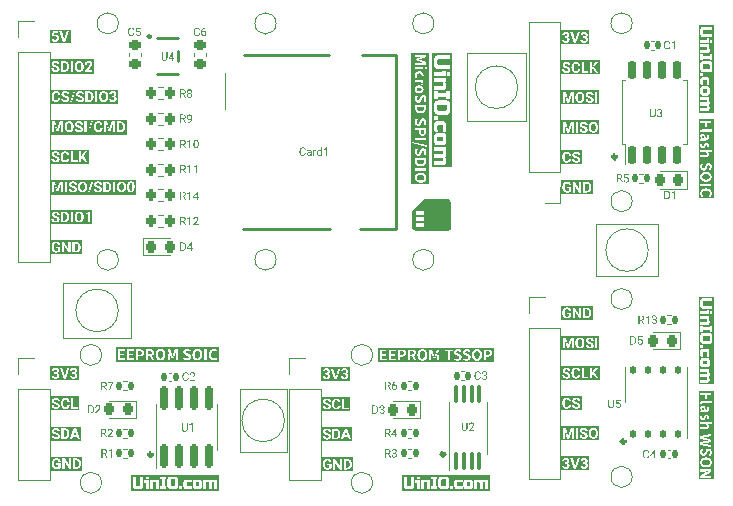
<source format=gto>
%TF.GenerationSoftware,KiCad,Pcbnew,7.0.11*%
%TF.CreationDate,2024-03-09T22:48:20+08:00*%
%TF.ProjectId,UINIO-Storage,55494e49-4f2d-4537-946f-726167652e6b,Version 1.0.0*%
%TF.SameCoordinates,PX75dd570PY4f4ebc0*%
%TF.FileFunction,Legend,Top*%
%TF.FilePolarity,Positive*%
%FSLAX46Y46*%
G04 Gerber Fmt 4.6, Leading zero omitted, Abs format (unit mm)*
G04 Created by KiCad (PCBNEW 7.0.11) date 2024-03-09 22:48:20*
%MOMM*%
%LPD*%
G01*
G04 APERTURE LIST*
G04 Aperture macros list*
%AMRoundRect*
0 Rectangle with rounded corners*
0 $1 Rounding radius*
0 $2 $3 $4 $5 $6 $7 $8 $9 X,Y pos of 4 corners*
0 Add a 4 corners polygon primitive as box body*
4,1,4,$2,$3,$4,$5,$6,$7,$8,$9,$2,$3,0*
0 Add four circle primitives for the rounded corners*
1,1,$1+$1,$2,$3*
1,1,$1+$1,$4,$5*
1,1,$1+$1,$6,$7*
1,1,$1+$1,$8,$9*
0 Add four rect primitives between the rounded corners*
20,1,$1+$1,$2,$3,$4,$5,0*
20,1,$1+$1,$4,$5,$6,$7,0*
20,1,$1+$1,$6,$7,$8,$9,0*
20,1,$1+$1,$8,$9,$2,$3,0*%
G04 Aperture macros list end*
%ADD10C,0.350000*%
%ADD11C,0.100000*%
%ADD12C,0.160000*%
%ADD13C,0.200000*%
%ADD14C,0.150000*%
%ADD15C,0.120000*%
%ADD16C,0.254000*%
%ADD17C,0.102000*%
%ADD18RoundRect,0.135000X0.135000X0.185000X-0.135000X0.185000X-0.135000X-0.185000X0.135000X-0.185000X0*%
%ADD19RoundRect,0.140000X-0.140000X-0.170000X0.140000X-0.170000X0.140000X0.170000X-0.140000X0.170000X0*%
%ADD20R,1.700000X1.700000*%
%ADD21O,1.700000X1.700000*%
%ADD22RoundRect,0.218750X0.218750X0.256250X-0.218750X0.256250X-0.218750X-0.256250X0.218750X-0.256250X0*%
%ADD23C,1.200000*%
%ADD24RoundRect,0.200000X-0.200000X-0.275000X0.200000X-0.275000X0.200000X0.275000X-0.200000X0.275000X0*%
%ADD25RoundRect,0.218750X-0.218750X-0.256250X0.218750X-0.256250X0.218750X0.256250X-0.218750X0.256250X0*%
%ADD26RoundRect,0.100000X0.100000X-0.637500X0.100000X0.637500X-0.100000X0.637500X-0.100000X-0.637500X0*%
%ADD27C,2.200000*%
%ADD28R,1.000000X0.600000*%
%ADD29RoundRect,0.150000X0.150000X-0.825000X0.150000X0.825000X-0.150000X0.825000X-0.150000X-0.825000X0*%
%ADD30C,1.000000*%
%ADD31R,1.600000X0.700000*%
%ADD32R,1.500000X1.200000*%
%ADD33R,2.200000X1.200000*%
%ADD34R,1.500000X1.600000*%
%ADD35RoundRect,0.225000X0.250000X-0.225000X0.250000X0.225000X-0.250000X0.225000X-0.250000X-0.225000X0*%
%ADD36RoundRect,0.150000X0.150000X-0.650000X0.150000X0.650000X-0.150000X0.650000X-0.150000X-0.650000X0*%
%ADD37RoundRect,0.135000X-0.135000X-0.185000X0.135000X-0.185000X0.135000X0.185000X-0.135000X0.185000X0*%
%ADD38RoundRect,0.140000X0.140000X0.170000X-0.140000X0.170000X-0.140000X-0.170000X0.140000X-0.170000X0*%
%ADD39RoundRect,0.125000X0.125000X-0.250000X0.125000X0.250000X-0.125000X0.250000X-0.125000X-0.250000X0*%
%ADD40R,4.300000X3.400000*%
%ADD41RoundRect,0.225000X-0.250000X0.225000X-0.250000X-0.225000X0.250000X-0.225000X0.250000X0.225000X0*%
G04 APERTURE END LIST*
D10*
X34240000Y-38310000D02*
G75*
G03*
X33920000Y-38310000I-160000J0D01*
G01*
X33920000Y-38310000D02*
G75*
G03*
X34240000Y-38310000I160000J0D01*
G01*
D11*
X1900000Y-23790000D02*
X7680000Y-23790000D01*
X7680000Y-28480000D01*
X1900000Y-28480000D01*
X1900000Y-23790000D01*
D10*
X48760000Y-13140000D02*
G75*
G03*
X48440000Y-13140000I-160000J0D01*
G01*
X48440000Y-13140000D02*
G75*
G03*
X48760000Y-13140000I160000J0D01*
G01*
D11*
X16865000Y-32780000D02*
X20835000Y-32780000D01*
X20835000Y-38120000D01*
X16865000Y-38120000D01*
X16865000Y-32780000D01*
X47000000Y-18810000D02*
X52320000Y-18810000D01*
X52320000Y-23250000D01*
X47000000Y-23250000D01*
X47000000Y-18810000D01*
D10*
X49500000Y-37236000D02*
G75*
G03*
X49180000Y-37236000I-160000J0D01*
G01*
X49180000Y-37236000D02*
G75*
G03*
X49500000Y-37236000I160000J0D01*
G01*
X9480000Y-38345786D02*
G75*
G03*
X9160000Y-38345786I-160000J0D01*
G01*
X9160000Y-38345786D02*
G75*
G03*
X9480000Y-38345786I160000J0D01*
G01*
D11*
X36070000Y-4350000D02*
X41140000Y-4350000D01*
X41140000Y-10130000D01*
X36070000Y-10130000D01*
X36070000Y-4350000D01*
D12*
G36*
X2431612Y-10271990D02*
G01*
X2442837Y-10272858D01*
X2453724Y-10274305D01*
X2464273Y-10276331D01*
X2474483Y-10278935D01*
X2484356Y-10282118D01*
X2493889Y-10285880D01*
X2503085Y-10290220D01*
X2511942Y-10295140D01*
X2520461Y-10300638D01*
X2528641Y-10306714D01*
X2536483Y-10313370D01*
X2543987Y-10320604D01*
X2551153Y-10328417D01*
X2557980Y-10336809D01*
X2564469Y-10345779D01*
X2567593Y-10350463D01*
X2573544Y-10360231D01*
X2579098Y-10370535D01*
X2584255Y-10381375D01*
X2589015Y-10392750D01*
X2593379Y-10404662D01*
X2597346Y-10417109D01*
X2600916Y-10430092D01*
X2604090Y-10443611D01*
X2606867Y-10457665D01*
X2609247Y-10472256D01*
X2611231Y-10487382D01*
X2612817Y-10503044D01*
X2614008Y-10519242D01*
X2614801Y-10535976D01*
X2615198Y-10553245D01*
X2615247Y-10562081D01*
X2615247Y-10606264D01*
X2614998Y-10623641D01*
X2614361Y-10640491D01*
X2613336Y-10656813D01*
X2611922Y-10672608D01*
X2610121Y-10687876D01*
X2607931Y-10702617D01*
X2605354Y-10716831D01*
X2602388Y-10730517D01*
X2599034Y-10743676D01*
X2595292Y-10756308D01*
X2591162Y-10768412D01*
X2586643Y-10779990D01*
X2581737Y-10791040D01*
X2576442Y-10801563D01*
X2570760Y-10811559D01*
X2564689Y-10821027D01*
X2558255Y-10829944D01*
X2551483Y-10838286D01*
X2544372Y-10846053D01*
X2536923Y-10853244D01*
X2529136Y-10859860D01*
X2521010Y-10865901D01*
X2512546Y-10871367D01*
X2503744Y-10876257D01*
X2494604Y-10880571D01*
X2485125Y-10884311D01*
X2475308Y-10887475D01*
X2465152Y-10890064D01*
X2454659Y-10892078D01*
X2443827Y-10893516D01*
X2432656Y-10894379D01*
X2421147Y-10894666D01*
X2409423Y-10894368D01*
X2398046Y-10893471D01*
X2387015Y-10891977D01*
X2376332Y-10889885D01*
X2365995Y-10887196D01*
X2356006Y-10883909D01*
X2346363Y-10880024D01*
X2337067Y-10875542D01*
X2328118Y-10870462D01*
X2319516Y-10864785D01*
X2311260Y-10858510D01*
X2303352Y-10851637D01*
X2295791Y-10844167D01*
X2288576Y-10836099D01*
X2281709Y-10827433D01*
X2275188Y-10818170D01*
X2269066Y-10808365D01*
X2263338Y-10798077D01*
X2258006Y-10787304D01*
X2253069Y-10776047D01*
X2248526Y-10764305D01*
X2244379Y-10752080D01*
X2240627Y-10739370D01*
X2237269Y-10726176D01*
X2234307Y-10712497D01*
X2231739Y-10698334D01*
X2229567Y-10683687D01*
X2227790Y-10668556D01*
X2226407Y-10652940D01*
X2225420Y-10636840D01*
X2224827Y-10620256D01*
X2224630Y-10603187D01*
X2224630Y-10559003D01*
X2224907Y-10541629D01*
X2225574Y-10524787D01*
X2226631Y-10508478D01*
X2228078Y-10492701D01*
X2229915Y-10477456D01*
X2232141Y-10462744D01*
X2234758Y-10448564D01*
X2237764Y-10434916D01*
X2241160Y-10421801D01*
X2244946Y-10409218D01*
X2249121Y-10397167D01*
X2253687Y-10385649D01*
X2258642Y-10374663D01*
X2263987Y-10364210D01*
X2269723Y-10354289D01*
X2275847Y-10344900D01*
X2282361Y-10336036D01*
X2289208Y-10327744D01*
X2296388Y-10320024D01*
X2303902Y-10312875D01*
X2311748Y-10306299D01*
X2319928Y-10300294D01*
X2328441Y-10294861D01*
X2337287Y-10290001D01*
X2346466Y-10285711D01*
X2355978Y-10281994D01*
X2365824Y-10278849D01*
X2376002Y-10276276D01*
X2386514Y-10274274D01*
X2397359Y-10272844D01*
X2408537Y-10271987D01*
X2420048Y-10271701D01*
X2431612Y-10271990D01*
G37*
G36*
X6763047Y-10282748D02*
G01*
X6776090Y-10283578D01*
X6788724Y-10284960D01*
X6800950Y-10286896D01*
X6812767Y-10289384D01*
X6824175Y-10292425D01*
X6835175Y-10296020D01*
X6845765Y-10300167D01*
X6855947Y-10304867D01*
X6865721Y-10310121D01*
X6875085Y-10315927D01*
X6884041Y-10322286D01*
X6892588Y-10329199D01*
X6900727Y-10336664D01*
X6908457Y-10344682D01*
X6915778Y-10353253D01*
X6922672Y-10362361D01*
X6929121Y-10371989D01*
X6935126Y-10382138D01*
X6940686Y-10392807D01*
X6945801Y-10403996D01*
X6950471Y-10415706D01*
X6954697Y-10427936D01*
X6958477Y-10440686D01*
X6961813Y-10453957D01*
X6964704Y-10467748D01*
X6967151Y-10482059D01*
X6969152Y-10496891D01*
X6970709Y-10512243D01*
X6971821Y-10528116D01*
X6972488Y-10544508D01*
X6972711Y-10561422D01*
X6972711Y-10609122D01*
X6972326Y-10625425D01*
X6971502Y-10641250D01*
X6970238Y-10656598D01*
X6968534Y-10671468D01*
X6966391Y-10685861D01*
X6963808Y-10699777D01*
X6960785Y-10713215D01*
X6957323Y-10726176D01*
X6953422Y-10738659D01*
X6949080Y-10750665D01*
X6944299Y-10762193D01*
X6939078Y-10773244D01*
X6933418Y-10783818D01*
X6927318Y-10793914D01*
X6920778Y-10803533D01*
X6913799Y-10812674D01*
X6906427Y-10821272D01*
X6898652Y-10829315D01*
X6890476Y-10836803D01*
X6881898Y-10843737D01*
X6872918Y-10850116D01*
X6863536Y-10855941D01*
X6853753Y-10861210D01*
X6843567Y-10865925D01*
X6832980Y-10870085D01*
X6821991Y-10873691D01*
X6810600Y-10876742D01*
X6798807Y-10879238D01*
X6786612Y-10881179D01*
X6774015Y-10882566D01*
X6761017Y-10883398D01*
X6747616Y-10883676D01*
X6657930Y-10883676D01*
X6657930Y-10282472D01*
X6749595Y-10282472D01*
X6763047Y-10282748D01*
G37*
G36*
X7289226Y-11245694D02*
G01*
X831882Y-11245694D01*
X831882Y-11117123D01*
X3986256Y-11117123D01*
X4119246Y-11117123D01*
X4290391Y-10608682D01*
X4517997Y-10608682D01*
X4518094Y-10621360D01*
X4518384Y-10633868D01*
X4518868Y-10646205D01*
X4519546Y-10658372D01*
X4520417Y-10670368D01*
X4521482Y-10682194D01*
X4522741Y-10693849D01*
X4524193Y-10705334D01*
X4525839Y-10716648D01*
X4527678Y-10727792D01*
X4529711Y-10738766D01*
X4531938Y-10749569D01*
X4534358Y-10760202D01*
X4536972Y-10770664D01*
X4539780Y-10780956D01*
X4542781Y-10791077D01*
X4545976Y-10801028D01*
X4549365Y-10810808D01*
X4552947Y-10820418D01*
X4556723Y-10829858D01*
X4560692Y-10839127D01*
X4564855Y-10848225D01*
X4569212Y-10857154D01*
X4573762Y-10865911D01*
X4578506Y-10874499D01*
X4583443Y-10882916D01*
X4588575Y-10891162D01*
X4593899Y-10899238D01*
X4599418Y-10907144D01*
X4605130Y-10914879D01*
X4611036Y-10922443D01*
X4617135Y-10929837D01*
X4623417Y-10937032D01*
X4629842Y-10943999D01*
X4636412Y-10950736D01*
X4643125Y-10957246D01*
X4649982Y-10963527D01*
X4656983Y-10969580D01*
X4664128Y-10975404D01*
X4671416Y-10981000D01*
X4678849Y-10986368D01*
X4686425Y-10991507D01*
X4694145Y-10996418D01*
X4702009Y-11001100D01*
X4710017Y-11005554D01*
X4718168Y-11009779D01*
X4726463Y-11013776D01*
X4734903Y-11017545D01*
X4743486Y-11021085D01*
X4752213Y-11024397D01*
X4761083Y-11027481D01*
X4770098Y-11030336D01*
X4779256Y-11032962D01*
X4788558Y-11035361D01*
X4798004Y-11037530D01*
X4807594Y-11039472D01*
X4817328Y-11041185D01*
X4827205Y-11042670D01*
X4837226Y-11043926D01*
X4847391Y-11044954D01*
X4857700Y-11045753D01*
X4868153Y-11046324D01*
X4878750Y-11046667D01*
X4889490Y-11046781D01*
X4899322Y-11046700D01*
X4909033Y-11046455D01*
X4918625Y-11046049D01*
X4928096Y-11045479D01*
X4937447Y-11044747D01*
X4946677Y-11043852D01*
X4955788Y-11042794D01*
X4964778Y-11041574D01*
X4973648Y-11040191D01*
X4982398Y-11038645D01*
X4999537Y-11035065D01*
X5016195Y-11030835D01*
X5032372Y-11025953D01*
X5048069Y-11020421D01*
X5063284Y-11014237D01*
X5078019Y-11007403D01*
X5092273Y-10999918D01*
X5106046Y-10991782D01*
X5119338Y-10982996D01*
X5132149Y-10973558D01*
X5144480Y-10963470D01*
X5150454Y-10958189D01*
X5161895Y-10947265D01*
X5172659Y-10935858D01*
X5182747Y-10923969D01*
X5192157Y-10911597D01*
X5200892Y-10898743D01*
X5208950Y-10885406D01*
X5216331Y-10871587D01*
X5223035Y-10857285D01*
X5229063Y-10842501D01*
X5234414Y-10827233D01*
X5239089Y-10811484D01*
X5243087Y-10795252D01*
X5246408Y-10778537D01*
X5249053Y-10761339D01*
X5250121Y-10752560D01*
X5251021Y-10743659D01*
X5251751Y-10734639D01*
X5066444Y-10734639D01*
X5066010Y-10739735D01*
X5064932Y-10749677D01*
X5063572Y-10759283D01*
X5061930Y-10768555D01*
X5060007Y-10777492D01*
X5057802Y-10786094D01*
X5053966Y-10798370D01*
X5049497Y-10809891D01*
X5044393Y-10820660D01*
X5038657Y-10830675D01*
X5032286Y-10839936D01*
X5025282Y-10848444D01*
X5017644Y-10856198D01*
X5012198Y-10860936D01*
X5003387Y-10867470D01*
X4993808Y-10873317D01*
X4983459Y-10878475D01*
X4972342Y-10882946D01*
X4960456Y-10886729D01*
X4947800Y-10889824D01*
X4938936Y-10891505D01*
X4929731Y-10892880D01*
X4920183Y-10893950D01*
X4910294Y-10894715D01*
X4900063Y-10895173D01*
X4889490Y-10895326D01*
X4877792Y-10895061D01*
X4866492Y-10894268D01*
X4855590Y-10892946D01*
X4845087Y-10891094D01*
X4834982Y-10888714D01*
X4825276Y-10885805D01*
X4815968Y-10882367D01*
X4807058Y-10878400D01*
X4798547Y-10873904D01*
X4790434Y-10868879D01*
X4782720Y-10863325D01*
X4775404Y-10857242D01*
X4768487Y-10850631D01*
X4761968Y-10843490D01*
X4755847Y-10835820D01*
X4750125Y-10827622D01*
X4744775Y-10818824D01*
X4739770Y-10809411D01*
X4735110Y-10799384D01*
X4730795Y-10788741D01*
X4726825Y-10777484D01*
X4723201Y-10765612D01*
X4719922Y-10753126D01*
X4716987Y-10740024D01*
X4714399Y-10726308D01*
X4712155Y-10711977D01*
X4710256Y-10697031D01*
X4708703Y-10681470D01*
X4707495Y-10665294D01*
X4706632Y-10648504D01*
X4706114Y-10631099D01*
X4705985Y-10622166D01*
X4705942Y-10613079D01*
X4705942Y-10544715D01*
X4706281Y-10527418D01*
X4706969Y-10510698D01*
X4708005Y-10494555D01*
X4709390Y-10478990D01*
X4711124Y-10464001D01*
X4713206Y-10449589D01*
X4715637Y-10435754D01*
X4718416Y-10422496D01*
X4721544Y-10409815D01*
X4725021Y-10397712D01*
X4728847Y-10386185D01*
X4733020Y-10375235D01*
X4737543Y-10364862D01*
X4742414Y-10355067D01*
X4747634Y-10345848D01*
X4753203Y-10337207D01*
X4759154Y-10329114D01*
X4765468Y-10321544D01*
X4772144Y-10314497D01*
X4779182Y-10307971D01*
X4786583Y-10301967D01*
X4794346Y-10296485D01*
X4802472Y-10291526D01*
X4810960Y-10287088D01*
X4819810Y-10283172D01*
X4829023Y-10279779D01*
X4838598Y-10276908D01*
X4848535Y-10274558D01*
X4858835Y-10272731D01*
X4869497Y-10271426D01*
X4880521Y-10270643D01*
X4891908Y-10270382D01*
X4897209Y-10270420D01*
X4907555Y-10270728D01*
X4917556Y-10271342D01*
X4927215Y-10272265D01*
X4936530Y-10273494D01*
X4945501Y-10275031D01*
X4958314Y-10277913D01*
X4970354Y-10281487D01*
X4981622Y-10285752D01*
X4992116Y-10290709D01*
X5001838Y-10296357D01*
X5010787Y-10302697D01*
X5018963Y-10309729D01*
X5026487Y-10317489D01*
X5033397Y-10326095D01*
X5039692Y-10335547D01*
X5045372Y-10345845D01*
X5050439Y-10356989D01*
X5054891Y-10368980D01*
X5057517Y-10377444D01*
X5059871Y-10386284D01*
X5061951Y-10395500D01*
X5063759Y-10405092D01*
X5065293Y-10415060D01*
X5066555Y-10425404D01*
X5067543Y-10436125D01*
X5253070Y-10436125D01*
X5252057Y-10426766D01*
X5250888Y-10417538D01*
X5249562Y-10408442D01*
X5248079Y-10399477D01*
X5246440Y-10390644D01*
X5244644Y-10381941D01*
X5240582Y-10364931D01*
X5235892Y-10348447D01*
X5230576Y-10332487D01*
X5224634Y-10317054D01*
X5218064Y-10302146D01*
X5210867Y-10287763D01*
X5203044Y-10273906D01*
X5194594Y-10260574D01*
X5185517Y-10247768D01*
X5175813Y-10235487D01*
X5165483Y-10223732D01*
X5154525Y-10212502D01*
X5142941Y-10201798D01*
X5136933Y-10196659D01*
X5124561Y-10186870D01*
X5111715Y-10177734D01*
X5098396Y-10169251D01*
X5084602Y-10161420D01*
X5070335Y-10154241D01*
X5055593Y-10147715D01*
X5040377Y-10141842D01*
X5024688Y-10136621D01*
X5009525Y-10132336D01*
X5369134Y-10132336D01*
X5369134Y-11032713D01*
X5554441Y-11032713D01*
X5554441Y-10786736D01*
X5535976Y-10362486D01*
X5778436Y-11032713D01*
X5905711Y-11032713D01*
X6148611Y-10361826D01*
X6130146Y-10786516D01*
X6130146Y-11032713D01*
X6316113Y-11032713D01*
X6316113Y-10132336D01*
X6472623Y-10132336D01*
X6472623Y-10282472D01*
X6472623Y-11032713D01*
X6751353Y-11032713D01*
X6766014Y-11032423D01*
X6780486Y-11031720D01*
X6794769Y-11030603D01*
X6808863Y-11029072D01*
X6822769Y-11027127D01*
X6836485Y-11024768D01*
X6850012Y-11021995D01*
X6863351Y-11018809D01*
X6876500Y-11015209D01*
X6889461Y-11011194D01*
X6902233Y-11006766D01*
X6914816Y-11001924D01*
X6927210Y-10996668D01*
X6939415Y-10990998D01*
X6951431Y-10984915D01*
X6963258Y-10978417D01*
X6974853Y-10971514D01*
X6986116Y-10964270D01*
X6997048Y-10956684D01*
X7007648Y-10948756D01*
X7017917Y-10940486D01*
X7027854Y-10931874D01*
X7037460Y-10922921D01*
X7046734Y-10913626D01*
X7055678Y-10903989D01*
X7064289Y-10894010D01*
X7072569Y-10883690D01*
X7080518Y-10873028D01*
X7088135Y-10862024D01*
X7095421Y-10850679D01*
X7102375Y-10838991D01*
X7108998Y-10826962D01*
X7115253Y-10814627D01*
X7121105Y-10802075D01*
X7126554Y-10789306D01*
X7131598Y-10776322D01*
X7136239Y-10763120D01*
X7140477Y-10749703D01*
X7144311Y-10736069D01*
X7147741Y-10722219D01*
X7150768Y-10708152D01*
X7153391Y-10693869D01*
X7155611Y-10679370D01*
X7157427Y-10664654D01*
X7158839Y-10649722D01*
X7159848Y-10634573D01*
X7160454Y-10619208D01*
X7160655Y-10603627D01*
X7160655Y-10562081D01*
X7160450Y-10546497D01*
X7159835Y-10531124D01*
X7158808Y-10515963D01*
X7157372Y-10501013D01*
X7155525Y-10486274D01*
X7153268Y-10471746D01*
X7150600Y-10457429D01*
X7147521Y-10443324D01*
X7144033Y-10429430D01*
X7140133Y-10415747D01*
X7135824Y-10402275D01*
X7131104Y-10389015D01*
X7125973Y-10375966D01*
X7120432Y-10363128D01*
X7114481Y-10350501D01*
X7108119Y-10338086D01*
X7101391Y-10325925D01*
X7094342Y-10314119D01*
X7086972Y-10302666D01*
X7079281Y-10291567D01*
X7071269Y-10280821D01*
X7062936Y-10270430D01*
X7054281Y-10260392D01*
X7045306Y-10250708D01*
X7036009Y-10241378D01*
X7026391Y-10232401D01*
X7016452Y-10223778D01*
X7006192Y-10215510D01*
X6995610Y-10207594D01*
X6984708Y-10200033D01*
X6973484Y-10192825D01*
X6961939Y-10185971D01*
X6950136Y-10179476D01*
X6938137Y-10173401D01*
X6925942Y-10167744D01*
X6913552Y-10162506D01*
X6900966Y-10157687D01*
X6888183Y-10153287D01*
X6875206Y-10149306D01*
X6862032Y-10145745D01*
X6848663Y-10142602D01*
X6835097Y-10139878D01*
X6821336Y-10137574D01*
X6807380Y-10135688D01*
X6793227Y-10134221D01*
X6778879Y-10133174D01*
X6764335Y-10132545D01*
X6749595Y-10132336D01*
X6472623Y-10132336D01*
X6316113Y-10132336D01*
X6072554Y-10132336D01*
X5842623Y-10785417D01*
X5611374Y-10132336D01*
X5369134Y-10132336D01*
X5009525Y-10132336D01*
X5008524Y-10132053D01*
X4991887Y-10128138D01*
X4974775Y-10124875D01*
X4966042Y-10123488D01*
X4957190Y-10122264D01*
X4948219Y-10121204D01*
X4939130Y-10120307D01*
X4929923Y-10119572D01*
X4920597Y-10119001D01*
X4911153Y-10118594D01*
X4901590Y-10118349D01*
X4891908Y-10118267D01*
X4877974Y-10118475D01*
X4864252Y-10119098D01*
X4850744Y-10120137D01*
X4837448Y-10121592D01*
X4824365Y-10123462D01*
X4811496Y-10125748D01*
X4798839Y-10128449D01*
X4786395Y-10131566D01*
X4774164Y-10135099D01*
X4762146Y-10139047D01*
X4750341Y-10143411D01*
X4738750Y-10148190D01*
X4727370Y-10153385D01*
X4716204Y-10158996D01*
X4705251Y-10165022D01*
X4694511Y-10171463D01*
X4684031Y-10178267D01*
X4673858Y-10185432D01*
X4663993Y-10192960D01*
X4654435Y-10200850D01*
X4645185Y-10209103D01*
X4636242Y-10217718D01*
X4627606Y-10226695D01*
X4619278Y-10236035D01*
X4611257Y-10245737D01*
X4603544Y-10255802D01*
X4596138Y-10266228D01*
X4589039Y-10277017D01*
X4582248Y-10288169D01*
X4575764Y-10299683D01*
X4569588Y-10311559D01*
X4563719Y-10323798D01*
X4558182Y-10336312D01*
X4553003Y-10349070D01*
X4548181Y-10362072D01*
X4543715Y-10375318D01*
X4539608Y-10388807D01*
X4535857Y-10402541D01*
X4532464Y-10416518D01*
X4529427Y-10430739D01*
X4526748Y-10445204D01*
X4524426Y-10459913D01*
X4522462Y-10474866D01*
X4520854Y-10490063D01*
X4519604Y-10505503D01*
X4518711Y-10521188D01*
X4518175Y-10537116D01*
X4517997Y-10553288D01*
X4517997Y-10608682D01*
X4290391Y-10608682D01*
X4450732Y-10132336D01*
X4317742Y-10132336D01*
X3986256Y-11117123D01*
X831882Y-11117123D01*
X831882Y-10132336D01*
X960453Y-10132336D01*
X960453Y-11032713D01*
X1145760Y-11032713D01*
X1145760Y-10786736D01*
X1127295Y-10362486D01*
X1369755Y-11032713D01*
X1497030Y-11032713D01*
X1739930Y-10361826D01*
X1721465Y-10786516D01*
X1721465Y-11032713D01*
X1907431Y-11032713D01*
X1907431Y-10608023D01*
X2036685Y-10608023D01*
X2036953Y-10624199D01*
X2037592Y-10640141D01*
X2038601Y-10655846D01*
X2039982Y-10671317D01*
X2041734Y-10686552D01*
X2043856Y-10701552D01*
X2046350Y-10716317D01*
X2049214Y-10730847D01*
X2052450Y-10745141D01*
X2056056Y-10759200D01*
X2060034Y-10773023D01*
X2064382Y-10786612D01*
X2069101Y-10799965D01*
X2074191Y-10813083D01*
X2079652Y-10825965D01*
X2085484Y-10838613D01*
X2091657Y-10850962D01*
X2098138Y-10862951D01*
X2104928Y-10874579D01*
X2112028Y-10885846D01*
X2119436Y-10896753D01*
X2127154Y-10907299D01*
X2135181Y-10917485D01*
X2143517Y-10927309D01*
X2152162Y-10936774D01*
X2161116Y-10945877D01*
X2170379Y-10954620D01*
X2179952Y-10963003D01*
X2189833Y-10971024D01*
X2200024Y-10978685D01*
X2210523Y-10985986D01*
X2221332Y-10992925D01*
X2232417Y-10999447D01*
X2243689Y-11005548D01*
X2255148Y-11011228D01*
X2266794Y-11016487D01*
X2278627Y-11021326D01*
X2290647Y-11025744D01*
X2302855Y-11029741D01*
X2315250Y-11033317D01*
X2327832Y-11036473D01*
X2340601Y-11039207D01*
X2353558Y-11041522D01*
X2366701Y-11043415D01*
X2380032Y-11044888D01*
X2393550Y-11045939D01*
X2407255Y-11046571D01*
X2421147Y-11046781D01*
X2435198Y-11046568D01*
X2449047Y-11045929D01*
X2462696Y-11044864D01*
X2476143Y-11043374D01*
X2489390Y-11041457D01*
X2502436Y-11039115D01*
X2515280Y-11036346D01*
X2527924Y-11033152D01*
X2540367Y-11029532D01*
X2552609Y-11025486D01*
X2564650Y-11021014D01*
X2576490Y-11016116D01*
X2588130Y-11010792D01*
X2599568Y-11005043D01*
X2610805Y-10998867D01*
X2621842Y-10992266D01*
X2632619Y-10985245D01*
X2643078Y-10977868D01*
X2653220Y-10970133D01*
X2663044Y-10962041D01*
X2672550Y-10953592D01*
X2681739Y-10944785D01*
X2690610Y-10935621D01*
X2699163Y-10926100D01*
X2707398Y-10916222D01*
X2715316Y-10905987D01*
X2722916Y-10895395D01*
X2730199Y-10884445D01*
X2737163Y-10873138D01*
X2743810Y-10861474D01*
X2750139Y-10849453D01*
X2756151Y-10837074D01*
X2761847Y-10824361D01*
X2767176Y-10811393D01*
X2772138Y-10798169D01*
X2776731Y-10784688D01*
X2780958Y-10770952D01*
X2784817Y-10756960D01*
X2786516Y-10750026D01*
X2895736Y-10750026D01*
X2895911Y-10760880D01*
X2896436Y-10771571D01*
X2897312Y-10782100D01*
X2898538Y-10792465D01*
X2900115Y-10802666D01*
X2902042Y-10812705D01*
X2904319Y-10822581D01*
X2906946Y-10832293D01*
X2909924Y-10841842D01*
X2913253Y-10851228D01*
X2916931Y-10860451D01*
X2920960Y-10869511D01*
X2925339Y-10878408D01*
X2930069Y-10887141D01*
X2935148Y-10895711D01*
X2940579Y-10904119D01*
X2946342Y-10912307D01*
X2952421Y-10920275D01*
X2958817Y-10928024D01*
X2965528Y-10935553D01*
X2972555Y-10942862D01*
X2979899Y-10949951D01*
X2987558Y-10956820D01*
X2995533Y-10963470D01*
X3003825Y-10969899D01*
X3012432Y-10976109D01*
X3021355Y-10982099D01*
X3030594Y-10987870D01*
X3040150Y-10993420D01*
X3050021Y-10998751D01*
X3060208Y-11003861D01*
X3070711Y-11008752D01*
X3081445Y-11013357D01*
X3092326Y-11017665D01*
X3103352Y-11021676D01*
X3114524Y-11025390D01*
X3125842Y-11028806D01*
X3137306Y-11031926D01*
X3148916Y-11034748D01*
X3160672Y-11037274D01*
X3172574Y-11039502D01*
X3184622Y-11041433D01*
X3196816Y-11043067D01*
X3209156Y-11044404D01*
X3221642Y-11045444D01*
X3234273Y-11046187D01*
X3247051Y-11046632D01*
X3259975Y-11046781D01*
X3269258Y-11046716D01*
X3278421Y-11046521D01*
X3287465Y-11046195D01*
X3296389Y-11045740D01*
X3313880Y-11044439D01*
X3330894Y-11042618D01*
X3347430Y-11040276D01*
X3363489Y-11037415D01*
X3379070Y-11034032D01*
X3394174Y-11030130D01*
X3408801Y-11025707D01*
X3422950Y-11020763D01*
X3436622Y-11015300D01*
X3449816Y-11009316D01*
X3462533Y-11002811D01*
X3474772Y-10995786D01*
X3486534Y-10988241D01*
X3497819Y-10980176D01*
X3508546Y-10971652D01*
X3518581Y-10962731D01*
X3527924Y-10953414D01*
X3536576Y-10943700D01*
X3544534Y-10933589D01*
X3551801Y-10923081D01*
X3558376Y-10912177D01*
X3564259Y-10900876D01*
X3569450Y-10889179D01*
X3573948Y-10877084D01*
X3577755Y-10864593D01*
X3580869Y-10851706D01*
X3583291Y-10838421D01*
X3585021Y-10824740D01*
X3586060Y-10810662D01*
X3586406Y-10796188D01*
X3586123Y-10783162D01*
X3585276Y-10770407D01*
X3583863Y-10757924D01*
X3581886Y-10745712D01*
X3579343Y-10733771D01*
X3576236Y-10722102D01*
X3572563Y-10710704D01*
X3568326Y-10699577D01*
X3563523Y-10688722D01*
X3558156Y-10678138D01*
X3552223Y-10667826D01*
X3545725Y-10657784D01*
X3538663Y-10648015D01*
X3531035Y-10638516D01*
X3522843Y-10629289D01*
X3514085Y-10620333D01*
X3509481Y-10615931D01*
X3499770Y-10607262D01*
X3489387Y-10598772D01*
X3478332Y-10590460D01*
X3466606Y-10582327D01*
X3454209Y-10574372D01*
X3441140Y-10566596D01*
X3427400Y-10558998D01*
X3412988Y-10551579D01*
X3397905Y-10544339D01*
X3382150Y-10537278D01*
X3374021Y-10533814D01*
X3365723Y-10530394D01*
X3357259Y-10527020D01*
X3348626Y-10523690D01*
X3339825Y-10520405D01*
X3330856Y-10517164D01*
X3321720Y-10513968D01*
X3312416Y-10510817D01*
X3302944Y-10507710D01*
X3293304Y-10504648D01*
X3283496Y-10501631D01*
X3278164Y-10500006D01*
X3267745Y-10496733D01*
X3257651Y-10493428D01*
X3247881Y-10490093D01*
X3238436Y-10486727D01*
X3229315Y-10483331D01*
X3220519Y-10479903D01*
X3212047Y-10476444D01*
X3203900Y-10472954D01*
X3192288Y-10467662D01*
X3181406Y-10462300D01*
X3171255Y-10456869D01*
X3161834Y-10451368D01*
X3153143Y-10445797D01*
X3147793Y-10441978D01*
X3140415Y-10436042D01*
X3133813Y-10429860D01*
X3126219Y-10421232D01*
X3120006Y-10412165D01*
X3115173Y-10402658D01*
X3111721Y-10392711D01*
X3109650Y-10382324D01*
X3108960Y-10371498D01*
X3109550Y-10359917D01*
X3111323Y-10348912D01*
X3114277Y-10338484D01*
X3118412Y-10328634D01*
X3123729Y-10319360D01*
X3130227Y-10310663D01*
X3137907Y-10302544D01*
X3146769Y-10295001D01*
X3151612Y-10291488D01*
X3159319Y-10286642D01*
X3167555Y-10282307D01*
X3176321Y-10278482D01*
X3185615Y-10275166D01*
X3195440Y-10272361D01*
X3205793Y-10270066D01*
X3216676Y-10268281D01*
X3228089Y-10267005D01*
X3240030Y-10266240D01*
X3252501Y-10265985D01*
X3261198Y-10266121D01*
X3273779Y-10266833D01*
X3285804Y-10268156D01*
X3297272Y-10270089D01*
X3308184Y-10272633D01*
X3318540Y-10275787D01*
X3328339Y-10279552D01*
X3337581Y-10283928D01*
X3346268Y-10288913D01*
X3354397Y-10294510D01*
X3361971Y-10300717D01*
X3366682Y-10305140D01*
X3373180Y-10312183D01*
X3378993Y-10319717D01*
X3384123Y-10327742D01*
X3388568Y-10336258D01*
X3392330Y-10345264D01*
X3395407Y-10354761D01*
X3397801Y-10364749D01*
X3399511Y-10375227D01*
X3400537Y-10386197D01*
X3400879Y-10397657D01*
X3586406Y-10397657D01*
X3586242Y-10387558D01*
X3585753Y-10377595D01*
X3584937Y-10367767D01*
X3583795Y-10358076D01*
X3582327Y-10348519D01*
X3580532Y-10339099D01*
X3578411Y-10329814D01*
X3575964Y-10320665D01*
X3573191Y-10311652D01*
X3570091Y-10302774D01*
X3566665Y-10294032D01*
X3562913Y-10285426D01*
X3558834Y-10276955D01*
X3554429Y-10268620D01*
X3549698Y-10260420D01*
X3544640Y-10252357D01*
X3539288Y-10244474D01*
X3533673Y-10236818D01*
X3527796Y-10229389D01*
X3521655Y-10222187D01*
X3515252Y-10215211D01*
X3508586Y-10208462D01*
X3501658Y-10201939D01*
X3494467Y-10195643D01*
X3487012Y-10189574D01*
X3479296Y-10183732D01*
X3471316Y-10178116D01*
X3463074Y-10172727D01*
X3454569Y-10167565D01*
X3445801Y-10162629D01*
X3436770Y-10157920D01*
X3427477Y-10153438D01*
X3417970Y-10149179D01*
X3408298Y-10145195D01*
X3398461Y-10141486D01*
X3388459Y-10138051D01*
X3378292Y-10134891D01*
X3369143Y-10132336D01*
X3719836Y-10132336D01*
X3719836Y-11032713D01*
X3905362Y-11032713D01*
X3905362Y-10132336D01*
X3719836Y-10132336D01*
X3369143Y-10132336D01*
X3367961Y-10132006D01*
X3357465Y-10129396D01*
X3346803Y-10127060D01*
X3335977Y-10124999D01*
X3324986Y-10123213D01*
X3313831Y-10121702D01*
X3302510Y-10120465D01*
X3291024Y-10119504D01*
X3279374Y-10118817D01*
X3267559Y-10118405D01*
X3255579Y-10118267D01*
X3243672Y-10118394D01*
X3231914Y-10118772D01*
X3220303Y-10119403D01*
X3208840Y-10120287D01*
X3197524Y-10121423D01*
X3186356Y-10122811D01*
X3175336Y-10124452D01*
X3164464Y-10126346D01*
X3153739Y-10128491D01*
X3143162Y-10130890D01*
X3132733Y-10133540D01*
X3122451Y-10136444D01*
X3112317Y-10139599D01*
X3102331Y-10143007D01*
X3092492Y-10146668D01*
X3082801Y-10150581D01*
X3073324Y-10154718D01*
X3064127Y-10159050D01*
X3055210Y-10163579D01*
X3046572Y-10168303D01*
X3038215Y-10173224D01*
X3030138Y-10178340D01*
X3022340Y-10183651D01*
X3014822Y-10189159D01*
X3007585Y-10194862D01*
X3000627Y-10200761D01*
X2993949Y-10206856D01*
X2987551Y-10213146D01*
X2981433Y-10219633D01*
X2975595Y-10226315D01*
X2970037Y-10233193D01*
X2964759Y-10240267D01*
X2959781Y-10247500D01*
X2952917Y-10258582D01*
X2946775Y-10269942D01*
X2941356Y-10281580D01*
X2936659Y-10293497D01*
X2932685Y-10305692D01*
X2929433Y-10318165D01*
X2926904Y-10330916D01*
X2925098Y-10343945D01*
X2924295Y-10352786D01*
X2923813Y-10361751D01*
X2923653Y-10370839D01*
X2923802Y-10379589D01*
X2924999Y-10396752D01*
X2927393Y-10413465D01*
X2930984Y-10429728D01*
X2935772Y-10445541D01*
X2941757Y-10460905D01*
X2948939Y-10475818D01*
X2957318Y-10490281D01*
X2966894Y-10504295D01*
X2977666Y-10517858D01*
X2983502Y-10524471D01*
X2989636Y-10530972D01*
X2996070Y-10537360D01*
X3002803Y-10543636D01*
X3009835Y-10549799D01*
X3017167Y-10555849D01*
X3024798Y-10561787D01*
X3032728Y-10567613D01*
X3040957Y-10573326D01*
X3049485Y-10578927D01*
X3058313Y-10584415D01*
X3067440Y-10589791D01*
X3076866Y-10595054D01*
X3087771Y-10600751D01*
X3099383Y-10606468D01*
X3107517Y-10610290D01*
X3115966Y-10614120D01*
X3124728Y-10617960D01*
X3133805Y-10621807D01*
X3143196Y-10625663D01*
X3152902Y-10629528D01*
X3162922Y-10633402D01*
X3173256Y-10637284D01*
X3183904Y-10641174D01*
X3194867Y-10645074D01*
X3206144Y-10648981D01*
X3217735Y-10652898D01*
X3229640Y-10656823D01*
X3235613Y-10658784D01*
X3247210Y-10662690D01*
X3258342Y-10666571D01*
X3269008Y-10670428D01*
X3279209Y-10674261D01*
X3288945Y-10678070D01*
X3298215Y-10681855D01*
X3307020Y-10685616D01*
X3315359Y-10689353D01*
X3326996Y-10694913D01*
X3337585Y-10700419D01*
X3347127Y-10705871D01*
X3355622Y-10711269D01*
X3363070Y-10716613D01*
X3369709Y-10722105D01*
X3377545Y-10730101D01*
X3384220Y-10738867D01*
X3389735Y-10748401D01*
X3394088Y-10758705D01*
X3397281Y-10769779D01*
X3398913Y-10778589D01*
X3399893Y-10787831D01*
X3400219Y-10797507D01*
X3400183Y-10800522D01*
X3399639Y-10809315D01*
X3397897Y-10820450D01*
X3394995Y-10830912D01*
X3390932Y-10840701D01*
X3385708Y-10849817D01*
X3379323Y-10858259D01*
X3371777Y-10866028D01*
X3363070Y-10873124D01*
X3360733Y-10874788D01*
X3350816Y-10880913D01*
X3342778Y-10884953D01*
X3334226Y-10888518D01*
X3325161Y-10891607D01*
X3315581Y-10894221D01*
X3305488Y-10896360D01*
X3294881Y-10898023D01*
X3283759Y-10899211D01*
X3272124Y-10899924D01*
X3259975Y-10900162D01*
X3249021Y-10900015D01*
X3238414Y-10899575D01*
X3228155Y-10898842D01*
X3218244Y-10897816D01*
X3208681Y-10896496D01*
X3199465Y-10894884D01*
X3190597Y-10892978D01*
X3182077Y-10890778D01*
X3166080Y-10885500D01*
X3151474Y-10879049D01*
X3138259Y-10871425D01*
X3126435Y-10862628D01*
X3116003Y-10852658D01*
X3106961Y-10841515D01*
X3099310Y-10829199D01*
X3093050Y-10815710D01*
X3088182Y-10801049D01*
X3084704Y-10785214D01*
X3082618Y-10768206D01*
X3082096Y-10759263D01*
X3081922Y-10750026D01*
X2895736Y-10750026D01*
X2786516Y-10750026D01*
X2788308Y-10742713D01*
X2791432Y-10728209D01*
X2794188Y-10713449D01*
X2796577Y-10698434D01*
X2798598Y-10683162D01*
X2800252Y-10667635D01*
X2801538Y-10651852D01*
X2802457Y-10635813D01*
X2803008Y-10619518D01*
X2803192Y-10602967D01*
X2803192Y-10562740D01*
X2803005Y-10546240D01*
X2802443Y-10529987D01*
X2801507Y-10513982D01*
X2800197Y-10498224D01*
X2798512Y-10482713D01*
X2796453Y-10467449D01*
X2794020Y-10452433D01*
X2791212Y-10437664D01*
X2788030Y-10423142D01*
X2784473Y-10408867D01*
X2780542Y-10394840D01*
X2776237Y-10381060D01*
X2771557Y-10367528D01*
X2766503Y-10354243D01*
X2761075Y-10341205D01*
X2755272Y-10328414D01*
X2749127Y-10315904D01*
X2742673Y-10303763D01*
X2735910Y-10291992D01*
X2728838Y-10280590D01*
X2721457Y-10269557D01*
X2713767Y-10258893D01*
X2705768Y-10248598D01*
X2697459Y-10238673D01*
X2688842Y-10229117D01*
X2679915Y-10219930D01*
X2670679Y-10211112D01*
X2661134Y-10202664D01*
X2651280Y-10194585D01*
X2641117Y-10186875D01*
X2630645Y-10179534D01*
X2619863Y-10172562D01*
X2608856Y-10165988D01*
X2597651Y-10159837D01*
X2586249Y-10154111D01*
X2574649Y-10148808D01*
X2562852Y-10143930D01*
X2550858Y-10139476D01*
X2538665Y-10135447D01*
X2526276Y-10131841D01*
X2513688Y-10128660D01*
X2500904Y-10125903D01*
X2487922Y-10123570D01*
X2474742Y-10121661D01*
X2461365Y-10120176D01*
X2447790Y-10119116D01*
X2434018Y-10118479D01*
X2420048Y-10118267D01*
X2406078Y-10118479D01*
X2392303Y-10119116D01*
X2378724Y-10120176D01*
X2365341Y-10121661D01*
X2352154Y-10123570D01*
X2339162Y-10125903D01*
X2326366Y-10128660D01*
X2313766Y-10131841D01*
X2301362Y-10135447D01*
X2289153Y-10139476D01*
X2277141Y-10143930D01*
X2265324Y-10148808D01*
X2253702Y-10154111D01*
X2242277Y-10159837D01*
X2231047Y-10165988D01*
X2220013Y-10172562D01*
X2209232Y-10179534D01*
X2198760Y-10186875D01*
X2188597Y-10194585D01*
X2178743Y-10202664D01*
X2169198Y-10211112D01*
X2159962Y-10219930D01*
X2151035Y-10229117D01*
X2142418Y-10238673D01*
X2134109Y-10248598D01*
X2126110Y-10258893D01*
X2118419Y-10269557D01*
X2111038Y-10280590D01*
X2103966Y-10291992D01*
X2097204Y-10303763D01*
X2090750Y-10315904D01*
X2084605Y-10328414D01*
X2078802Y-10341206D01*
X2073374Y-10354249D01*
X2068320Y-10367543D01*
X2063640Y-10381088D01*
X2059335Y-10394883D01*
X2055404Y-10408929D01*
X2051847Y-10423226D01*
X2048665Y-10437774D01*
X2045857Y-10452572D01*
X2043424Y-10467621D01*
X2041365Y-10482921D01*
X2039680Y-10498471D01*
X2038369Y-10514272D01*
X2037434Y-10530324D01*
X2036872Y-10546627D01*
X2036685Y-10563180D01*
X2036685Y-10603187D01*
X2036685Y-10608023D01*
X1907431Y-10608023D01*
X1907431Y-10132336D01*
X1663872Y-10132336D01*
X1433942Y-10785417D01*
X1202693Y-10132336D01*
X960453Y-10132336D01*
X831882Y-10132336D01*
X831882Y-9989696D01*
X7289226Y-9989696D01*
X7289226Y-11245694D01*
G37*
G36*
X46822910Y-36226277D02*
G01*
X46834135Y-36227145D01*
X46845022Y-36228592D01*
X46855571Y-36230618D01*
X46865781Y-36233222D01*
X46875654Y-36236405D01*
X46885187Y-36240167D01*
X46894383Y-36244507D01*
X46903240Y-36249427D01*
X46911759Y-36254925D01*
X46919939Y-36261001D01*
X46927781Y-36267657D01*
X46935285Y-36274891D01*
X46942451Y-36282704D01*
X46949278Y-36291096D01*
X46955767Y-36300066D01*
X46958891Y-36304750D01*
X46964842Y-36314518D01*
X46970396Y-36324822D01*
X46975553Y-36335662D01*
X46980313Y-36347037D01*
X46984677Y-36358949D01*
X46988644Y-36371396D01*
X46992214Y-36384379D01*
X46995388Y-36397898D01*
X46998165Y-36411952D01*
X47000545Y-36426543D01*
X47002529Y-36441669D01*
X47004115Y-36457331D01*
X47005306Y-36473529D01*
X47006099Y-36490263D01*
X47006496Y-36507532D01*
X47006545Y-36516368D01*
X47006545Y-36560551D01*
X47006296Y-36577928D01*
X47005659Y-36594778D01*
X47004634Y-36611100D01*
X47003220Y-36626895D01*
X47001419Y-36642163D01*
X46999229Y-36656904D01*
X46996652Y-36671118D01*
X46993686Y-36684804D01*
X46990332Y-36697963D01*
X46986590Y-36710595D01*
X46982460Y-36722699D01*
X46977941Y-36734277D01*
X46973035Y-36745327D01*
X46967740Y-36755850D01*
X46962058Y-36765846D01*
X46955987Y-36775314D01*
X46949553Y-36784231D01*
X46942781Y-36792573D01*
X46935670Y-36800340D01*
X46928221Y-36807531D01*
X46920434Y-36814147D01*
X46912308Y-36820188D01*
X46903844Y-36825654D01*
X46895042Y-36830544D01*
X46885902Y-36834858D01*
X46876423Y-36838598D01*
X46866606Y-36841762D01*
X46856450Y-36844351D01*
X46845957Y-36846365D01*
X46835125Y-36847803D01*
X46823954Y-36848666D01*
X46812445Y-36848953D01*
X46800721Y-36848655D01*
X46789344Y-36847758D01*
X46778313Y-36846264D01*
X46767630Y-36844172D01*
X46757293Y-36841483D01*
X46747304Y-36838196D01*
X46737661Y-36834311D01*
X46728365Y-36829829D01*
X46719416Y-36824749D01*
X46710814Y-36819072D01*
X46702558Y-36812797D01*
X46694650Y-36805924D01*
X46687089Y-36798454D01*
X46679874Y-36790386D01*
X46673007Y-36781720D01*
X46666486Y-36772457D01*
X46660364Y-36762652D01*
X46654636Y-36752364D01*
X46649304Y-36741591D01*
X46644367Y-36730334D01*
X46639824Y-36718592D01*
X46635677Y-36706367D01*
X46631925Y-36693657D01*
X46628567Y-36680463D01*
X46625605Y-36666784D01*
X46623037Y-36652621D01*
X46620865Y-36637974D01*
X46619088Y-36622843D01*
X46617705Y-36607227D01*
X46616718Y-36591127D01*
X46616125Y-36574543D01*
X46615928Y-36557474D01*
X46615928Y-36513290D01*
X46616205Y-36495916D01*
X46616872Y-36479074D01*
X46617929Y-36462765D01*
X46619376Y-36446988D01*
X46621213Y-36431743D01*
X46623439Y-36417031D01*
X46626056Y-36402851D01*
X46629062Y-36389203D01*
X46632458Y-36376088D01*
X46636244Y-36363505D01*
X46640419Y-36351454D01*
X46644985Y-36339936D01*
X46649940Y-36328950D01*
X46655285Y-36318497D01*
X46661020Y-36308576D01*
X46667145Y-36299187D01*
X46673659Y-36290323D01*
X46680506Y-36282031D01*
X46687686Y-36274311D01*
X46695200Y-36267162D01*
X46703046Y-36260586D01*
X46711226Y-36254581D01*
X46719739Y-36249148D01*
X46728585Y-36244288D01*
X46737764Y-36239998D01*
X46747276Y-36236281D01*
X46757122Y-36233136D01*
X46767300Y-36230563D01*
X46777812Y-36228561D01*
X46788657Y-36227131D01*
X46799835Y-36226274D01*
X46811346Y-36225988D01*
X46822910Y-36226277D01*
G37*
G36*
X47323061Y-37129639D02*
G01*
X44081882Y-37129639D01*
X44081882Y-36086623D01*
X44210453Y-36086623D01*
X44210453Y-36987000D01*
X44395760Y-36987000D01*
X44395760Y-36741023D01*
X44377295Y-36316773D01*
X44619755Y-36987000D01*
X44747030Y-36987000D01*
X44989930Y-36316113D01*
X44971465Y-36740803D01*
X44971465Y-36987000D01*
X45157431Y-36987000D01*
X45157431Y-36086623D01*
X45325593Y-36086623D01*
X45325593Y-36987000D01*
X45511120Y-36987000D01*
X45511120Y-36704313D01*
X45642791Y-36704313D01*
X45642966Y-36715167D01*
X45643492Y-36725858D01*
X45644367Y-36736387D01*
X45645594Y-36746752D01*
X45647170Y-36756953D01*
X45649097Y-36766992D01*
X45651374Y-36776868D01*
X45654002Y-36786580D01*
X45656979Y-36796129D01*
X45660308Y-36805515D01*
X45663986Y-36814738D01*
X45668015Y-36823798D01*
X45672394Y-36832695D01*
X45677124Y-36841428D01*
X45682204Y-36849998D01*
X45687634Y-36858406D01*
X45693397Y-36866594D01*
X45699477Y-36874562D01*
X45705872Y-36882311D01*
X45712583Y-36889840D01*
X45719611Y-36897149D01*
X45726954Y-36904238D01*
X45734613Y-36911107D01*
X45742588Y-36917757D01*
X45750880Y-36924186D01*
X45759487Y-36930396D01*
X45768410Y-36936386D01*
X45777650Y-36942157D01*
X45787205Y-36947707D01*
X45797076Y-36953038D01*
X45807263Y-36958148D01*
X45817766Y-36963039D01*
X45828501Y-36967644D01*
X45839381Y-36971952D01*
X45850407Y-36975963D01*
X45861579Y-36979677D01*
X45872897Y-36983093D01*
X45884361Y-36986213D01*
X45895971Y-36989035D01*
X45907727Y-36991561D01*
X45919629Y-36993789D01*
X45931677Y-36995720D01*
X45943871Y-36997354D01*
X45956211Y-36998691D01*
X45968697Y-36999731D01*
X45981329Y-37000474D01*
X45994106Y-37000919D01*
X46007030Y-37001068D01*
X46016313Y-37001003D01*
X46025476Y-37000808D01*
X46034520Y-37000482D01*
X46043445Y-37000027D01*
X46060936Y-36998726D01*
X46077949Y-36996905D01*
X46094485Y-36994563D01*
X46110544Y-36991702D01*
X46126125Y-36988319D01*
X46141229Y-36984417D01*
X46155856Y-36979994D01*
X46170005Y-36975050D01*
X46183677Y-36969587D01*
X46196871Y-36963603D01*
X46209588Y-36957098D01*
X46221827Y-36950073D01*
X46233589Y-36942528D01*
X46244874Y-36934463D01*
X46255601Y-36925939D01*
X46265636Y-36917018D01*
X46274980Y-36907701D01*
X46283631Y-36897987D01*
X46291590Y-36887876D01*
X46298857Y-36877368D01*
X46305431Y-36866464D01*
X46311314Y-36855163D01*
X46316505Y-36843466D01*
X46321003Y-36831371D01*
X46324810Y-36818880D01*
X46327924Y-36805993D01*
X46330346Y-36792708D01*
X46332077Y-36779027D01*
X46333115Y-36764949D01*
X46333461Y-36750475D01*
X46333178Y-36737449D01*
X46332331Y-36724694D01*
X46330918Y-36712211D01*
X46328941Y-36699999D01*
X46326398Y-36688058D01*
X46323291Y-36676389D01*
X46319618Y-36664991D01*
X46315381Y-36653864D01*
X46310578Y-36643009D01*
X46305211Y-36632425D01*
X46299278Y-36622113D01*
X46292781Y-36612071D01*
X46285718Y-36602302D01*
X46278091Y-36592803D01*
X46269898Y-36583576D01*
X46261140Y-36574620D01*
X46256537Y-36570218D01*
X46247678Y-36562310D01*
X46427983Y-36562310D01*
X46428251Y-36578486D01*
X46428890Y-36594428D01*
X46429899Y-36610133D01*
X46431280Y-36625604D01*
X46433032Y-36640839D01*
X46435154Y-36655839D01*
X46437648Y-36670604D01*
X46440512Y-36685134D01*
X46443748Y-36699428D01*
X46447354Y-36713487D01*
X46451332Y-36727310D01*
X46455680Y-36740899D01*
X46460399Y-36754252D01*
X46465489Y-36767370D01*
X46470950Y-36780252D01*
X46476782Y-36792900D01*
X46482955Y-36805249D01*
X46489436Y-36817238D01*
X46496226Y-36828866D01*
X46503326Y-36840133D01*
X46510734Y-36851040D01*
X46518452Y-36861586D01*
X46526479Y-36871772D01*
X46534815Y-36881596D01*
X46543460Y-36891061D01*
X46552414Y-36900164D01*
X46561677Y-36908907D01*
X46571250Y-36917290D01*
X46581131Y-36925311D01*
X46591322Y-36932972D01*
X46601821Y-36940273D01*
X46612630Y-36947212D01*
X46623715Y-36953734D01*
X46634987Y-36959835D01*
X46646445Y-36965515D01*
X46658092Y-36970774D01*
X46669925Y-36975613D01*
X46681945Y-36980031D01*
X46694153Y-36984028D01*
X46706548Y-36987604D01*
X46719130Y-36990760D01*
X46731899Y-36993494D01*
X46744856Y-36995809D01*
X46757999Y-36997702D01*
X46771330Y-36999175D01*
X46784848Y-37000226D01*
X46798553Y-37000858D01*
X46812445Y-37001068D01*
X46826496Y-37000855D01*
X46840345Y-37000216D01*
X46853994Y-36999151D01*
X46867441Y-36997661D01*
X46880688Y-36995744D01*
X46893734Y-36993402D01*
X46906578Y-36990633D01*
X46919222Y-36987439D01*
X46931665Y-36983819D01*
X46943907Y-36979773D01*
X46955948Y-36975301D01*
X46967788Y-36970403D01*
X46979428Y-36965079D01*
X46990866Y-36959330D01*
X47002103Y-36953154D01*
X47013140Y-36946553D01*
X47023917Y-36939532D01*
X47034376Y-36932155D01*
X47044518Y-36924420D01*
X47054342Y-36916328D01*
X47063848Y-36907879D01*
X47073037Y-36899072D01*
X47081908Y-36889908D01*
X47090461Y-36880387D01*
X47098696Y-36870509D01*
X47106614Y-36860274D01*
X47114214Y-36849682D01*
X47121497Y-36838732D01*
X47128461Y-36827425D01*
X47135108Y-36815761D01*
X47141437Y-36803740D01*
X47147449Y-36791361D01*
X47153145Y-36778648D01*
X47158474Y-36765680D01*
X47163436Y-36752456D01*
X47168029Y-36738975D01*
X47172256Y-36725239D01*
X47176115Y-36711247D01*
X47179606Y-36697000D01*
X47182730Y-36682496D01*
X47185486Y-36667736D01*
X47187875Y-36652721D01*
X47189896Y-36637449D01*
X47191550Y-36621922D01*
X47192836Y-36606139D01*
X47193755Y-36590100D01*
X47194306Y-36573805D01*
X47194490Y-36557254D01*
X47194490Y-36517027D01*
X47194303Y-36500527D01*
X47193741Y-36484274D01*
X47192805Y-36468269D01*
X47191495Y-36452511D01*
X47189810Y-36437000D01*
X47187751Y-36421736D01*
X47185318Y-36406720D01*
X47182510Y-36391951D01*
X47179328Y-36377429D01*
X47175771Y-36363154D01*
X47171840Y-36349127D01*
X47167535Y-36335347D01*
X47162855Y-36321815D01*
X47157801Y-36308530D01*
X47152372Y-36295492D01*
X47146570Y-36282701D01*
X47140425Y-36270191D01*
X47133971Y-36258050D01*
X47127208Y-36246279D01*
X47120136Y-36234877D01*
X47112755Y-36223844D01*
X47105065Y-36213180D01*
X47097066Y-36202885D01*
X47088757Y-36192960D01*
X47080140Y-36183404D01*
X47071213Y-36174217D01*
X47061977Y-36165399D01*
X47052432Y-36156951D01*
X47042578Y-36148872D01*
X47032415Y-36141162D01*
X47021943Y-36133821D01*
X47011161Y-36126849D01*
X47000154Y-36120275D01*
X46988949Y-36114124D01*
X46977547Y-36108398D01*
X46965947Y-36103095D01*
X46954150Y-36098217D01*
X46942156Y-36093763D01*
X46929963Y-36089734D01*
X46917574Y-36086128D01*
X46904986Y-36082947D01*
X46892202Y-36080190D01*
X46879220Y-36077857D01*
X46866040Y-36075948D01*
X46852663Y-36074463D01*
X46839088Y-36073403D01*
X46825316Y-36072766D01*
X46811346Y-36072554D01*
X46797376Y-36072766D01*
X46783601Y-36073403D01*
X46770022Y-36074463D01*
X46756639Y-36075948D01*
X46743452Y-36077857D01*
X46730460Y-36080190D01*
X46717664Y-36082947D01*
X46705064Y-36086128D01*
X46692660Y-36089734D01*
X46680451Y-36093763D01*
X46668438Y-36098217D01*
X46656622Y-36103095D01*
X46645000Y-36108398D01*
X46633575Y-36114124D01*
X46622345Y-36120275D01*
X46611311Y-36126849D01*
X46600530Y-36133821D01*
X46590058Y-36141162D01*
X46579895Y-36148872D01*
X46570040Y-36156951D01*
X46560496Y-36165399D01*
X46551260Y-36174217D01*
X46542333Y-36183404D01*
X46533715Y-36192960D01*
X46525407Y-36202885D01*
X46517408Y-36213180D01*
X46509717Y-36223844D01*
X46502336Y-36234877D01*
X46495264Y-36246279D01*
X46488502Y-36258050D01*
X46482048Y-36270191D01*
X46475903Y-36282701D01*
X46470100Y-36295493D01*
X46464672Y-36308536D01*
X46459618Y-36321830D01*
X46454938Y-36335375D01*
X46450633Y-36349170D01*
X46446702Y-36363216D01*
X46443145Y-36377513D01*
X46439963Y-36392061D01*
X46437155Y-36406859D01*
X46434722Y-36421908D01*
X46432662Y-36437208D01*
X46430978Y-36452758D01*
X46429667Y-36468559D01*
X46428732Y-36484611D01*
X46428170Y-36500914D01*
X46427983Y-36517467D01*
X46427983Y-36557474D01*
X46427983Y-36562310D01*
X46247678Y-36562310D01*
X46246825Y-36561549D01*
X46236442Y-36553059D01*
X46225388Y-36544747D01*
X46213662Y-36536614D01*
X46201264Y-36528659D01*
X46188195Y-36520883D01*
X46174455Y-36513285D01*
X46160043Y-36505866D01*
X46144960Y-36498626D01*
X46129205Y-36491565D01*
X46121076Y-36488101D01*
X46112779Y-36484681D01*
X46104314Y-36481307D01*
X46095681Y-36477977D01*
X46086880Y-36474692D01*
X46077912Y-36471451D01*
X46068775Y-36468255D01*
X46059471Y-36465104D01*
X46049999Y-36461997D01*
X46040359Y-36458935D01*
X46030551Y-36455918D01*
X46025220Y-36454293D01*
X46014800Y-36451020D01*
X46004706Y-36447715D01*
X45994936Y-36444380D01*
X45985491Y-36441014D01*
X45976370Y-36437618D01*
X45967574Y-36434190D01*
X45959102Y-36430731D01*
X45950955Y-36427241D01*
X45939343Y-36421949D01*
X45928462Y-36416587D01*
X45918310Y-36411156D01*
X45908889Y-36405655D01*
X45900198Y-36400084D01*
X45894848Y-36396265D01*
X45887470Y-36390329D01*
X45880868Y-36384147D01*
X45873274Y-36375519D01*
X45867061Y-36366452D01*
X45862228Y-36356945D01*
X45858776Y-36346998D01*
X45856705Y-36336611D01*
X45856015Y-36325785D01*
X45856606Y-36314204D01*
X45858378Y-36303199D01*
X45861332Y-36292771D01*
X45865467Y-36282921D01*
X45870784Y-36273647D01*
X45877282Y-36264950D01*
X45884962Y-36256831D01*
X45893824Y-36249288D01*
X45898667Y-36245775D01*
X45906374Y-36240929D01*
X45914610Y-36236594D01*
X45923376Y-36232769D01*
X45932671Y-36229453D01*
X45942495Y-36226648D01*
X45952848Y-36224353D01*
X45963731Y-36222568D01*
X45975144Y-36221292D01*
X45987085Y-36220527D01*
X45999556Y-36220272D01*
X46008253Y-36220408D01*
X46020834Y-36221120D01*
X46032859Y-36222443D01*
X46044327Y-36224376D01*
X46055239Y-36226920D01*
X46065595Y-36230074D01*
X46075394Y-36233839D01*
X46084636Y-36238215D01*
X46093323Y-36243200D01*
X46101453Y-36248797D01*
X46109026Y-36255004D01*
X46113738Y-36259427D01*
X46120235Y-36266470D01*
X46126048Y-36274004D01*
X46131178Y-36282029D01*
X46135623Y-36290545D01*
X46139385Y-36299551D01*
X46142462Y-36309048D01*
X46144856Y-36319036D01*
X46146566Y-36329514D01*
X46147592Y-36340484D01*
X46147934Y-36351944D01*
X46333461Y-36351944D01*
X46333298Y-36341845D01*
X46332808Y-36331882D01*
X46331992Y-36322054D01*
X46330850Y-36312363D01*
X46329382Y-36302806D01*
X46327587Y-36293386D01*
X46325467Y-36284101D01*
X46323019Y-36274952D01*
X46320246Y-36265939D01*
X46317146Y-36257061D01*
X46313720Y-36248319D01*
X46309968Y-36239713D01*
X46305889Y-36231242D01*
X46301484Y-36222907D01*
X46296753Y-36214707D01*
X46291695Y-36206644D01*
X46286343Y-36198761D01*
X46280728Y-36191105D01*
X46274851Y-36183676D01*
X46268710Y-36176474D01*
X46262307Y-36169498D01*
X46255642Y-36162749D01*
X46248713Y-36156226D01*
X46241522Y-36149930D01*
X46234068Y-36143861D01*
X46226351Y-36138019D01*
X46218371Y-36132403D01*
X46210129Y-36127014D01*
X46201624Y-36121852D01*
X46192856Y-36116916D01*
X46183825Y-36112207D01*
X46174532Y-36107725D01*
X46165025Y-36103466D01*
X46155353Y-36099482D01*
X46145516Y-36095773D01*
X46135514Y-36092338D01*
X46125348Y-36089178D01*
X46115016Y-36086293D01*
X46104520Y-36083683D01*
X46093859Y-36081347D01*
X46083032Y-36079286D01*
X46072042Y-36077500D01*
X46060886Y-36075989D01*
X46049565Y-36074752D01*
X46038080Y-36073791D01*
X46026429Y-36073104D01*
X46014614Y-36072692D01*
X46002634Y-36072554D01*
X45990728Y-36072681D01*
X45978969Y-36073059D01*
X45967358Y-36073690D01*
X45955895Y-36074574D01*
X45944579Y-36075710D01*
X45933412Y-36077098D01*
X45922391Y-36078739D01*
X45911519Y-36080633D01*
X45900794Y-36082778D01*
X45890217Y-36085177D01*
X45879788Y-36087827D01*
X45869506Y-36090731D01*
X45859372Y-36093886D01*
X45849386Y-36097294D01*
X45839547Y-36100955D01*
X45829856Y-36104868D01*
X45820379Y-36109005D01*
X45811182Y-36113337D01*
X45802265Y-36117866D01*
X45793628Y-36122590D01*
X45785270Y-36127511D01*
X45777193Y-36132627D01*
X45769395Y-36137938D01*
X45761878Y-36143446D01*
X45754640Y-36149149D01*
X45747682Y-36155048D01*
X45741004Y-36161143D01*
X45734606Y-36167433D01*
X45728488Y-36173920D01*
X45722650Y-36180602D01*
X45717092Y-36187480D01*
X45711814Y-36194554D01*
X45706836Y-36201787D01*
X45699972Y-36212869D01*
X45693830Y-36224229D01*
X45688411Y-36235867D01*
X45683714Y-36247784D01*
X45679740Y-36259979D01*
X45676488Y-36272452D01*
X45673959Y-36285203D01*
X45672153Y-36298232D01*
X45671350Y-36307073D01*
X45670868Y-36316038D01*
X45670708Y-36325126D01*
X45670857Y-36333876D01*
X45672054Y-36351039D01*
X45674448Y-36367752D01*
X45678039Y-36384015D01*
X45682827Y-36399828D01*
X45688812Y-36415192D01*
X45695994Y-36430105D01*
X45704373Y-36444568D01*
X45713949Y-36458582D01*
X45724722Y-36472145D01*
X45730557Y-36478758D01*
X45736691Y-36485259D01*
X45743125Y-36491647D01*
X45749858Y-36497923D01*
X45756890Y-36504086D01*
X45764222Y-36510136D01*
X45771853Y-36516074D01*
X45779783Y-36521900D01*
X45788012Y-36527613D01*
X45796540Y-36533214D01*
X45805368Y-36538702D01*
X45814495Y-36544078D01*
X45823921Y-36549341D01*
X45834826Y-36555038D01*
X45846438Y-36560755D01*
X45854572Y-36564577D01*
X45863021Y-36568407D01*
X45871783Y-36572247D01*
X45880860Y-36576094D01*
X45890252Y-36579950D01*
X45899957Y-36583815D01*
X45909977Y-36587689D01*
X45920311Y-36591571D01*
X45930959Y-36595461D01*
X45941922Y-36599361D01*
X45953199Y-36603268D01*
X45964790Y-36607185D01*
X45976695Y-36611110D01*
X45982668Y-36613071D01*
X45994265Y-36616977D01*
X46005397Y-36620858D01*
X46016064Y-36624715D01*
X46026265Y-36628548D01*
X46036000Y-36632357D01*
X46045270Y-36636142D01*
X46054075Y-36639903D01*
X46062414Y-36643640D01*
X46074051Y-36649200D01*
X46084640Y-36654706D01*
X46094182Y-36660158D01*
X46102677Y-36665556D01*
X46110125Y-36670900D01*
X46116764Y-36676392D01*
X46124600Y-36684388D01*
X46131276Y-36693154D01*
X46136790Y-36702688D01*
X46141143Y-36712992D01*
X46144336Y-36724066D01*
X46145968Y-36732876D01*
X46146948Y-36742118D01*
X46147274Y-36751794D01*
X46147238Y-36754809D01*
X46146694Y-36763602D01*
X46144953Y-36774737D01*
X46142050Y-36785199D01*
X46137987Y-36794988D01*
X46132763Y-36804104D01*
X46126378Y-36812546D01*
X46118832Y-36820315D01*
X46110125Y-36827411D01*
X46107788Y-36829075D01*
X46097871Y-36835200D01*
X46089833Y-36839240D01*
X46081281Y-36842805D01*
X46072216Y-36845894D01*
X46062636Y-36848508D01*
X46052543Y-36850647D01*
X46041936Y-36852310D01*
X46030814Y-36853498D01*
X46019179Y-36854211D01*
X46007030Y-36854449D01*
X45996076Y-36854302D01*
X45985469Y-36853862D01*
X45975210Y-36853129D01*
X45965299Y-36852103D01*
X45955736Y-36850783D01*
X45946520Y-36849171D01*
X45937652Y-36847265D01*
X45929132Y-36845065D01*
X45913135Y-36839787D01*
X45898529Y-36833336D01*
X45885314Y-36825712D01*
X45873490Y-36816915D01*
X45863058Y-36806945D01*
X45854016Y-36795802D01*
X45846365Y-36783486D01*
X45840105Y-36769997D01*
X45835237Y-36755336D01*
X45831759Y-36739501D01*
X45829673Y-36722493D01*
X45829151Y-36713550D01*
X45828977Y-36704313D01*
X45642791Y-36704313D01*
X45511120Y-36704313D01*
X45511120Y-36086623D01*
X45325593Y-36086623D01*
X45157431Y-36086623D01*
X44913872Y-36086623D01*
X44683942Y-36739704D01*
X44452693Y-36086623D01*
X44210453Y-36086623D01*
X44081882Y-36086623D01*
X44081882Y-35943983D01*
X47323061Y-35943983D01*
X47323061Y-37129639D01*
G37*
G36*
X45815765Y-13762039D02*
G01*
X44054625Y-13762039D01*
X44054625Y-13195369D01*
X44183196Y-13195369D01*
X44183292Y-13208047D01*
X44183583Y-13220555D01*
X44184067Y-13232892D01*
X44184745Y-13245059D01*
X44185616Y-13257055D01*
X44186681Y-13268881D01*
X44187940Y-13280536D01*
X44189392Y-13292021D01*
X44191038Y-13303335D01*
X44192877Y-13314479D01*
X44194910Y-13325453D01*
X44197137Y-13336256D01*
X44199557Y-13346889D01*
X44202171Y-13357351D01*
X44204979Y-13367643D01*
X44207980Y-13377764D01*
X44211175Y-13387715D01*
X44214564Y-13397495D01*
X44218146Y-13407105D01*
X44221921Y-13416545D01*
X44225891Y-13425814D01*
X44230054Y-13434912D01*
X44234411Y-13443841D01*
X44238961Y-13452598D01*
X44243705Y-13461186D01*
X44248642Y-13469603D01*
X44253773Y-13477849D01*
X44259098Y-13485925D01*
X44264617Y-13493831D01*
X44270329Y-13501566D01*
X44276234Y-13509130D01*
X44282334Y-13516524D01*
X44288616Y-13523719D01*
X44295041Y-13530686D01*
X44301611Y-13537423D01*
X44308324Y-13543933D01*
X44315181Y-13550214D01*
X44322182Y-13556267D01*
X44329327Y-13562091D01*
X44336615Y-13567687D01*
X44344048Y-13573055D01*
X44351624Y-13578194D01*
X44359344Y-13583105D01*
X44367208Y-13587787D01*
X44375215Y-13592241D01*
X44383367Y-13596466D01*
X44391662Y-13600463D01*
X44400102Y-13604232D01*
X44408685Y-13607772D01*
X44417411Y-13611084D01*
X44426282Y-13614168D01*
X44435297Y-13617023D01*
X44444455Y-13619649D01*
X44453757Y-13622048D01*
X44463203Y-13624217D01*
X44472793Y-13626159D01*
X44482526Y-13627872D01*
X44492404Y-13629357D01*
X44502425Y-13630613D01*
X44512590Y-13631641D01*
X44522899Y-13632440D01*
X44533352Y-13633011D01*
X44543949Y-13633354D01*
X44554689Y-13633468D01*
X44564521Y-13633387D01*
X44574232Y-13633142D01*
X44583824Y-13632736D01*
X44593295Y-13632166D01*
X44602645Y-13631434D01*
X44611876Y-13630539D01*
X44620987Y-13629481D01*
X44629977Y-13628261D01*
X44638847Y-13626878D01*
X44647597Y-13625332D01*
X44664736Y-13621752D01*
X44681394Y-13617522D01*
X44697571Y-13612640D01*
X44713267Y-13607108D01*
X44728483Y-13600924D01*
X44743218Y-13594090D01*
X44757472Y-13586605D01*
X44771245Y-13578469D01*
X44784537Y-13569683D01*
X44797348Y-13560245D01*
X44809678Y-13550157D01*
X44815653Y-13544876D01*
X44827094Y-13533952D01*
X44837858Y-13522545D01*
X44847945Y-13510656D01*
X44857356Y-13498284D01*
X44866091Y-13485430D01*
X44874148Y-13472093D01*
X44881530Y-13458274D01*
X44888234Y-13443972D01*
X44894262Y-13429188D01*
X44899613Y-13413920D01*
X44904288Y-13398171D01*
X44908286Y-13381939D01*
X44911607Y-13365224D01*
X44914252Y-13348026D01*
X44915320Y-13339247D01*
X44915576Y-13336713D01*
X44996524Y-13336713D01*
X44996699Y-13347567D01*
X44997225Y-13358258D01*
X44998101Y-13368787D01*
X44999327Y-13379152D01*
X45000903Y-13389353D01*
X45002830Y-13399392D01*
X45005108Y-13409268D01*
X45007735Y-13418980D01*
X45010713Y-13428529D01*
X45014041Y-13437915D01*
X45017720Y-13447138D01*
X45021748Y-13456198D01*
X45026128Y-13465095D01*
X45030857Y-13473828D01*
X45035937Y-13482398D01*
X45041367Y-13490806D01*
X45047131Y-13498994D01*
X45053210Y-13506962D01*
X45059605Y-13514711D01*
X45066317Y-13522240D01*
X45073344Y-13529549D01*
X45080687Y-13536638D01*
X45088347Y-13543507D01*
X45096322Y-13550157D01*
X45104613Y-13556586D01*
X45113220Y-13562796D01*
X45122144Y-13568786D01*
X45131383Y-13574557D01*
X45140938Y-13580107D01*
X45150809Y-13585438D01*
X45160997Y-13590548D01*
X45171500Y-13595439D01*
X45182234Y-13600044D01*
X45193114Y-13604352D01*
X45204140Y-13608363D01*
X45215312Y-13612077D01*
X45226631Y-13615493D01*
X45238095Y-13618613D01*
X45249705Y-13621435D01*
X45261461Y-13623961D01*
X45273363Y-13626189D01*
X45285411Y-13628120D01*
X45297604Y-13629754D01*
X45309944Y-13631091D01*
X45322430Y-13632131D01*
X45335062Y-13632874D01*
X45347840Y-13633319D01*
X45360764Y-13633468D01*
X45370046Y-13633403D01*
X45379209Y-13633208D01*
X45388253Y-13632882D01*
X45397178Y-13632427D01*
X45414669Y-13631126D01*
X45431683Y-13629305D01*
X45448219Y-13626963D01*
X45464278Y-13624102D01*
X45479859Y-13620719D01*
X45494963Y-13616817D01*
X45509589Y-13612394D01*
X45523738Y-13607450D01*
X45537410Y-13601987D01*
X45550604Y-13596003D01*
X45563321Y-13589498D01*
X45575561Y-13582473D01*
X45587323Y-13574928D01*
X45598607Y-13566863D01*
X45609335Y-13558339D01*
X45619370Y-13549418D01*
X45628713Y-13540101D01*
X45637364Y-13530387D01*
X45645323Y-13520276D01*
X45652590Y-13509768D01*
X45659165Y-13498864D01*
X45665047Y-13487563D01*
X45670238Y-13475866D01*
X45674737Y-13463771D01*
X45678543Y-13451280D01*
X45681658Y-13438393D01*
X45684080Y-13425108D01*
X45685810Y-13411427D01*
X45686848Y-13397349D01*
X45687194Y-13382875D01*
X45686912Y-13369849D01*
X45686064Y-13357094D01*
X45684652Y-13344611D01*
X45682674Y-13332399D01*
X45680132Y-13320458D01*
X45677024Y-13308789D01*
X45673352Y-13297391D01*
X45669114Y-13286264D01*
X45664312Y-13275409D01*
X45658944Y-13264825D01*
X45653012Y-13254513D01*
X45646514Y-13244471D01*
X45639451Y-13234702D01*
X45631824Y-13225203D01*
X45623631Y-13215976D01*
X45614874Y-13207020D01*
X45610270Y-13202618D01*
X45600558Y-13193949D01*
X45590175Y-13185459D01*
X45579121Y-13177147D01*
X45567395Y-13169014D01*
X45554998Y-13161059D01*
X45541929Y-13153283D01*
X45528188Y-13145685D01*
X45513776Y-13138266D01*
X45498693Y-13131026D01*
X45482938Y-13123965D01*
X45474809Y-13120501D01*
X45466512Y-13117081D01*
X45458047Y-13113707D01*
X45449414Y-13110377D01*
X45440614Y-13107092D01*
X45431645Y-13103851D01*
X45422509Y-13100655D01*
X45413204Y-13097504D01*
X45403732Y-13094397D01*
X45394092Y-13091335D01*
X45384284Y-13088318D01*
X45378953Y-13086693D01*
X45368534Y-13083420D01*
X45358439Y-13080115D01*
X45348670Y-13076780D01*
X45339224Y-13073414D01*
X45330103Y-13070018D01*
X45321307Y-13066590D01*
X45312836Y-13063131D01*
X45304689Y-13059641D01*
X45293077Y-13054349D01*
X45282195Y-13048987D01*
X45272044Y-13043556D01*
X45262623Y-13038055D01*
X45253932Y-13032484D01*
X45248581Y-13028665D01*
X45241203Y-13022729D01*
X45234602Y-13016547D01*
X45227007Y-13007919D01*
X45220794Y-12998852D01*
X45215962Y-12989345D01*
X45212510Y-12979398D01*
X45210439Y-12969011D01*
X45209748Y-12958185D01*
X45210339Y-12946604D01*
X45212111Y-12935599D01*
X45215065Y-12925171D01*
X45219200Y-12915321D01*
X45224517Y-12906047D01*
X45231016Y-12897350D01*
X45238696Y-12889231D01*
X45247557Y-12881688D01*
X45252401Y-12878175D01*
X45260108Y-12873329D01*
X45268344Y-12868994D01*
X45277109Y-12865169D01*
X45286404Y-12861853D01*
X45296228Y-12859048D01*
X45306582Y-12856753D01*
X45317465Y-12854968D01*
X45328877Y-12853692D01*
X45340819Y-12852927D01*
X45353290Y-12852672D01*
X45361986Y-12852808D01*
X45374568Y-12853520D01*
X45386592Y-12854843D01*
X45398061Y-12856776D01*
X45408973Y-12859320D01*
X45419328Y-12862474D01*
X45429127Y-12866239D01*
X45438370Y-12870615D01*
X45447056Y-12875600D01*
X45455186Y-12881197D01*
X45462759Y-12887404D01*
X45467471Y-12891827D01*
X45473968Y-12898870D01*
X45479782Y-12906404D01*
X45484911Y-12914429D01*
X45489357Y-12922945D01*
X45493118Y-12931951D01*
X45496196Y-12941448D01*
X45498590Y-12951436D01*
X45500299Y-12961914D01*
X45501325Y-12972884D01*
X45501667Y-12984344D01*
X45687194Y-12984344D01*
X45687031Y-12974245D01*
X45686542Y-12964282D01*
X45685726Y-12954454D01*
X45684584Y-12944763D01*
X45683116Y-12935206D01*
X45681321Y-12925786D01*
X45679200Y-12916501D01*
X45676753Y-12907352D01*
X45673979Y-12898339D01*
X45670880Y-12889461D01*
X45667453Y-12880719D01*
X45663701Y-12872113D01*
X45659622Y-12863642D01*
X45655217Y-12855307D01*
X45650486Y-12847107D01*
X45645429Y-12839044D01*
X45640077Y-12831161D01*
X45634462Y-12823505D01*
X45628584Y-12816076D01*
X45622444Y-12808874D01*
X45616041Y-12801898D01*
X45609375Y-12795149D01*
X45602446Y-12788626D01*
X45595255Y-12782330D01*
X45587801Y-12776261D01*
X45580084Y-12770419D01*
X45572105Y-12764803D01*
X45563862Y-12759414D01*
X45555357Y-12754252D01*
X45546589Y-12749316D01*
X45537559Y-12744607D01*
X45528265Y-12740125D01*
X45518758Y-12735866D01*
X45509086Y-12731882D01*
X45499249Y-12728173D01*
X45489248Y-12724738D01*
X45479081Y-12721578D01*
X45468750Y-12718693D01*
X45458253Y-12716083D01*
X45447592Y-12713747D01*
X45436766Y-12711686D01*
X45425775Y-12709900D01*
X45414619Y-12708389D01*
X45403299Y-12707152D01*
X45391813Y-12706191D01*
X45380163Y-12705504D01*
X45368347Y-12705092D01*
X45356367Y-12704954D01*
X45344461Y-12705081D01*
X45332702Y-12705459D01*
X45321092Y-12706090D01*
X45309628Y-12706974D01*
X45298313Y-12708110D01*
X45287145Y-12709498D01*
X45276125Y-12711139D01*
X45265252Y-12713033D01*
X45254528Y-12715178D01*
X45243951Y-12717577D01*
X45233521Y-12720227D01*
X45223240Y-12723131D01*
X45213106Y-12726286D01*
X45203119Y-12729694D01*
X45193281Y-12733355D01*
X45183590Y-12737268D01*
X45174113Y-12741405D01*
X45164916Y-12745737D01*
X45155998Y-12750266D01*
X45147361Y-12754990D01*
X45139004Y-12759911D01*
X45130926Y-12765027D01*
X45123129Y-12770338D01*
X45115611Y-12775846D01*
X45108373Y-12781549D01*
X45101416Y-12787448D01*
X45094738Y-12793543D01*
X45088340Y-12799833D01*
X45082222Y-12806320D01*
X45076384Y-12813002D01*
X45070826Y-12819880D01*
X45065547Y-12826954D01*
X45060570Y-12834187D01*
X45053705Y-12845269D01*
X45047563Y-12856629D01*
X45042144Y-12868267D01*
X45037447Y-12880184D01*
X45033473Y-12892379D01*
X45030222Y-12904852D01*
X45027693Y-12917603D01*
X45025886Y-12930632D01*
X45025084Y-12939473D01*
X45024602Y-12948438D01*
X45024441Y-12957526D01*
X45024591Y-12966276D01*
X45025788Y-12983439D01*
X45028182Y-13000152D01*
X45031773Y-13016415D01*
X45036561Y-13032228D01*
X45042546Y-13047592D01*
X45049727Y-13062505D01*
X45058106Y-13076968D01*
X45067682Y-13090982D01*
X45078455Y-13104545D01*
X45084290Y-13111158D01*
X45090425Y-13117659D01*
X45096859Y-13124047D01*
X45103592Y-13130323D01*
X45110624Y-13136486D01*
X45117955Y-13142536D01*
X45125586Y-13148474D01*
X45133516Y-13154300D01*
X45141745Y-13160013D01*
X45150274Y-13165614D01*
X45159102Y-13171102D01*
X45168229Y-13176478D01*
X45177655Y-13181741D01*
X45188560Y-13187438D01*
X45200172Y-13193155D01*
X45208306Y-13196977D01*
X45216754Y-13200807D01*
X45225517Y-13204647D01*
X45234594Y-13208494D01*
X45243985Y-13212350D01*
X45253691Y-13216215D01*
X45263710Y-13220089D01*
X45274044Y-13223971D01*
X45284693Y-13227861D01*
X45295655Y-13231761D01*
X45306932Y-13235668D01*
X45318523Y-13239585D01*
X45330429Y-13243510D01*
X45336402Y-13245471D01*
X45347999Y-13249377D01*
X45359131Y-13253258D01*
X45369797Y-13257115D01*
X45379998Y-13260948D01*
X45389734Y-13264757D01*
X45399004Y-13268542D01*
X45407808Y-13272303D01*
X45416148Y-13276040D01*
X45427784Y-13281600D01*
X45438374Y-13287106D01*
X45447916Y-13292558D01*
X45456411Y-13297956D01*
X45463859Y-13303300D01*
X45470498Y-13308792D01*
X45478334Y-13316788D01*
X45485009Y-13325554D01*
X45490523Y-13335088D01*
X45494877Y-13345392D01*
X45498069Y-13356466D01*
X45499702Y-13365276D01*
X45500681Y-13374518D01*
X45501008Y-13384194D01*
X45500972Y-13387209D01*
X45500427Y-13396002D01*
X45498686Y-13407137D01*
X45495784Y-13417599D01*
X45491721Y-13427388D01*
X45486496Y-13436504D01*
X45480111Y-13444946D01*
X45472565Y-13452715D01*
X45463859Y-13459811D01*
X45461522Y-13461475D01*
X45451604Y-13467600D01*
X45443567Y-13471640D01*
X45435015Y-13475205D01*
X45425949Y-13478294D01*
X45416370Y-13480908D01*
X45406276Y-13483047D01*
X45395669Y-13484710D01*
X45384548Y-13485898D01*
X45372913Y-13486611D01*
X45360764Y-13486849D01*
X45349809Y-13486702D01*
X45339203Y-13486262D01*
X45328944Y-13485529D01*
X45319032Y-13484503D01*
X45309469Y-13483183D01*
X45300253Y-13481571D01*
X45291386Y-13479665D01*
X45282865Y-13477465D01*
X45266868Y-13472187D01*
X45252263Y-13465736D01*
X45239048Y-13458112D01*
X45227224Y-13449315D01*
X45216791Y-13439345D01*
X45207749Y-13428202D01*
X45200099Y-13415886D01*
X45193839Y-13402397D01*
X45188970Y-13387736D01*
X45185493Y-13371901D01*
X45183406Y-13354893D01*
X45182884Y-13345950D01*
X45182711Y-13336713D01*
X44996524Y-13336713D01*
X44915576Y-13336713D01*
X44916220Y-13330346D01*
X44916950Y-13321326D01*
X44731643Y-13321326D01*
X44731209Y-13326422D01*
X44730131Y-13336364D01*
X44728771Y-13345970D01*
X44727129Y-13355242D01*
X44725205Y-13364179D01*
X44723000Y-13372781D01*
X44719165Y-13385057D01*
X44714695Y-13396578D01*
X44709592Y-13407347D01*
X44703856Y-13417362D01*
X44697485Y-13426623D01*
X44690481Y-13435131D01*
X44682843Y-13442885D01*
X44677397Y-13447623D01*
X44668586Y-13454157D01*
X44659007Y-13460004D01*
X44648658Y-13465162D01*
X44637541Y-13469633D01*
X44625655Y-13473416D01*
X44612999Y-13476511D01*
X44604135Y-13478192D01*
X44594929Y-13479567D01*
X44585382Y-13480637D01*
X44575493Y-13481402D01*
X44565262Y-13481860D01*
X44554689Y-13482013D01*
X44542990Y-13481748D01*
X44531690Y-13480955D01*
X44520789Y-13479633D01*
X44510286Y-13477781D01*
X44500181Y-13475401D01*
X44490474Y-13472492D01*
X44481167Y-13469054D01*
X44472257Y-13465087D01*
X44463746Y-13460591D01*
X44455633Y-13455566D01*
X44447919Y-13450012D01*
X44440603Y-13443929D01*
X44433686Y-13437318D01*
X44427167Y-13430177D01*
X44421046Y-13422507D01*
X44415324Y-13414309D01*
X44409974Y-13405511D01*
X44404968Y-13396098D01*
X44400308Y-13386071D01*
X44395994Y-13375428D01*
X44392024Y-13364171D01*
X44388400Y-13352299D01*
X44385120Y-13339813D01*
X44382186Y-13326711D01*
X44379597Y-13312995D01*
X44377354Y-13298664D01*
X44375455Y-13283718D01*
X44373902Y-13268157D01*
X44372694Y-13251981D01*
X44371831Y-13235191D01*
X44371313Y-13217786D01*
X44371184Y-13208853D01*
X44371140Y-13199766D01*
X44371140Y-13131402D01*
X44371480Y-13114105D01*
X44372167Y-13097385D01*
X44373204Y-13081242D01*
X44374589Y-13065677D01*
X44376323Y-13050688D01*
X44378405Y-13036276D01*
X44380836Y-13022441D01*
X44383615Y-13009183D01*
X44386743Y-12996502D01*
X44390220Y-12984399D01*
X44394045Y-12972872D01*
X44398219Y-12961922D01*
X44402742Y-12951549D01*
X44407613Y-12941754D01*
X44412833Y-12932535D01*
X44418401Y-12923894D01*
X44424353Y-12915801D01*
X44430667Y-12908231D01*
X44437343Y-12901184D01*
X44444381Y-12894658D01*
X44451782Y-12888654D01*
X44459545Y-12883172D01*
X44467671Y-12878213D01*
X44476159Y-12873775D01*
X44485009Y-12869859D01*
X44494222Y-12866466D01*
X44503797Y-12863595D01*
X44513734Y-12861245D01*
X44524034Y-12859418D01*
X44534696Y-12858113D01*
X44545720Y-12857330D01*
X44557107Y-12857069D01*
X44562408Y-12857107D01*
X44572754Y-12857415D01*
X44582755Y-12858029D01*
X44592414Y-12858952D01*
X44601728Y-12860181D01*
X44610700Y-12861718D01*
X44623513Y-12864600D01*
X44635553Y-12868174D01*
X44646820Y-12872439D01*
X44657315Y-12877396D01*
X44667037Y-12883044D01*
X44675986Y-12889384D01*
X44684162Y-12896416D01*
X44691686Y-12904176D01*
X44698595Y-12912782D01*
X44704891Y-12922234D01*
X44710571Y-12932532D01*
X44715638Y-12943676D01*
X44720090Y-12955667D01*
X44722716Y-12964131D01*
X44725070Y-12972971D01*
X44727150Y-12982187D01*
X44728958Y-12991779D01*
X44730492Y-13001747D01*
X44731754Y-13012091D01*
X44732742Y-13022812D01*
X44918269Y-13022812D01*
X44917256Y-13013453D01*
X44916087Y-13004225D01*
X44914761Y-12995129D01*
X44913278Y-12986164D01*
X44911639Y-12977331D01*
X44909843Y-12968628D01*
X44905780Y-12951618D01*
X44901091Y-12935134D01*
X44895775Y-12919174D01*
X44889832Y-12903741D01*
X44883263Y-12888833D01*
X44876066Y-12874450D01*
X44868243Y-12860593D01*
X44859793Y-12847261D01*
X44850716Y-12834455D01*
X44841012Y-12822174D01*
X44830681Y-12810419D01*
X44819724Y-12799189D01*
X44808140Y-12788485D01*
X44802132Y-12783346D01*
X44789760Y-12773557D01*
X44776914Y-12764421D01*
X44763595Y-12755938D01*
X44749801Y-12748107D01*
X44735534Y-12740928D01*
X44720792Y-12734402D01*
X44705576Y-12728529D01*
X44689887Y-12723308D01*
X44673723Y-12718740D01*
X44657086Y-12714825D01*
X44639974Y-12711562D01*
X44631241Y-12710175D01*
X44622389Y-12708951D01*
X44613418Y-12707891D01*
X44604329Y-12706994D01*
X44595122Y-12706259D01*
X44585796Y-12705688D01*
X44576351Y-12705281D01*
X44566788Y-12705036D01*
X44557107Y-12704954D01*
X44543173Y-12705162D01*
X44529451Y-12705785D01*
X44515943Y-12706824D01*
X44502647Y-12708279D01*
X44489564Y-12710149D01*
X44476695Y-12712435D01*
X44464038Y-12715136D01*
X44451594Y-12718253D01*
X44439363Y-12721786D01*
X44427345Y-12725734D01*
X44415540Y-12730098D01*
X44403948Y-12734877D01*
X44392569Y-12740072D01*
X44381403Y-12745683D01*
X44370450Y-12751709D01*
X44359710Y-12758150D01*
X44349230Y-12764954D01*
X44339057Y-12772119D01*
X44329192Y-12779647D01*
X44319634Y-12787537D01*
X44310384Y-12795790D01*
X44301441Y-12804405D01*
X44292805Y-12813382D01*
X44284477Y-12822722D01*
X44276456Y-12832424D01*
X44268743Y-12842489D01*
X44261337Y-12852915D01*
X44254238Y-12863704D01*
X44247447Y-12874856D01*
X44240963Y-12886370D01*
X44234787Y-12898246D01*
X44228918Y-12910485D01*
X44223381Y-12922999D01*
X44218202Y-12935757D01*
X44213379Y-12948759D01*
X44208914Y-12962005D01*
X44204807Y-12975494D01*
X44201056Y-12989228D01*
X44197662Y-13003205D01*
X44194626Y-13017426D01*
X44191947Y-13031891D01*
X44189625Y-13046600D01*
X44187661Y-13061553D01*
X44186053Y-13076750D01*
X44184803Y-13092190D01*
X44183910Y-13107875D01*
X44183374Y-13123803D01*
X44183196Y-13139975D01*
X44183196Y-13195369D01*
X44054625Y-13195369D01*
X44054625Y-12576383D01*
X45815765Y-12576383D01*
X45815765Y-13762039D01*
G37*
G36*
X45681612Y-28584677D02*
G01*
X45692837Y-28585545D01*
X45703724Y-28586992D01*
X45714273Y-28589018D01*
X45724483Y-28591622D01*
X45734356Y-28594805D01*
X45743889Y-28598567D01*
X45753085Y-28602907D01*
X45761942Y-28607827D01*
X45770461Y-28613325D01*
X45778641Y-28619401D01*
X45786483Y-28626057D01*
X45793987Y-28633291D01*
X45801153Y-28641104D01*
X45807980Y-28649496D01*
X45814469Y-28658466D01*
X45817593Y-28663150D01*
X45823544Y-28672918D01*
X45829098Y-28683222D01*
X45834255Y-28694062D01*
X45839015Y-28705437D01*
X45843379Y-28717349D01*
X45847346Y-28729796D01*
X45850916Y-28742779D01*
X45854090Y-28756298D01*
X45856867Y-28770352D01*
X45859247Y-28784943D01*
X45861231Y-28800069D01*
X45862817Y-28815731D01*
X45864008Y-28831929D01*
X45864801Y-28848663D01*
X45865198Y-28865932D01*
X45865247Y-28874768D01*
X45865247Y-28918951D01*
X45864998Y-28936328D01*
X45864361Y-28953178D01*
X45863336Y-28969500D01*
X45861922Y-28985295D01*
X45860121Y-29000563D01*
X45857931Y-29015304D01*
X45855354Y-29029518D01*
X45852388Y-29043204D01*
X45849034Y-29056363D01*
X45845292Y-29068995D01*
X45841162Y-29081099D01*
X45836643Y-29092677D01*
X45831737Y-29103727D01*
X45826442Y-29114250D01*
X45820760Y-29124246D01*
X45814689Y-29133714D01*
X45808255Y-29142631D01*
X45801483Y-29150973D01*
X45794372Y-29158740D01*
X45786923Y-29165931D01*
X45779136Y-29172547D01*
X45771010Y-29178588D01*
X45762546Y-29184054D01*
X45753744Y-29188944D01*
X45744604Y-29193258D01*
X45735125Y-29196998D01*
X45725308Y-29200162D01*
X45715152Y-29202751D01*
X45704659Y-29204765D01*
X45693827Y-29206203D01*
X45682656Y-29207066D01*
X45671147Y-29207353D01*
X45659423Y-29207055D01*
X45648046Y-29206158D01*
X45637015Y-29204664D01*
X45626332Y-29202572D01*
X45615995Y-29199883D01*
X45606006Y-29196596D01*
X45596363Y-29192711D01*
X45587067Y-29188229D01*
X45578118Y-29183149D01*
X45569516Y-29177472D01*
X45561260Y-29171197D01*
X45553352Y-29164324D01*
X45545791Y-29156854D01*
X45538576Y-29148786D01*
X45531709Y-29140120D01*
X45525188Y-29130857D01*
X45519066Y-29121052D01*
X45513338Y-29110764D01*
X45508006Y-29099991D01*
X45503069Y-29088734D01*
X45498526Y-29076992D01*
X45494379Y-29064767D01*
X45490627Y-29052057D01*
X45487269Y-29038863D01*
X45484307Y-29025184D01*
X45481739Y-29011021D01*
X45479567Y-28996374D01*
X45477790Y-28981243D01*
X45476407Y-28965627D01*
X45475420Y-28949527D01*
X45474827Y-28932943D01*
X45474630Y-28915874D01*
X45474630Y-28871690D01*
X45474907Y-28854316D01*
X45475574Y-28837474D01*
X45476631Y-28821165D01*
X45478078Y-28805388D01*
X45479915Y-28790143D01*
X45482141Y-28775431D01*
X45484758Y-28761251D01*
X45487764Y-28747603D01*
X45491160Y-28734488D01*
X45494946Y-28721905D01*
X45499121Y-28709854D01*
X45503687Y-28698336D01*
X45508642Y-28687350D01*
X45513987Y-28676897D01*
X45519723Y-28666976D01*
X45525847Y-28657587D01*
X45532361Y-28648723D01*
X45539208Y-28640431D01*
X45546388Y-28632711D01*
X45553902Y-28625562D01*
X45561748Y-28618986D01*
X45569928Y-28612981D01*
X45578441Y-28607548D01*
X45587287Y-28602688D01*
X45596466Y-28598398D01*
X45605978Y-28594681D01*
X45615824Y-28591536D01*
X45626002Y-28588963D01*
X45636514Y-28586961D01*
X45647359Y-28585531D01*
X45658537Y-28584674D01*
X45670048Y-28584388D01*
X45681612Y-28584677D01*
G37*
G36*
X47283933Y-29488039D02*
G01*
X44081882Y-29488039D01*
X44081882Y-28445023D01*
X44210453Y-28445023D01*
X44210453Y-29345400D01*
X44395760Y-29345400D01*
X44395760Y-29099423D01*
X44377295Y-28675173D01*
X44619755Y-29345400D01*
X44747030Y-29345400D01*
X44989930Y-28674513D01*
X44971465Y-29099203D01*
X44971465Y-29345400D01*
X45157431Y-29345400D01*
X45157431Y-28920710D01*
X45286685Y-28920710D01*
X45286953Y-28936886D01*
X45287592Y-28952828D01*
X45288601Y-28968533D01*
X45289982Y-28984004D01*
X45291734Y-28999239D01*
X45293856Y-29014239D01*
X45296350Y-29029004D01*
X45299214Y-29043534D01*
X45302450Y-29057828D01*
X45306056Y-29071887D01*
X45310034Y-29085710D01*
X45314382Y-29099299D01*
X45319101Y-29112652D01*
X45324191Y-29125770D01*
X45329652Y-29138652D01*
X45335484Y-29151300D01*
X45341657Y-29163649D01*
X45348138Y-29175638D01*
X45354928Y-29187266D01*
X45362028Y-29198533D01*
X45369436Y-29209440D01*
X45377154Y-29219986D01*
X45385181Y-29230172D01*
X45393517Y-29239996D01*
X45402162Y-29249461D01*
X45411116Y-29258564D01*
X45420379Y-29267307D01*
X45429952Y-29275690D01*
X45439833Y-29283711D01*
X45450024Y-29291372D01*
X45460523Y-29298673D01*
X45471332Y-29305612D01*
X45482417Y-29312134D01*
X45493689Y-29318235D01*
X45505148Y-29323915D01*
X45516794Y-29329174D01*
X45528627Y-29334013D01*
X45540647Y-29338431D01*
X45552855Y-29342428D01*
X45565250Y-29346004D01*
X45577832Y-29349160D01*
X45590601Y-29351894D01*
X45603558Y-29354209D01*
X45616701Y-29356102D01*
X45630032Y-29357575D01*
X45643550Y-29358626D01*
X45657255Y-29359258D01*
X45671147Y-29359468D01*
X45685198Y-29359255D01*
X45699047Y-29358616D01*
X45712696Y-29357551D01*
X45726143Y-29356061D01*
X45739390Y-29354144D01*
X45752436Y-29351802D01*
X45765280Y-29349033D01*
X45777924Y-29345839D01*
X45790367Y-29342219D01*
X45802609Y-29338173D01*
X45814650Y-29333701D01*
X45826490Y-29328803D01*
X45838130Y-29323479D01*
X45849568Y-29317730D01*
X45860805Y-29311554D01*
X45871842Y-29304953D01*
X45882619Y-29297932D01*
X45893078Y-29290555D01*
X45903220Y-29282820D01*
X45913044Y-29274728D01*
X45922550Y-29266279D01*
X45931739Y-29257472D01*
X45940610Y-29248308D01*
X45949163Y-29238787D01*
X45957398Y-29228909D01*
X45965316Y-29218674D01*
X45972916Y-29208082D01*
X45980199Y-29197132D01*
X45987163Y-29185825D01*
X45993810Y-29174161D01*
X46000139Y-29162140D01*
X46006151Y-29149761D01*
X46011847Y-29137048D01*
X46017176Y-29124080D01*
X46022138Y-29110856D01*
X46026731Y-29097375D01*
X46030958Y-29083639D01*
X46034817Y-29069647D01*
X46036516Y-29062713D01*
X46145736Y-29062713D01*
X46145911Y-29073567D01*
X46146436Y-29084258D01*
X46147312Y-29094787D01*
X46148538Y-29105152D01*
X46150115Y-29115353D01*
X46152042Y-29125392D01*
X46154319Y-29135268D01*
X46156946Y-29144980D01*
X46159924Y-29154529D01*
X46163253Y-29163915D01*
X46166931Y-29173138D01*
X46170960Y-29182198D01*
X46175339Y-29191095D01*
X46180069Y-29199828D01*
X46185148Y-29208398D01*
X46190579Y-29216806D01*
X46196342Y-29224994D01*
X46202421Y-29232962D01*
X46208817Y-29240711D01*
X46215528Y-29248240D01*
X46222555Y-29255549D01*
X46229899Y-29262638D01*
X46237558Y-29269507D01*
X46245533Y-29276157D01*
X46253825Y-29282586D01*
X46262432Y-29288796D01*
X46271355Y-29294786D01*
X46280594Y-29300557D01*
X46290150Y-29306107D01*
X46300021Y-29311438D01*
X46310208Y-29316548D01*
X46320711Y-29321439D01*
X46331445Y-29326044D01*
X46342326Y-29330352D01*
X46353352Y-29334363D01*
X46364524Y-29338077D01*
X46375842Y-29341493D01*
X46387306Y-29344613D01*
X46398916Y-29347435D01*
X46410672Y-29349961D01*
X46422574Y-29352189D01*
X46434622Y-29354120D01*
X46446816Y-29355754D01*
X46459156Y-29357091D01*
X46471642Y-29358131D01*
X46484273Y-29358874D01*
X46497051Y-29359319D01*
X46509975Y-29359468D01*
X46519258Y-29359403D01*
X46528421Y-29359208D01*
X46537465Y-29358882D01*
X46546389Y-29358427D01*
X46563880Y-29357126D01*
X46580894Y-29355305D01*
X46597430Y-29352963D01*
X46613489Y-29350102D01*
X46629070Y-29346719D01*
X46644174Y-29342817D01*
X46658801Y-29338394D01*
X46672950Y-29333450D01*
X46686622Y-29327987D01*
X46699816Y-29322003D01*
X46712533Y-29315498D01*
X46724772Y-29308473D01*
X46736534Y-29300928D01*
X46747819Y-29292863D01*
X46758546Y-29284339D01*
X46768581Y-29275418D01*
X46777924Y-29266101D01*
X46786576Y-29256387D01*
X46794534Y-29246276D01*
X46801801Y-29235768D01*
X46808376Y-29224864D01*
X46814259Y-29213563D01*
X46819450Y-29201866D01*
X46823948Y-29189771D01*
X46827755Y-29177280D01*
X46830869Y-29164393D01*
X46833291Y-29151108D01*
X46835021Y-29137427D01*
X46836060Y-29123349D01*
X46836406Y-29108875D01*
X46836123Y-29095849D01*
X46835276Y-29083094D01*
X46833863Y-29070611D01*
X46831886Y-29058399D01*
X46829343Y-29046458D01*
X46826236Y-29034789D01*
X46822563Y-29023391D01*
X46818326Y-29012264D01*
X46813523Y-29001409D01*
X46808156Y-28990825D01*
X46802223Y-28980513D01*
X46795725Y-28970471D01*
X46788663Y-28960702D01*
X46781035Y-28951203D01*
X46772843Y-28941976D01*
X46764085Y-28933020D01*
X46759481Y-28928618D01*
X46749770Y-28919949D01*
X46739387Y-28911459D01*
X46728332Y-28903147D01*
X46716606Y-28895014D01*
X46704209Y-28887059D01*
X46691140Y-28879283D01*
X46677400Y-28871685D01*
X46662988Y-28864266D01*
X46647905Y-28857026D01*
X46632150Y-28849965D01*
X46624021Y-28846501D01*
X46615723Y-28843081D01*
X46607259Y-28839707D01*
X46598626Y-28836377D01*
X46589825Y-28833092D01*
X46580856Y-28829851D01*
X46571720Y-28826655D01*
X46562416Y-28823504D01*
X46552944Y-28820397D01*
X46543304Y-28817335D01*
X46533496Y-28814318D01*
X46528164Y-28812693D01*
X46517745Y-28809420D01*
X46507651Y-28806115D01*
X46497881Y-28802780D01*
X46488436Y-28799414D01*
X46479315Y-28796018D01*
X46470519Y-28792590D01*
X46462047Y-28789131D01*
X46453900Y-28785641D01*
X46442288Y-28780349D01*
X46431406Y-28774987D01*
X46421255Y-28769556D01*
X46411834Y-28764055D01*
X46403143Y-28758484D01*
X46397793Y-28754665D01*
X46390415Y-28748729D01*
X46383813Y-28742547D01*
X46376219Y-28733919D01*
X46370006Y-28724852D01*
X46365173Y-28715345D01*
X46361721Y-28705398D01*
X46359650Y-28695011D01*
X46358960Y-28684185D01*
X46359550Y-28672604D01*
X46361323Y-28661599D01*
X46364277Y-28651171D01*
X46368412Y-28641321D01*
X46373729Y-28632047D01*
X46380227Y-28623350D01*
X46387907Y-28615231D01*
X46396769Y-28607688D01*
X46401612Y-28604175D01*
X46409319Y-28599329D01*
X46417555Y-28594994D01*
X46426321Y-28591169D01*
X46435615Y-28587853D01*
X46445440Y-28585048D01*
X46455793Y-28582753D01*
X46466676Y-28580968D01*
X46478089Y-28579692D01*
X46490030Y-28578927D01*
X46502501Y-28578672D01*
X46511198Y-28578808D01*
X46523779Y-28579520D01*
X46535804Y-28580843D01*
X46547272Y-28582776D01*
X46558184Y-28585320D01*
X46568540Y-28588474D01*
X46578339Y-28592239D01*
X46587581Y-28596615D01*
X46596268Y-28601600D01*
X46604397Y-28607197D01*
X46611971Y-28613404D01*
X46616682Y-28617827D01*
X46623180Y-28624870D01*
X46628993Y-28632404D01*
X46634123Y-28640429D01*
X46638568Y-28648945D01*
X46642330Y-28657951D01*
X46645407Y-28667448D01*
X46647801Y-28677436D01*
X46649511Y-28687914D01*
X46650537Y-28698884D01*
X46650879Y-28710344D01*
X46836406Y-28710344D01*
X46836242Y-28700245D01*
X46835753Y-28690282D01*
X46834937Y-28680454D01*
X46833795Y-28670763D01*
X46832327Y-28661206D01*
X46830532Y-28651786D01*
X46828411Y-28642501D01*
X46825964Y-28633352D01*
X46823191Y-28624339D01*
X46820091Y-28615461D01*
X46816665Y-28606719D01*
X46812913Y-28598113D01*
X46808834Y-28589642D01*
X46804429Y-28581307D01*
X46799698Y-28573107D01*
X46794640Y-28565044D01*
X46789288Y-28557161D01*
X46783673Y-28549505D01*
X46777796Y-28542076D01*
X46771655Y-28534874D01*
X46765252Y-28527898D01*
X46758586Y-28521149D01*
X46751658Y-28514626D01*
X46744467Y-28508330D01*
X46737012Y-28502261D01*
X46729296Y-28496419D01*
X46721316Y-28490803D01*
X46713074Y-28485414D01*
X46704569Y-28480252D01*
X46695801Y-28475316D01*
X46686770Y-28470607D01*
X46677477Y-28466125D01*
X46667970Y-28461866D01*
X46658298Y-28457882D01*
X46648461Y-28454173D01*
X46638459Y-28450738D01*
X46628292Y-28447578D01*
X46619143Y-28445023D01*
X46969836Y-28445023D01*
X46969836Y-29345400D01*
X47155362Y-29345400D01*
X47155362Y-28445023D01*
X46969836Y-28445023D01*
X46619143Y-28445023D01*
X46617961Y-28444693D01*
X46607465Y-28442083D01*
X46596803Y-28439747D01*
X46585977Y-28437686D01*
X46574986Y-28435900D01*
X46563831Y-28434389D01*
X46552510Y-28433152D01*
X46541024Y-28432191D01*
X46529374Y-28431504D01*
X46517559Y-28431092D01*
X46505579Y-28430954D01*
X46493672Y-28431081D01*
X46481914Y-28431459D01*
X46470303Y-28432090D01*
X46458840Y-28432974D01*
X46447524Y-28434110D01*
X46436356Y-28435498D01*
X46425336Y-28437139D01*
X46414464Y-28439033D01*
X46403739Y-28441178D01*
X46393162Y-28443577D01*
X46382733Y-28446227D01*
X46372451Y-28449131D01*
X46362317Y-28452286D01*
X46352331Y-28455694D01*
X46342492Y-28459355D01*
X46332801Y-28463268D01*
X46323324Y-28467405D01*
X46314127Y-28471737D01*
X46305210Y-28476266D01*
X46296572Y-28480990D01*
X46288215Y-28485911D01*
X46280138Y-28491027D01*
X46272340Y-28496338D01*
X46264822Y-28501846D01*
X46257585Y-28507549D01*
X46250627Y-28513448D01*
X46243949Y-28519543D01*
X46237551Y-28525833D01*
X46231433Y-28532320D01*
X46225595Y-28539002D01*
X46220037Y-28545880D01*
X46214759Y-28552954D01*
X46209781Y-28560187D01*
X46202917Y-28571269D01*
X46196775Y-28582629D01*
X46191356Y-28594267D01*
X46186659Y-28606184D01*
X46182685Y-28618379D01*
X46179433Y-28630852D01*
X46176904Y-28643603D01*
X46175098Y-28656632D01*
X46174295Y-28665473D01*
X46173813Y-28674438D01*
X46173653Y-28683526D01*
X46173802Y-28692276D01*
X46174999Y-28709439D01*
X46177393Y-28726152D01*
X46180984Y-28742415D01*
X46185772Y-28758228D01*
X46191757Y-28773592D01*
X46198939Y-28788505D01*
X46207318Y-28802968D01*
X46216894Y-28816982D01*
X46227666Y-28830545D01*
X46233502Y-28837158D01*
X46239636Y-28843659D01*
X46246070Y-28850047D01*
X46252803Y-28856323D01*
X46259835Y-28862486D01*
X46267167Y-28868536D01*
X46274798Y-28874474D01*
X46282728Y-28880300D01*
X46290957Y-28886013D01*
X46299485Y-28891614D01*
X46308313Y-28897102D01*
X46317440Y-28902478D01*
X46326866Y-28907741D01*
X46337771Y-28913438D01*
X46349383Y-28919155D01*
X46357517Y-28922977D01*
X46365966Y-28926807D01*
X46374728Y-28930647D01*
X46383805Y-28934494D01*
X46393196Y-28938350D01*
X46402902Y-28942215D01*
X46412922Y-28946089D01*
X46423256Y-28949971D01*
X46433904Y-28953861D01*
X46444867Y-28957761D01*
X46456144Y-28961668D01*
X46467735Y-28965585D01*
X46479640Y-28969510D01*
X46485613Y-28971471D01*
X46497210Y-28975377D01*
X46508342Y-28979258D01*
X46519008Y-28983115D01*
X46529209Y-28986948D01*
X46538945Y-28990757D01*
X46548215Y-28994542D01*
X46557020Y-28998303D01*
X46565359Y-29002040D01*
X46576996Y-29007600D01*
X46587585Y-29013106D01*
X46597127Y-29018558D01*
X46605622Y-29023956D01*
X46613070Y-29029300D01*
X46619709Y-29034792D01*
X46627545Y-29042788D01*
X46634220Y-29051554D01*
X46639735Y-29061088D01*
X46644088Y-29071392D01*
X46647281Y-29082466D01*
X46648913Y-29091276D01*
X46649893Y-29100518D01*
X46650219Y-29110194D01*
X46650183Y-29113209D01*
X46649639Y-29122002D01*
X46647897Y-29133137D01*
X46644995Y-29143599D01*
X46640932Y-29153388D01*
X46635708Y-29162504D01*
X46629323Y-29170946D01*
X46621777Y-29178715D01*
X46613070Y-29185811D01*
X46610733Y-29187475D01*
X46600816Y-29193600D01*
X46592778Y-29197640D01*
X46584226Y-29201205D01*
X46575161Y-29204294D01*
X46565581Y-29206908D01*
X46555488Y-29209047D01*
X46544881Y-29210710D01*
X46533759Y-29211898D01*
X46522124Y-29212611D01*
X46509975Y-29212849D01*
X46499021Y-29212702D01*
X46488414Y-29212262D01*
X46478155Y-29211529D01*
X46468244Y-29210503D01*
X46458681Y-29209183D01*
X46449465Y-29207571D01*
X46440597Y-29205665D01*
X46432077Y-29203465D01*
X46416080Y-29198187D01*
X46401474Y-29191736D01*
X46388259Y-29184112D01*
X46376435Y-29175315D01*
X46366003Y-29165345D01*
X46356961Y-29154202D01*
X46349310Y-29141886D01*
X46343050Y-29128397D01*
X46338182Y-29113736D01*
X46334704Y-29097901D01*
X46332618Y-29080893D01*
X46332096Y-29071950D01*
X46331922Y-29062713D01*
X46145736Y-29062713D01*
X46036516Y-29062713D01*
X46038308Y-29055400D01*
X46041432Y-29040896D01*
X46044188Y-29026136D01*
X46046577Y-29011121D01*
X46048598Y-28995849D01*
X46050252Y-28980322D01*
X46051538Y-28964539D01*
X46052457Y-28948500D01*
X46053008Y-28932205D01*
X46053192Y-28915654D01*
X46053192Y-28875427D01*
X46053005Y-28858927D01*
X46052443Y-28842674D01*
X46051507Y-28826669D01*
X46050197Y-28810911D01*
X46048512Y-28795400D01*
X46046453Y-28780136D01*
X46044020Y-28765120D01*
X46041212Y-28750351D01*
X46038030Y-28735829D01*
X46034473Y-28721554D01*
X46030542Y-28707527D01*
X46026237Y-28693747D01*
X46021557Y-28680215D01*
X46016503Y-28666930D01*
X46011075Y-28653892D01*
X46005272Y-28641101D01*
X45999127Y-28628591D01*
X45992673Y-28616450D01*
X45985910Y-28604679D01*
X45978838Y-28593277D01*
X45971457Y-28582244D01*
X45963767Y-28571580D01*
X45955768Y-28561285D01*
X45947459Y-28551360D01*
X45938842Y-28541804D01*
X45929915Y-28532617D01*
X45920679Y-28523799D01*
X45911134Y-28515351D01*
X45901280Y-28507272D01*
X45891117Y-28499562D01*
X45880645Y-28492221D01*
X45869863Y-28485249D01*
X45858856Y-28478675D01*
X45847651Y-28472524D01*
X45836249Y-28466798D01*
X45824649Y-28461495D01*
X45812852Y-28456617D01*
X45800858Y-28452163D01*
X45788665Y-28448134D01*
X45776276Y-28444528D01*
X45763688Y-28441347D01*
X45750904Y-28438590D01*
X45737922Y-28436257D01*
X45724742Y-28434348D01*
X45711365Y-28432863D01*
X45697790Y-28431803D01*
X45684018Y-28431166D01*
X45670048Y-28430954D01*
X45656078Y-28431166D01*
X45642303Y-28431803D01*
X45628724Y-28432863D01*
X45615341Y-28434348D01*
X45602154Y-28436257D01*
X45589162Y-28438590D01*
X45576366Y-28441347D01*
X45563766Y-28444528D01*
X45551362Y-28448134D01*
X45539153Y-28452163D01*
X45527141Y-28456617D01*
X45515324Y-28461495D01*
X45503702Y-28466798D01*
X45492277Y-28472524D01*
X45481047Y-28478675D01*
X45470013Y-28485249D01*
X45459232Y-28492221D01*
X45448760Y-28499562D01*
X45438597Y-28507272D01*
X45428743Y-28515351D01*
X45419198Y-28523799D01*
X45409962Y-28532617D01*
X45401035Y-28541804D01*
X45392418Y-28551360D01*
X45384109Y-28561285D01*
X45376110Y-28571580D01*
X45368419Y-28582244D01*
X45361038Y-28593277D01*
X45353966Y-28604679D01*
X45347204Y-28616450D01*
X45340750Y-28628591D01*
X45334605Y-28641101D01*
X45328802Y-28653893D01*
X45323374Y-28666936D01*
X45318320Y-28680230D01*
X45313640Y-28693775D01*
X45309335Y-28707570D01*
X45305404Y-28721616D01*
X45301847Y-28735913D01*
X45298665Y-28750461D01*
X45295857Y-28765259D01*
X45293424Y-28780308D01*
X45291365Y-28795608D01*
X45289680Y-28811158D01*
X45288369Y-28826959D01*
X45287434Y-28843011D01*
X45286872Y-28859314D01*
X45286685Y-28875867D01*
X45286685Y-28915874D01*
X45286685Y-28920710D01*
X45157431Y-28920710D01*
X45157431Y-28445023D01*
X44913872Y-28445023D01*
X44683942Y-29098104D01*
X44452693Y-28445023D01*
X44210453Y-28445023D01*
X44081882Y-28445023D01*
X44081882Y-28302383D01*
X47283933Y-28302383D01*
X47283933Y-29488039D01*
G37*
D13*
G36*
X56365906Y-38775420D02*
G01*
X56384042Y-38776187D01*
X56401691Y-38777456D01*
X56418844Y-38779221D01*
X56435494Y-38781475D01*
X56451634Y-38784210D01*
X56467257Y-38787421D01*
X56482356Y-38791100D01*
X56496922Y-38795239D01*
X56510951Y-38799833D01*
X56524433Y-38804875D01*
X56537361Y-38810356D01*
X56549730Y-38816271D01*
X56561530Y-38822612D01*
X56572756Y-38829373D01*
X56583400Y-38836547D01*
X56593455Y-38844126D01*
X56602913Y-38852105D01*
X56611767Y-38860475D01*
X56620011Y-38869230D01*
X56627636Y-38878363D01*
X56634636Y-38887867D01*
X56641004Y-38897735D01*
X56646732Y-38907961D01*
X56651813Y-38918537D01*
X56656240Y-38929456D01*
X56660006Y-38940712D01*
X56663103Y-38952297D01*
X56665524Y-38964205D01*
X56667263Y-38976429D01*
X56668311Y-38988961D01*
X56668662Y-39001796D01*
X56668311Y-39014650D01*
X56667263Y-39027201D01*
X56665524Y-39039443D01*
X56663103Y-39051367D01*
X56660006Y-39062968D01*
X56656240Y-39074237D01*
X56651813Y-39085170D01*
X56646732Y-39095758D01*
X56641004Y-39105995D01*
X56634636Y-39115873D01*
X56627636Y-39125386D01*
X56620011Y-39134528D01*
X56611767Y-39143291D01*
X56602913Y-39151668D01*
X56593455Y-39159652D01*
X56583400Y-39167237D01*
X56572756Y-39174415D01*
X56561530Y-39181180D01*
X56549730Y-39187526D01*
X56537361Y-39193444D01*
X56524433Y-39198928D01*
X56510951Y-39203971D01*
X56496922Y-39208567D01*
X56482356Y-39212708D01*
X56467257Y-39216388D01*
X56451634Y-39219599D01*
X56435494Y-39222336D01*
X56418844Y-39224590D01*
X56401691Y-39226355D01*
X56384042Y-39227625D01*
X56365906Y-39228391D01*
X56347287Y-39228648D01*
X56328747Y-39228391D01*
X56310639Y-39227625D01*
X56292975Y-39226355D01*
X56275763Y-39224590D01*
X56259015Y-39222336D01*
X56242740Y-39219599D01*
X56226949Y-39216388D01*
X56211652Y-39212708D01*
X56196860Y-39208567D01*
X56182582Y-39203971D01*
X56168828Y-39198928D01*
X56155610Y-39193444D01*
X56142937Y-39187526D01*
X56130819Y-39181180D01*
X56119266Y-39174415D01*
X56108290Y-39167237D01*
X56097899Y-39159652D01*
X56088105Y-39151668D01*
X56078917Y-39143291D01*
X56070346Y-39134528D01*
X56062402Y-39125386D01*
X56055095Y-39115873D01*
X56048435Y-39105995D01*
X56042433Y-39095758D01*
X56037099Y-39085170D01*
X56032443Y-39074237D01*
X56028475Y-39062968D01*
X56025206Y-39051367D01*
X56022645Y-39039443D01*
X56020804Y-39027201D01*
X56019691Y-39014650D01*
X56019318Y-39001796D01*
X56019691Y-38988961D01*
X56020804Y-38976429D01*
X56022645Y-38964205D01*
X56025206Y-38952297D01*
X56028475Y-38940712D01*
X56032443Y-38929456D01*
X56037099Y-38918537D01*
X56042433Y-38907961D01*
X56048435Y-38897735D01*
X56055095Y-38887867D01*
X56062402Y-38878363D01*
X56070346Y-38869230D01*
X56078917Y-38860475D01*
X56088105Y-38852105D01*
X56097899Y-38844126D01*
X56108290Y-38836547D01*
X56119266Y-38829373D01*
X56130819Y-38822612D01*
X56142937Y-38816271D01*
X56155610Y-38810356D01*
X56168828Y-38804875D01*
X56182582Y-38799833D01*
X56196860Y-38795239D01*
X56211652Y-38791100D01*
X56226949Y-38787421D01*
X56242740Y-38784210D01*
X56259015Y-38781475D01*
X56275763Y-38779221D01*
X56292975Y-38777456D01*
X56310639Y-38776187D01*
X56328747Y-38775420D01*
X56347287Y-38775163D01*
X56365906Y-38775420D01*
G37*
G36*
X56092051Y-34362559D02*
G01*
X56103089Y-34364696D01*
X56113745Y-34368358D01*
X56124003Y-34373629D01*
X56133848Y-34380591D01*
X56143264Y-34389327D01*
X56152234Y-34399919D01*
X56160744Y-34412451D01*
X56168777Y-34427005D01*
X56172610Y-34435066D01*
X56176318Y-34443664D01*
X56179899Y-34452809D01*
X56183351Y-34462511D01*
X56186672Y-34472780D01*
X56189860Y-34483628D01*
X56192913Y-34495064D01*
X56195829Y-34507098D01*
X56198606Y-34519741D01*
X56201242Y-34533004D01*
X56203736Y-34546897D01*
X56206085Y-34561429D01*
X56208287Y-34576612D01*
X56210340Y-34592455D01*
X56070756Y-34592455D01*
X56062895Y-34584032D01*
X56055477Y-34575724D01*
X56048509Y-34567502D01*
X56042001Y-34559338D01*
X56035961Y-34551202D01*
X56030400Y-34543066D01*
X56025326Y-34534899D01*
X56020747Y-34526674D01*
X56016673Y-34518362D01*
X56013113Y-34509933D01*
X56010077Y-34501359D01*
X56007572Y-34492609D01*
X56005608Y-34483657D01*
X56004194Y-34474472D01*
X56003339Y-34465025D01*
X56003052Y-34455288D01*
X56003326Y-34445292D01*
X56004159Y-34435685D01*
X56005560Y-34426505D01*
X56007541Y-34417785D01*
X56011624Y-34405646D01*
X56017076Y-34394742D01*
X56023933Y-34385190D01*
X56032235Y-34377109D01*
X56042020Y-34370618D01*
X56053325Y-34365834D01*
X56066188Y-34362877D01*
X56075648Y-34361979D01*
X56080647Y-34361866D01*
X56092051Y-34362559D01*
G37*
G36*
X57009798Y-40443123D02*
G01*
X55729620Y-40443123D01*
X55729620Y-39601241D01*
X55872260Y-39601241D01*
X55872260Y-39777755D01*
X56244193Y-39777755D01*
X56254135Y-39777715D01*
X56264134Y-39777598D01*
X56274186Y-39777406D01*
X56284284Y-39777143D01*
X56294425Y-39776813D01*
X56304603Y-39776419D01*
X56314814Y-39775965D01*
X56325051Y-39775454D01*
X56335312Y-39774889D01*
X56345590Y-39774275D01*
X56355880Y-39773614D01*
X56366179Y-39772910D01*
X56376480Y-39772166D01*
X56386780Y-39771386D01*
X56397072Y-39770574D01*
X56407353Y-39769732D01*
X56417617Y-39768864D01*
X56427859Y-39767975D01*
X56438075Y-39767066D01*
X56448259Y-39766142D01*
X56458407Y-39765206D01*
X56468513Y-39764261D01*
X56478573Y-39763312D01*
X56488583Y-39762361D01*
X56498536Y-39761412D01*
X56508428Y-39760468D01*
X56518254Y-39759534D01*
X56528010Y-39758611D01*
X56537690Y-39757705D01*
X56547289Y-39756817D01*
X56556803Y-39755952D01*
X56566227Y-39755114D01*
X56566227Y-39761269D01*
X56367511Y-39855791D01*
X55872260Y-40125508D01*
X55872260Y-40314552D01*
X56800773Y-40314552D01*
X56800773Y-40138038D01*
X56428620Y-40138038D01*
X56418880Y-40138082D01*
X56409036Y-40138210D01*
X56399096Y-40138420D01*
X56389069Y-40138707D01*
X56378964Y-40139067D01*
X56368787Y-40139496D01*
X56358549Y-40139990D01*
X56348256Y-40140545D01*
X56337918Y-40141158D01*
X56327542Y-40141824D01*
X56317137Y-40142540D01*
X56306711Y-40143301D01*
X56296273Y-40144103D01*
X56285830Y-40144943D01*
X56275392Y-40145817D01*
X56264965Y-40146721D01*
X56254560Y-40147650D01*
X56244183Y-40148601D01*
X56233843Y-40149570D01*
X56223549Y-40150553D01*
X56213309Y-40151546D01*
X56203131Y-40152545D01*
X56193023Y-40153546D01*
X56182994Y-40154545D01*
X56173051Y-40155538D01*
X56163204Y-40156522D01*
X56153461Y-40157492D01*
X56143829Y-40158444D01*
X56134317Y-40159375D01*
X56124934Y-40160280D01*
X56115688Y-40161156D01*
X56106586Y-40161998D01*
X56106586Y-40155623D01*
X56306621Y-40062420D01*
X56800773Y-39791604D01*
X56800773Y-39601241D01*
X55872260Y-39601241D01*
X55729620Y-39601241D01*
X55729620Y-39001796D01*
X55858191Y-39001796D01*
X55858732Y-39024731D01*
X55860346Y-39047198D01*
X55863022Y-39069180D01*
X55866747Y-39090661D01*
X55871508Y-39111622D01*
X55877295Y-39132047D01*
X55884093Y-39151919D01*
X55891892Y-39171221D01*
X55900679Y-39189935D01*
X55910441Y-39208045D01*
X55921167Y-39225534D01*
X55932844Y-39242384D01*
X55945459Y-39258578D01*
X55959002Y-39274100D01*
X55973459Y-39288932D01*
X55988818Y-39303057D01*
X56005068Y-39316458D01*
X56022195Y-39329119D01*
X56040187Y-39341021D01*
X56059033Y-39352149D01*
X56078720Y-39362484D01*
X56099236Y-39372010D01*
X56120568Y-39380710D01*
X56142705Y-39388566D01*
X56165634Y-39395563D01*
X56189343Y-39401681D01*
X56213819Y-39406906D01*
X56239051Y-39411218D01*
X56265026Y-39414602D01*
X56291732Y-39417040D01*
X56319156Y-39418516D01*
X56347287Y-39419011D01*
X56375397Y-39418516D01*
X56402759Y-39417040D01*
X56429364Y-39414602D01*
X56455203Y-39411218D01*
X56480265Y-39406906D01*
X56504542Y-39401681D01*
X56528025Y-39395563D01*
X56550702Y-39388566D01*
X56572566Y-39380710D01*
X56593605Y-39372010D01*
X56613812Y-39362484D01*
X56633177Y-39352149D01*
X56651689Y-39341021D01*
X56669340Y-39329119D01*
X56686120Y-39316458D01*
X56702020Y-39303057D01*
X56717029Y-39288932D01*
X56731139Y-39274100D01*
X56744340Y-39258578D01*
X56756622Y-39242384D01*
X56767977Y-39225534D01*
X56778393Y-39208045D01*
X56787863Y-39189935D01*
X56796377Y-39171221D01*
X56803924Y-39151919D01*
X56810496Y-39132047D01*
X56816083Y-39111622D01*
X56820675Y-39090661D01*
X56824264Y-39069180D01*
X56826839Y-39047198D01*
X56828390Y-39024731D01*
X56828910Y-39001796D01*
X56828394Y-38978881D01*
X56826853Y-38956432D01*
X56824295Y-38934467D01*
X56820729Y-38913003D01*
X56816164Y-38892057D01*
X56810609Y-38871646D01*
X56804072Y-38851787D01*
X56796562Y-38832498D01*
X56788088Y-38813794D01*
X56778659Y-38795695D01*
X56768283Y-38778215D01*
X56756970Y-38761374D01*
X56744728Y-38745187D01*
X56731565Y-38729672D01*
X56717491Y-38714846D01*
X56702514Y-38700727D01*
X56686644Y-38687330D01*
X56669888Y-38674674D01*
X56652256Y-38662775D01*
X56633757Y-38651651D01*
X56614398Y-38641318D01*
X56594190Y-38631794D01*
X56573140Y-38623096D01*
X56551258Y-38615241D01*
X56528553Y-38608246D01*
X56505032Y-38602129D01*
X56480706Y-38596905D01*
X56455582Y-38592593D01*
X56429669Y-38589209D01*
X56402977Y-38586771D01*
X56375513Y-38585296D01*
X56347287Y-38584800D01*
X56319156Y-38585296D01*
X56291732Y-38586771D01*
X56265026Y-38589209D01*
X56239051Y-38592593D01*
X56213819Y-38596905D01*
X56189343Y-38602129D01*
X56165634Y-38608246D01*
X56142705Y-38615241D01*
X56120568Y-38623096D01*
X56099236Y-38631794D01*
X56078720Y-38641318D01*
X56059033Y-38651651D01*
X56040187Y-38662775D01*
X56022195Y-38674674D01*
X56005068Y-38687330D01*
X55988818Y-38700727D01*
X55973459Y-38714846D01*
X55959002Y-38729672D01*
X55945459Y-38745187D01*
X55932844Y-38761374D01*
X55921167Y-38778215D01*
X55910441Y-38795695D01*
X55900679Y-38813794D01*
X55891892Y-38832498D01*
X55884093Y-38851787D01*
X55877295Y-38871646D01*
X55871508Y-38892057D01*
X55866747Y-38913003D01*
X55863022Y-38934467D01*
X55860346Y-38956432D01*
X55858732Y-38978881D01*
X55858191Y-39001796D01*
X55729620Y-39001796D01*
X55729620Y-38123840D01*
X55858191Y-38123840D01*
X55858568Y-38143777D01*
X55859685Y-38163190D01*
X55861523Y-38182071D01*
X55864063Y-38200415D01*
X55867284Y-38218214D01*
X55871168Y-38235461D01*
X55875695Y-38252148D01*
X55880846Y-38268268D01*
X55886601Y-38283815D01*
X55892940Y-38298780D01*
X55899845Y-38313158D01*
X55907295Y-38326940D01*
X55915271Y-38340120D01*
X55923754Y-38352690D01*
X55932724Y-38364643D01*
X55942162Y-38375972D01*
X55952048Y-38386671D01*
X55962363Y-38396730D01*
X55973087Y-38406145D01*
X55984200Y-38414907D01*
X55995684Y-38423009D01*
X56007519Y-38430444D01*
X56019686Y-38437205D01*
X56032164Y-38443285D01*
X56044934Y-38448676D01*
X56057978Y-38453372D01*
X56071274Y-38457365D01*
X56084805Y-38460648D01*
X56098550Y-38463214D01*
X56112490Y-38465056D01*
X56126606Y-38466166D01*
X56140878Y-38466538D01*
X56153389Y-38466321D01*
X56165537Y-38465675D01*
X56177329Y-38464607D01*
X56188772Y-38463123D01*
X56199873Y-38461230D01*
X56210639Y-38458933D01*
X56221076Y-38456240D01*
X56231192Y-38453156D01*
X56240994Y-38449689D01*
X56250487Y-38445844D01*
X56259680Y-38441628D01*
X56268579Y-38437047D01*
X56277191Y-38432109D01*
X56285523Y-38426819D01*
X56293581Y-38421184D01*
X56301373Y-38415210D01*
X56308905Y-38408904D01*
X56316185Y-38402272D01*
X56323219Y-38395320D01*
X56330014Y-38388055D01*
X56336577Y-38380484D01*
X56342915Y-38372613D01*
X56349035Y-38364448D01*
X56354943Y-38355996D01*
X56360647Y-38347263D01*
X56366154Y-38338256D01*
X56371469Y-38328981D01*
X56376601Y-38319445D01*
X56381556Y-38309653D01*
X56386341Y-38299613D01*
X56390962Y-38289330D01*
X56395428Y-38278812D01*
X56447305Y-38156593D01*
X56453162Y-38141889D01*
X56458914Y-38127585D01*
X56464633Y-38113758D01*
X56470396Y-38100481D01*
X56476276Y-38087832D01*
X56482347Y-38075886D01*
X56488685Y-38064718D01*
X56495363Y-38054405D01*
X56502455Y-38045022D01*
X56510037Y-38036644D01*
X56518182Y-38029348D01*
X56526965Y-38023208D01*
X56536460Y-38018301D01*
X56546742Y-38014703D01*
X56557885Y-38012488D01*
X56569964Y-38011733D01*
X56581324Y-38012333D01*
X56592065Y-38014112D01*
X56602172Y-38017039D01*
X56611630Y-38021082D01*
X56620421Y-38026210D01*
X56628530Y-38032390D01*
X56635942Y-38039592D01*
X56642641Y-38047783D01*
X56648611Y-38056933D01*
X56653836Y-38067010D01*
X56658300Y-38077981D01*
X56661989Y-38089817D01*
X56664885Y-38102484D01*
X56666973Y-38115952D01*
X56668237Y-38130189D01*
X56668662Y-38145163D01*
X56668339Y-38159414D01*
X56667375Y-38173327D01*
X56665780Y-38186922D01*
X56663562Y-38200217D01*
X56660729Y-38213230D01*
X56657290Y-38225978D01*
X56653255Y-38238482D01*
X56648631Y-38250758D01*
X56643428Y-38262826D01*
X56637654Y-38274703D01*
X56631317Y-38286409D01*
X56624427Y-38297961D01*
X56616992Y-38309377D01*
X56609021Y-38320677D01*
X56600523Y-38331878D01*
X56591506Y-38343000D01*
X56709109Y-38437521D01*
X56716221Y-38430337D01*
X56723133Y-38422967D01*
X56729842Y-38415417D01*
X56736346Y-38407694D01*
X56742644Y-38399802D01*
X56748734Y-38391748D01*
X56754615Y-38383538D01*
X56760285Y-38375179D01*
X56765743Y-38366675D01*
X56770986Y-38358034D01*
X56776014Y-38349261D01*
X56780825Y-38340361D01*
X56785416Y-38331342D01*
X56789787Y-38322209D01*
X56793936Y-38312968D01*
X56797861Y-38303625D01*
X56801560Y-38294185D01*
X56805033Y-38284656D01*
X56808276Y-38275043D01*
X56811290Y-38265352D01*
X56814072Y-38255590D01*
X56816620Y-38245761D01*
X56818934Y-38235872D01*
X56821010Y-38225929D01*
X56822849Y-38215938D01*
X56824447Y-38205905D01*
X56825804Y-38195837D01*
X56826918Y-38185738D01*
X56827787Y-38175615D01*
X56828410Y-38165474D01*
X56828785Y-38155322D01*
X56828910Y-38145163D01*
X56828568Y-38127625D01*
X56827554Y-38110424D01*
X56825882Y-38093575D01*
X56823567Y-38077093D01*
X56820624Y-38060992D01*
X56817069Y-38045286D01*
X56812915Y-38029989D01*
X56808178Y-38015116D01*
X56802874Y-38000681D01*
X56797016Y-37986699D01*
X56790620Y-37973184D01*
X56783701Y-37960151D01*
X56776274Y-37947613D01*
X56768354Y-37935585D01*
X56759956Y-37924081D01*
X56751094Y-37913117D01*
X56741784Y-37902705D01*
X56732041Y-37892862D01*
X56721880Y-37883600D01*
X56711316Y-37874934D01*
X56700363Y-37866879D01*
X56689036Y-37859449D01*
X56677352Y-37852659D01*
X56665324Y-37846522D01*
X56652967Y-37841054D01*
X56640297Y-37836268D01*
X56627329Y-37832178D01*
X56614077Y-37828801D01*
X56600556Y-37826148D01*
X56586782Y-37824236D01*
X56572769Y-37823078D01*
X56558533Y-37822689D01*
X56545912Y-37822963D01*
X56533641Y-37823774D01*
X56521715Y-37825103D01*
X56510130Y-37826935D01*
X56498882Y-37829251D01*
X56487967Y-37832035D01*
X56477380Y-37835269D01*
X56467116Y-37838935D01*
X56457172Y-37843017D01*
X56447543Y-37847496D01*
X56438225Y-37852357D01*
X56429213Y-37857581D01*
X56420503Y-37863151D01*
X56412091Y-37869050D01*
X56403972Y-37875260D01*
X56396142Y-37881765D01*
X56388597Y-37888547D01*
X56381332Y-37895588D01*
X56374343Y-37902872D01*
X56367626Y-37910380D01*
X56361176Y-37918097D01*
X56354989Y-37926003D01*
X56349060Y-37934083D01*
X56343386Y-37942318D01*
X56337961Y-37950692D01*
X56332782Y-37959187D01*
X56327844Y-37967786D01*
X56323143Y-37976472D01*
X56318675Y-37985227D01*
X56314435Y-37994033D01*
X56310418Y-38002874D01*
X56306621Y-38011733D01*
X56253645Y-38136370D01*
X56247117Y-38151672D01*
X56240829Y-38166306D01*
X56234689Y-38180229D01*
X56228606Y-38193396D01*
X56222490Y-38205763D01*
X56216249Y-38217286D01*
X56209793Y-38227921D01*
X56203031Y-38237624D01*
X56195873Y-38246351D01*
X56188227Y-38254057D01*
X56180003Y-38260698D01*
X56171110Y-38266231D01*
X56161456Y-38270612D01*
X56150953Y-38273795D01*
X56139507Y-38275737D01*
X56127029Y-38276394D01*
X56114952Y-38275791D01*
X56103467Y-38273985D01*
X56092601Y-38270987D01*
X56082379Y-38266805D01*
X56072826Y-38261448D01*
X56063969Y-38254926D01*
X56055833Y-38247247D01*
X56048444Y-38238421D01*
X56041828Y-38228456D01*
X56036011Y-38217361D01*
X56031017Y-38205146D01*
X56026874Y-38191819D01*
X56023607Y-38177390D01*
X56021242Y-38161867D01*
X56019803Y-38145260D01*
X56019318Y-38127577D01*
X56019802Y-38112175D01*
X56021234Y-38096659D01*
X56023581Y-38081072D01*
X56026813Y-38065455D01*
X56030897Y-38049849D01*
X56035802Y-38034297D01*
X56041497Y-38018839D01*
X56047949Y-38003517D01*
X56055129Y-37988373D01*
X56063003Y-37973449D01*
X56071540Y-37958785D01*
X56080709Y-37944424D01*
X56090479Y-37930406D01*
X56100817Y-37916774D01*
X56111692Y-37903569D01*
X56123072Y-37890833D01*
X55994259Y-37783561D01*
X55986210Y-37792171D01*
X55978386Y-37800974D01*
X55970788Y-37809965D01*
X55963420Y-37819136D01*
X55956282Y-37828481D01*
X55949377Y-37837995D01*
X55942708Y-37847671D01*
X55936275Y-37857503D01*
X55930081Y-37867484D01*
X55924128Y-37877608D01*
X55918418Y-37887869D01*
X55912953Y-37898260D01*
X55907734Y-37908776D01*
X55902765Y-37919410D01*
X55898047Y-37930155D01*
X55893582Y-37941006D01*
X55889372Y-37951956D01*
X55885419Y-37963000D01*
X55881725Y-37974129D01*
X55878292Y-37985339D01*
X55875122Y-37996623D01*
X55872217Y-38007975D01*
X55869579Y-38019389D01*
X55867211Y-38030857D01*
X55865113Y-38042375D01*
X55863289Y-38053935D01*
X55861739Y-38065531D01*
X55860467Y-38077158D01*
X55859475Y-38088809D01*
X55858763Y-38100477D01*
X55858334Y-38112156D01*
X55858191Y-38123840D01*
X55729620Y-38123840D01*
X55729620Y-37536705D01*
X55872260Y-37536705D01*
X56800773Y-37709263D01*
X56800773Y-37532748D01*
X56347727Y-37458450D01*
X56338674Y-37457151D01*
X56329608Y-37455853D01*
X56320529Y-37454555D01*
X56311438Y-37453256D01*
X56302334Y-37451958D01*
X56293218Y-37450660D01*
X56284090Y-37449361D01*
X56274950Y-37448063D01*
X56265798Y-37446765D01*
X56256634Y-37445467D01*
X56247459Y-37444168D01*
X56238272Y-37442870D01*
X56229073Y-37441572D01*
X56219863Y-37440273D01*
X56210642Y-37438975D01*
X56201410Y-37437677D01*
X56192167Y-37436378D01*
X56182914Y-37435080D01*
X56173649Y-37433782D01*
X56164374Y-37432484D01*
X56155088Y-37431185D01*
X56145792Y-37429887D01*
X56136486Y-37428589D01*
X56127170Y-37427290D01*
X56117844Y-37425992D01*
X56108508Y-37424694D01*
X56099162Y-37423395D01*
X56089806Y-37422097D01*
X56080442Y-37420799D01*
X56071067Y-37419501D01*
X56061684Y-37418202D01*
X56052291Y-37416904D01*
X56052291Y-37410529D01*
X56061687Y-37408657D01*
X56071082Y-37406791D01*
X56080473Y-37404930D01*
X56089861Y-37403075D01*
X56099243Y-37401224D01*
X56108621Y-37399377D01*
X56117992Y-37397534D01*
X56127356Y-37395695D01*
X56136711Y-37393858D01*
X56146058Y-37392024D01*
X56155395Y-37390192D01*
X56164722Y-37388361D01*
X56174037Y-37386532D01*
X56183340Y-37384703D01*
X56192629Y-37382875D01*
X56201905Y-37381046D01*
X56211166Y-37379217D01*
X56220411Y-37377386D01*
X56229640Y-37375554D01*
X56238851Y-37373720D01*
X56248044Y-37371884D01*
X56257219Y-37370045D01*
X56266373Y-37368202D01*
X56275506Y-37366356D01*
X56284618Y-37364505D01*
X56293708Y-37362650D01*
X56302774Y-37360790D01*
X56311816Y-37358925D01*
X56320834Y-37357053D01*
X56329825Y-37355175D01*
X56338790Y-37353290D01*
X56347727Y-37351398D01*
X56800773Y-37244346D01*
X56800773Y-37084318D01*
X56347727Y-36975948D01*
X56338674Y-36974052D01*
X56329608Y-36972156D01*
X56320529Y-36970261D01*
X56311438Y-36968367D01*
X56302334Y-36966473D01*
X56293218Y-36964581D01*
X56284090Y-36962690D01*
X56274950Y-36960801D01*
X56265798Y-36958914D01*
X56256634Y-36957029D01*
X56247459Y-36955146D01*
X56238272Y-36953266D01*
X56229073Y-36951389D01*
X56219863Y-36949515D01*
X56210642Y-36947645D01*
X56201410Y-36945778D01*
X56192167Y-36943915D01*
X56182914Y-36942056D01*
X56173649Y-36940201D01*
X56164374Y-36938351D01*
X56155088Y-36936506D01*
X56145792Y-36934666D01*
X56136486Y-36932831D01*
X56127170Y-36931002D01*
X56117844Y-36929178D01*
X56108508Y-36927361D01*
X56099162Y-36925550D01*
X56089806Y-36923745D01*
X56080442Y-36921947D01*
X56071067Y-36920157D01*
X56061684Y-36918373D01*
X56052291Y-36916597D01*
X56052291Y-36911541D01*
X56061680Y-36910240D01*
X56071055Y-36908932D01*
X56080415Y-36907619D01*
X56089761Y-36906300D01*
X56099094Y-36904977D01*
X56108414Y-36903648D01*
X56117721Y-36902316D01*
X56127015Y-36900979D01*
X56136299Y-36899639D01*
X56145571Y-36898296D01*
X56154833Y-36896950D01*
X56164084Y-36895602D01*
X56173326Y-36894252D01*
X56182559Y-36892899D01*
X56191782Y-36891546D01*
X56200998Y-36890191D01*
X56210206Y-36888836D01*
X56219407Y-36887480D01*
X56228601Y-36886125D01*
X56237789Y-36884770D01*
X56246970Y-36883416D01*
X56256147Y-36882063D01*
X56265319Y-36880711D01*
X56274486Y-36879362D01*
X56283650Y-36878014D01*
X56292810Y-36876670D01*
X56301967Y-36875328D01*
X56311122Y-36873989D01*
X56320275Y-36872655D01*
X56329427Y-36871324D01*
X56338577Y-36869998D01*
X56347727Y-36868676D01*
X56800773Y-36794378D01*
X56800773Y-36605334D01*
X55872260Y-36784266D01*
X55872260Y-37012438D01*
X56331460Y-37114434D01*
X56345047Y-37117247D01*
X56358604Y-37120003D01*
X56372135Y-37122706D01*
X56385642Y-37125359D01*
X56399127Y-37127967D01*
X56412593Y-37130535D01*
X56426041Y-37133065D01*
X56439474Y-37135564D01*
X56452894Y-37138033D01*
X56466303Y-37140479D01*
X56479704Y-37142905D01*
X56493099Y-37145315D01*
X56506490Y-37147713D01*
X56519880Y-37150104D01*
X56533270Y-37152492D01*
X56546663Y-37154880D01*
X56546663Y-37159936D01*
X56533270Y-37162069D01*
X56519880Y-37164261D01*
X56506490Y-37166512D01*
X56493099Y-37168818D01*
X56479704Y-37171179D01*
X56466303Y-37173591D01*
X56452894Y-37176054D01*
X56439474Y-37178566D01*
X56426041Y-37181123D01*
X56412593Y-37183725D01*
X56399127Y-37186370D01*
X56385642Y-37189055D01*
X56372135Y-37191779D01*
X56358604Y-37194539D01*
X56345047Y-37197335D01*
X56331460Y-37200163D01*
X55872260Y-37304796D01*
X55872260Y-37536705D01*
X55729620Y-37536705D01*
X55729620Y-35588893D01*
X55872260Y-35588893D01*
X55872260Y-35774200D01*
X56352343Y-35774200D01*
X56361665Y-35783717D01*
X56370420Y-35792932D01*
X56378604Y-35801899D01*
X56386212Y-35810672D01*
X56393240Y-35819305D01*
X56399681Y-35827851D01*
X56405532Y-35836365D01*
X56410788Y-35844899D01*
X56415443Y-35853508D01*
X56419493Y-35862245D01*
X56422933Y-35871165D01*
X56425759Y-35880321D01*
X56427965Y-35889766D01*
X56429547Y-35899555D01*
X56430500Y-35909742D01*
X56430818Y-35920379D01*
X56430372Y-35932908D01*
X56429001Y-35944538D01*
X56426655Y-35955281D01*
X56423286Y-35965150D01*
X56418844Y-35974157D01*
X56413280Y-35982315D01*
X56406544Y-35989637D01*
X56398588Y-35996134D01*
X56389361Y-36001820D01*
X56378815Y-36006707D01*
X56366901Y-36010808D01*
X56353569Y-36014135D01*
X56338770Y-36016701D01*
X56322455Y-36018518D01*
X56304574Y-36019599D01*
X56295032Y-36019868D01*
X56285079Y-36019957D01*
X55872260Y-36019957D01*
X55872260Y-36205264D01*
X56307500Y-36205264D01*
X56323821Y-36205071D01*
X56339722Y-36204489D01*
X56355199Y-36203514D01*
X56370244Y-36202142D01*
X56384850Y-36200370D01*
X56399012Y-36198194D01*
X56412723Y-36195610D01*
X56425976Y-36192614D01*
X56438764Y-36189202D01*
X56451082Y-36185371D01*
X56462922Y-36181116D01*
X56474278Y-36176435D01*
X56485144Y-36171322D01*
X56495513Y-36165774D01*
X56505379Y-36159788D01*
X56514734Y-36153359D01*
X56523573Y-36146484D01*
X56531889Y-36139159D01*
X56539676Y-36131380D01*
X56546926Y-36123143D01*
X56553634Y-36114445D01*
X56559793Y-36105281D01*
X56565396Y-36095648D01*
X56570438Y-36085542D01*
X56574910Y-36074959D01*
X56578807Y-36063895D01*
X56582123Y-36052347D01*
X56584850Y-36040310D01*
X56586983Y-36027782D01*
X56588514Y-36014757D01*
X56589438Y-36001232D01*
X56589747Y-35987204D01*
X56589601Y-35978296D01*
X56588454Y-35960938D01*
X56586228Y-35944173D01*
X56582993Y-35927979D01*
X56578821Y-35912337D01*
X56573780Y-35897225D01*
X56567943Y-35882624D01*
X56561379Y-35868512D01*
X56554158Y-35854868D01*
X56546353Y-35841673D01*
X56538032Y-35828906D01*
X56529267Y-35816545D01*
X56520127Y-35804571D01*
X56510685Y-35792963D01*
X56501009Y-35781700D01*
X56491171Y-35770761D01*
X56486213Y-35765407D01*
X56618544Y-35774200D01*
X56871994Y-35774200D01*
X56871994Y-35588893D01*
X55872260Y-35588893D01*
X55729620Y-35588893D01*
X55729620Y-35167281D01*
X55858191Y-35167281D01*
X55858480Y-35184255D01*
X55859337Y-35200720D01*
X55860748Y-35216673D01*
X55862698Y-35232113D01*
X55865175Y-35247038D01*
X55868163Y-35261446D01*
X55871649Y-35275335D01*
X55875619Y-35288703D01*
X55880058Y-35301548D01*
X55884952Y-35313868D01*
X55890288Y-35325661D01*
X55896051Y-35336926D01*
X55902227Y-35347660D01*
X55908802Y-35357861D01*
X55915762Y-35367528D01*
X55923093Y-35376658D01*
X55930780Y-35385250D01*
X55938811Y-35393301D01*
X55947169Y-35400811D01*
X55955843Y-35407776D01*
X55964817Y-35414195D01*
X55974077Y-35420066D01*
X55983610Y-35425387D01*
X55993400Y-35430156D01*
X56003435Y-35434372D01*
X56013700Y-35438031D01*
X56024180Y-35441133D01*
X56034863Y-35443675D01*
X56045733Y-35445656D01*
X56056776Y-35447073D01*
X56067980Y-35447925D01*
X56079329Y-35448209D01*
X56091124Y-35447910D01*
X56102448Y-35447026D01*
X56113313Y-35445578D01*
X56123734Y-35443588D01*
X56133723Y-35441075D01*
X56143293Y-35438060D01*
X56152457Y-35434565D01*
X56161228Y-35430610D01*
X56169620Y-35426215D01*
X56177645Y-35421402D01*
X56185317Y-35416192D01*
X56192648Y-35410604D01*
X56199652Y-35404661D01*
X56206342Y-35398382D01*
X56212730Y-35391788D01*
X56218831Y-35384901D01*
X56224656Y-35377741D01*
X56230220Y-35370328D01*
X56235535Y-35362684D01*
X56240614Y-35354829D01*
X56245470Y-35346784D01*
X56250117Y-35338570D01*
X56254568Y-35330207D01*
X56258834Y-35321717D01*
X56262931Y-35313120D01*
X56266870Y-35304437D01*
X56270666Y-35295688D01*
X56274330Y-35286895D01*
X56277876Y-35278078D01*
X56281317Y-35269257D01*
X56284666Y-35260455D01*
X56287936Y-35251691D01*
X56292954Y-35237838D01*
X56297826Y-35224279D01*
X56302612Y-35211097D01*
X56307373Y-35198375D01*
X56312169Y-35186194D01*
X56317059Y-35174639D01*
X56322105Y-35163791D01*
X56327366Y-35153734D01*
X56332903Y-35144551D01*
X56338776Y-35136323D01*
X56345045Y-35129134D01*
X56351770Y-35123066D01*
X56362844Y-35116249D01*
X56375284Y-35112420D01*
X56384437Y-35111667D01*
X56395172Y-35112469D01*
X56405195Y-35114889D01*
X56414430Y-35118944D01*
X56422802Y-35124650D01*
X56430238Y-35132025D01*
X56436660Y-35141087D01*
X56441995Y-35151853D01*
X56446168Y-35164341D01*
X56448267Y-35173631D01*
X56449794Y-35183698D01*
X56450726Y-35194549D01*
X56451042Y-35206189D01*
X56450769Y-35215847D01*
X56449961Y-35225454D01*
X56448635Y-35235014D01*
X56446807Y-35244533D01*
X56444493Y-35254016D01*
X56441710Y-35263469D01*
X56438475Y-35272895D01*
X56434803Y-35282301D01*
X56430711Y-35291691D01*
X56426216Y-35301071D01*
X56421333Y-35310446D01*
X56416080Y-35319821D01*
X56410473Y-35329201D01*
X56404528Y-35338592D01*
X56398262Y-35347997D01*
X56391691Y-35357424D01*
X56502699Y-35440515D01*
X56510958Y-35429423D01*
X56519125Y-35417823D01*
X56527139Y-35405715D01*
X56534940Y-35393096D01*
X56542467Y-35379965D01*
X56549658Y-35366319D01*
X56556454Y-35352156D01*
X56562792Y-35337475D01*
X56568613Y-35322274D01*
X56573855Y-35306550D01*
X56578457Y-35290303D01*
X56582359Y-35273529D01*
X56585500Y-35256227D01*
X56586766Y-35247377D01*
X56587819Y-35238395D01*
X56588651Y-35229279D01*
X56589255Y-35220031D01*
X56589623Y-35210649D01*
X56589747Y-35201133D01*
X56589486Y-35186201D01*
X56588710Y-35171622D01*
X56587428Y-35157405D01*
X56585651Y-35143556D01*
X56583388Y-35130084D01*
X56580650Y-35116998D01*
X56577448Y-35104303D01*
X56573790Y-35092010D01*
X56569687Y-35080125D01*
X56565149Y-35068657D01*
X56560187Y-35057613D01*
X56554809Y-35047002D01*
X56549027Y-35036831D01*
X56542850Y-35027108D01*
X56536288Y-35017841D01*
X56529352Y-35009039D01*
X56522052Y-35000708D01*
X56514396Y-34992858D01*
X56506397Y-34985495D01*
X56498063Y-34978629D01*
X56489405Y-34972266D01*
X56480433Y-34966415D01*
X56471157Y-34961083D01*
X56461586Y-34956279D01*
X56451732Y-34952010D01*
X56441603Y-34948285D01*
X56431211Y-34945111D01*
X56420565Y-34942497D01*
X56409675Y-34940450D01*
X56398552Y-34938977D01*
X56387205Y-34938088D01*
X56375644Y-34937790D01*
X56364946Y-34938079D01*
X56354611Y-34938930D01*
X56344629Y-34940325D01*
X56334992Y-34942244D01*
X56325694Y-34944665D01*
X56316725Y-34947569D01*
X56308078Y-34950937D01*
X56299745Y-34954747D01*
X56291718Y-34958980D01*
X56283988Y-34963616D01*
X56276549Y-34968634D01*
X56269392Y-34974015D01*
X56262509Y-34979738D01*
X56255891Y-34985784D01*
X56249532Y-34992132D01*
X56243423Y-34998762D01*
X56237556Y-35005655D01*
X56231924Y-35012789D01*
X56226517Y-35020145D01*
X56221329Y-35027703D01*
X56216351Y-35035443D01*
X56211575Y-35043345D01*
X56206994Y-35051388D01*
X56202599Y-35059552D01*
X56198382Y-35067819D01*
X56194336Y-35076166D01*
X56190452Y-35084575D01*
X56186723Y-35093025D01*
X56183140Y-35101496D01*
X56179696Y-35109967D01*
X56176382Y-35118420D01*
X56173191Y-35126834D01*
X56167923Y-35140735D01*
X56162719Y-35154504D01*
X56157532Y-35168036D01*
X56152312Y-35181225D01*
X56147011Y-35193967D01*
X56141580Y-35206154D01*
X56135970Y-35217682D01*
X56130134Y-35228445D01*
X56124022Y-35238338D01*
X56117586Y-35247253D01*
X56110777Y-35255088D01*
X56103546Y-35261734D01*
X56095846Y-35267087D01*
X56087626Y-35271042D01*
X56078840Y-35273492D01*
X56069437Y-35274332D01*
X56057686Y-35273492D01*
X56046723Y-35270946D01*
X56036628Y-35266659D01*
X56027481Y-35260596D01*
X56019364Y-35252720D01*
X56012355Y-35242995D01*
X56006536Y-35231386D01*
X56003357Y-35222582D01*
X56000767Y-35212913D01*
X55998788Y-35202371D01*
X55997446Y-35190942D01*
X55996763Y-35178618D01*
X55996677Y-35172117D01*
X55996995Y-35159892D01*
X55997942Y-35147774D01*
X55999510Y-35135754D01*
X56001688Y-35123818D01*
X56004468Y-35111958D01*
X56007840Y-35100161D01*
X56011795Y-35088417D01*
X56016323Y-35076715D01*
X56021416Y-35065044D01*
X56027063Y-35053393D01*
X56033256Y-35041751D01*
X56039984Y-35030107D01*
X56047240Y-35018450D01*
X56055013Y-35006769D01*
X56063295Y-34995054D01*
X56072075Y-34983293D01*
X55957549Y-34898882D01*
X55946906Y-34912486D01*
X55936681Y-34926797D01*
X55931737Y-34934199D01*
X55926912Y-34941754D01*
X55922210Y-34949455D01*
X55917635Y-34957296D01*
X55913193Y-34965267D01*
X55908887Y-34973362D01*
X55904723Y-34981572D01*
X55900706Y-34989891D01*
X55896839Y-34998310D01*
X55893128Y-35006823D01*
X55889577Y-35015421D01*
X55886191Y-35024096D01*
X55882974Y-35032842D01*
X55879931Y-35041651D01*
X55877066Y-35050514D01*
X55874385Y-35059425D01*
X55871892Y-35068376D01*
X55869591Y-35077358D01*
X55867488Y-35086366D01*
X55865586Y-35095390D01*
X55863891Y-35104423D01*
X55862406Y-35113459D01*
X55861138Y-35122488D01*
X55860089Y-35131504D01*
X55859266Y-35140499D01*
X55858672Y-35149465D01*
X55858312Y-35158395D01*
X55858191Y-35167281D01*
X55729620Y-35167281D01*
X55729620Y-34394618D01*
X55858191Y-34394618D01*
X55858656Y-34409627D01*
X55860023Y-34424400D01*
X55862253Y-34438940D01*
X55865304Y-34453248D01*
X55865859Y-34455288D01*
X55869138Y-34467328D01*
X55873713Y-34481180D01*
X55878989Y-34494806D01*
X55884927Y-34508210D01*
X55891485Y-34521391D01*
X55898624Y-34534354D01*
X55906303Y-34547098D01*
X55914482Y-34559627D01*
X55923121Y-34571942D01*
X55932179Y-34584045D01*
X55941617Y-34595938D01*
X55951394Y-34607623D01*
X55951394Y-34612678D01*
X55872260Y-34625208D01*
X55872260Y-34776443D01*
X56280023Y-34776443D01*
X56298724Y-34776174D01*
X56316864Y-34775368D01*
X56334443Y-34774025D01*
X56351458Y-34772146D01*
X56367905Y-34769732D01*
X56383784Y-34766784D01*
X56399092Y-34763304D01*
X56413827Y-34759291D01*
X56427987Y-34754746D01*
X56441568Y-34749672D01*
X56454570Y-34744068D01*
X56466990Y-34737935D01*
X56478826Y-34731274D01*
X56490075Y-34724087D01*
X56500735Y-34716373D01*
X56510805Y-34708135D01*
X56520281Y-34699372D01*
X56529162Y-34690086D01*
X56537446Y-34680277D01*
X56545130Y-34669947D01*
X56552211Y-34659096D01*
X56558689Y-34647726D01*
X56564560Y-34635836D01*
X56569823Y-34623429D01*
X56574475Y-34610504D01*
X56578513Y-34597064D01*
X56581937Y-34583107D01*
X56584743Y-34568637D01*
X56586929Y-34553652D01*
X56588493Y-34538155D01*
X56589433Y-34522147D01*
X56589747Y-34505627D01*
X56589626Y-34495250D01*
X56589266Y-34484936D01*
X56588672Y-34474684D01*
X56587852Y-34464497D01*
X56586810Y-34454376D01*
X56585552Y-34444322D01*
X56584085Y-34434337D01*
X56582414Y-34424421D01*
X56580545Y-34414577D01*
X56578484Y-34404805D01*
X56576236Y-34395107D01*
X56573808Y-34385484D01*
X56571205Y-34375937D01*
X56568434Y-34366468D01*
X56565499Y-34357079D01*
X56562407Y-34347770D01*
X56559164Y-34338542D01*
X56555775Y-34329398D01*
X56552247Y-34320338D01*
X56548585Y-34311364D01*
X56544795Y-34302477D01*
X56540882Y-34293679D01*
X56536854Y-34284970D01*
X56532715Y-34276353D01*
X56528471Y-34267827D01*
X56524128Y-34259396D01*
X56519693Y-34251060D01*
X56515170Y-34242820D01*
X56510566Y-34234677D01*
X56505886Y-34226634D01*
X56501137Y-34218691D01*
X56496324Y-34210850D01*
X56374765Y-34277455D01*
X56381702Y-34289710D01*
X56388400Y-34301916D01*
X56394829Y-34314079D01*
X56400961Y-34326207D01*
X56406767Y-34338306D01*
X56412218Y-34350384D01*
X56417287Y-34362448D01*
X56421943Y-34374505D01*
X56426159Y-34386562D01*
X56429906Y-34398626D01*
X56433155Y-34410704D01*
X56435878Y-34422803D01*
X56438045Y-34434931D01*
X56439629Y-34447094D01*
X56440600Y-34459300D01*
X56440930Y-34471555D01*
X56440326Y-34487217D01*
X56438548Y-34501589D01*
X56435650Y-34514716D01*
X56431684Y-34526644D01*
X56426703Y-34537415D01*
X56420760Y-34547077D01*
X56413908Y-34555672D01*
X56406199Y-34563247D01*
X56397686Y-34569845D01*
X56388423Y-34575512D01*
X56378461Y-34580291D01*
X56367854Y-34584229D01*
X56356655Y-34587370D01*
X56344916Y-34589758D01*
X56332690Y-34591438D01*
X56320030Y-34592455D01*
X56317084Y-34566243D01*
X56313847Y-34540974D01*
X56310317Y-34516643D01*
X56306488Y-34493242D01*
X56302358Y-34470763D01*
X56297921Y-34449199D01*
X56293173Y-34428543D01*
X56288112Y-34408786D01*
X56282731Y-34389923D01*
X56277029Y-34371946D01*
X56270999Y-34354846D01*
X56264639Y-34338618D01*
X56257945Y-34323252D01*
X56250911Y-34308743D01*
X56243535Y-34295083D01*
X56235812Y-34282264D01*
X56227738Y-34270279D01*
X56219309Y-34259120D01*
X56210520Y-34248781D01*
X56201369Y-34239254D01*
X56191850Y-34230531D01*
X56181960Y-34222605D01*
X56171694Y-34215469D01*
X56161050Y-34209116D01*
X56150021Y-34203537D01*
X56138605Y-34198726D01*
X56126798Y-34194676D01*
X56114594Y-34191379D01*
X56101991Y-34188827D01*
X56088985Y-34187013D01*
X56075570Y-34185930D01*
X56061743Y-34185571D01*
X56051122Y-34185813D01*
X56040656Y-34186535D01*
X56030359Y-34187729D01*
X56020242Y-34189387D01*
X56010316Y-34191503D01*
X56000594Y-34194069D01*
X55991087Y-34197078D01*
X55981808Y-34200522D01*
X55972768Y-34204394D01*
X55963979Y-34208687D01*
X55955454Y-34213392D01*
X55947203Y-34218504D01*
X55939238Y-34224014D01*
X55931573Y-34229915D01*
X55924218Y-34236200D01*
X55917185Y-34242861D01*
X55910486Y-34249892D01*
X55904134Y-34257283D01*
X55898140Y-34265030D01*
X55892515Y-34273123D01*
X55887272Y-34281555D01*
X55882423Y-34290320D01*
X55877979Y-34299410D01*
X55873953Y-34308817D01*
X55870356Y-34318534D01*
X55867200Y-34328554D01*
X55864496Y-34338870D01*
X55862258Y-34349473D01*
X55860497Y-34360357D01*
X55859224Y-34371514D01*
X55858451Y-34382937D01*
X55858191Y-34394618D01*
X55729620Y-34394618D01*
X55729620Y-33998066D01*
X55858191Y-33998066D01*
X55858383Y-34010131D01*
X55858939Y-34021490D01*
X55859828Y-34032167D01*
X55861020Y-34042185D01*
X55862484Y-34051568D01*
X55864190Y-34060341D01*
X55866789Y-34071129D01*
X55869691Y-34080930D01*
X55872826Y-34089802D01*
X55874458Y-34093907D01*
X56011844Y-34071265D01*
X56010186Y-34062242D01*
X56009314Y-34053396D01*
X56009206Y-34045986D01*
X56010767Y-34036089D01*
X56014732Y-34028205D01*
X56021489Y-34021147D01*
X56029138Y-34016405D01*
X56038975Y-34012725D01*
X56047894Y-34010804D01*
X56058219Y-34009713D01*
X56065920Y-34009496D01*
X56881227Y-34009496D01*
X56881227Y-33824189D01*
X56073613Y-33824189D01*
X56061469Y-33824324D01*
X56049604Y-33824732D01*
X56038026Y-33825420D01*
X56026742Y-33826395D01*
X56015759Y-33827665D01*
X56005083Y-33829235D01*
X55994722Y-33831113D01*
X55984683Y-33833305D01*
X55974972Y-33835819D01*
X55965596Y-33838661D01*
X55956563Y-33841837D01*
X55947879Y-33845356D01*
X55939551Y-33849224D01*
X55931586Y-33853447D01*
X55923991Y-33858033D01*
X55909938Y-33868318D01*
X55897449Y-33880136D01*
X55886578Y-33893540D01*
X55877381Y-33908585D01*
X55873427Y-33916740D01*
X55869913Y-33925326D01*
X55866845Y-33934349D01*
X55864229Y-33943818D01*
X55862074Y-33953737D01*
X55860386Y-33964115D01*
X55859171Y-33974958D01*
X55858437Y-33986272D01*
X55858191Y-33998066D01*
X55729620Y-33998066D01*
X55729620Y-33102525D01*
X55872260Y-33102525D01*
X55872260Y-33289151D01*
X56250567Y-33289151D01*
X56250567Y-33620418D01*
X56406858Y-33620418D01*
X56406858Y-33289151D01*
X56644482Y-33289151D01*
X56644482Y-33677131D01*
X56800773Y-33677131D01*
X56800773Y-33102525D01*
X55872260Y-33102525D01*
X55729620Y-33102525D01*
X55729620Y-32973954D01*
X57009798Y-32973954D01*
X57009798Y-40443123D01*
G37*
G36*
X32345813Y-29580948D02*
G01*
X32358364Y-29581996D01*
X32370605Y-29583735D01*
X32382530Y-29586156D01*
X32394130Y-29589253D01*
X32405400Y-29593019D01*
X32416332Y-29597446D01*
X32426920Y-29602527D01*
X32437157Y-29608255D01*
X32447036Y-29614623D01*
X32456549Y-29621623D01*
X32465691Y-29629248D01*
X32474453Y-29637492D01*
X32482830Y-29646346D01*
X32490814Y-29655804D01*
X32498399Y-29665859D01*
X32505578Y-29676503D01*
X32512343Y-29687729D01*
X32518688Y-29699529D01*
X32524606Y-29711898D01*
X32530090Y-29724826D01*
X32535134Y-29738308D01*
X32539730Y-29752337D01*
X32543871Y-29766903D01*
X32547551Y-29782002D01*
X32550762Y-29797625D01*
X32553498Y-29813765D01*
X32555753Y-29830415D01*
X32557518Y-29847568D01*
X32558787Y-29865217D01*
X32559554Y-29883353D01*
X32559811Y-29901972D01*
X32559554Y-29920512D01*
X32558787Y-29938620D01*
X32557518Y-29956284D01*
X32555753Y-29973496D01*
X32553498Y-29990244D01*
X32550762Y-30006519D01*
X32547551Y-30022310D01*
X32543871Y-30037607D01*
X32539730Y-30052399D01*
X32535134Y-30066677D01*
X32530090Y-30080431D01*
X32524606Y-30093649D01*
X32518688Y-30106322D01*
X32512343Y-30118440D01*
X32505578Y-30129993D01*
X32498399Y-30140969D01*
X32490814Y-30151360D01*
X32482830Y-30161154D01*
X32474453Y-30170342D01*
X32465691Y-30178913D01*
X32456549Y-30186857D01*
X32447036Y-30194164D01*
X32437157Y-30200824D01*
X32426920Y-30206826D01*
X32416332Y-30212160D01*
X32405400Y-30216816D01*
X32394130Y-30220784D01*
X32382530Y-30224053D01*
X32370605Y-30226614D01*
X32358364Y-30228455D01*
X32345813Y-30229568D01*
X32332958Y-30229941D01*
X32320124Y-30229568D01*
X32307591Y-30228455D01*
X32295368Y-30226614D01*
X32283460Y-30224053D01*
X32271874Y-30220784D01*
X32260618Y-30216816D01*
X32249699Y-30212160D01*
X32239123Y-30206826D01*
X32228898Y-30200824D01*
X32219029Y-30194164D01*
X32209525Y-30186857D01*
X32200392Y-30178913D01*
X32191637Y-30170342D01*
X32183267Y-30161154D01*
X32175289Y-30151360D01*
X32167710Y-30140969D01*
X32160536Y-30129993D01*
X32153775Y-30118440D01*
X32147434Y-30106322D01*
X32141519Y-30093649D01*
X32136037Y-30080431D01*
X32130996Y-30066677D01*
X32126402Y-30052399D01*
X32122262Y-30037607D01*
X32118584Y-30022310D01*
X32115373Y-30006519D01*
X32112637Y-29990244D01*
X32110383Y-29973496D01*
X32108618Y-29956284D01*
X32107349Y-29938620D01*
X32106582Y-29920512D01*
X32106325Y-29901972D01*
X32106582Y-29883353D01*
X32107349Y-29865217D01*
X32108618Y-29847568D01*
X32110383Y-29830415D01*
X32112637Y-29813765D01*
X32115373Y-29797625D01*
X32118584Y-29782002D01*
X32122262Y-29766903D01*
X32126402Y-29752337D01*
X32130996Y-29738308D01*
X32136037Y-29724826D01*
X32141519Y-29711898D01*
X32147434Y-29699529D01*
X32153775Y-29687729D01*
X32160536Y-29676503D01*
X32167710Y-29665859D01*
X32175289Y-29655804D01*
X32183267Y-29646346D01*
X32191637Y-29637492D01*
X32200392Y-29629248D01*
X32209525Y-29621623D01*
X32219029Y-29614623D01*
X32228898Y-29608255D01*
X32239123Y-29602527D01*
X32249699Y-29597446D01*
X32260618Y-29593019D01*
X32271874Y-29589253D01*
X32283460Y-29586156D01*
X32295368Y-29583735D01*
X32307591Y-29581996D01*
X32320124Y-29580948D01*
X32332958Y-29580597D01*
X32345813Y-29580948D01*
G37*
G36*
X36970795Y-29580948D02*
G01*
X36983347Y-29581996D01*
X36995588Y-29583735D01*
X37007512Y-29586156D01*
X37019113Y-29589253D01*
X37030383Y-29593019D01*
X37041315Y-29597446D01*
X37051903Y-29602527D01*
X37062140Y-29608255D01*
X37072018Y-29614623D01*
X37081532Y-29621623D01*
X37090673Y-29629248D01*
X37099436Y-29637492D01*
X37107813Y-29646346D01*
X37115797Y-29655804D01*
X37123382Y-29665859D01*
X37130560Y-29676503D01*
X37137326Y-29687729D01*
X37143671Y-29699529D01*
X37149589Y-29711898D01*
X37155073Y-29724826D01*
X37160116Y-29738308D01*
X37164712Y-29752337D01*
X37168853Y-29766903D01*
X37172533Y-29782002D01*
X37175745Y-29797625D01*
X37178481Y-29813765D01*
X37180735Y-29830415D01*
X37182500Y-29847568D01*
X37183770Y-29865217D01*
X37184537Y-29883353D01*
X37184794Y-29901972D01*
X37184537Y-29920512D01*
X37183770Y-29938620D01*
X37182500Y-29956284D01*
X37180735Y-29973496D01*
X37178481Y-29990244D01*
X37175745Y-30006519D01*
X37172533Y-30022310D01*
X37168853Y-30037607D01*
X37164712Y-30052399D01*
X37160116Y-30066677D01*
X37155073Y-30080431D01*
X37149589Y-30093649D01*
X37143671Y-30106322D01*
X37137326Y-30118440D01*
X37130560Y-30129993D01*
X37123382Y-30140969D01*
X37115797Y-30151360D01*
X37107813Y-30161154D01*
X37099436Y-30170342D01*
X37090673Y-30178913D01*
X37081532Y-30186857D01*
X37072018Y-30194164D01*
X37062140Y-30200824D01*
X37051903Y-30206826D01*
X37041315Y-30212160D01*
X37030383Y-30216816D01*
X37019113Y-30220784D01*
X37007512Y-30224053D01*
X36995588Y-30226614D01*
X36983347Y-30228455D01*
X36970795Y-30229568D01*
X36957941Y-30229941D01*
X36945106Y-30229568D01*
X36932574Y-30228455D01*
X36920350Y-30226614D01*
X36908442Y-30224053D01*
X36896857Y-30220784D01*
X36885601Y-30216816D01*
X36874682Y-30212160D01*
X36864106Y-30206826D01*
X36853880Y-30200824D01*
X36844012Y-30194164D01*
X36834508Y-30186857D01*
X36825375Y-30178913D01*
X36816620Y-30170342D01*
X36808250Y-30161154D01*
X36800272Y-30151360D01*
X36792692Y-30140969D01*
X36785519Y-30129993D01*
X36778758Y-30118440D01*
X36772416Y-30106322D01*
X36766501Y-30093649D01*
X36761020Y-30080431D01*
X36755978Y-30066677D01*
X36751385Y-30052399D01*
X36747245Y-30037607D01*
X36743566Y-30022310D01*
X36740355Y-30006519D01*
X36737620Y-29990244D01*
X36735366Y-29973496D01*
X36733601Y-29956284D01*
X36732332Y-29938620D01*
X36731565Y-29920512D01*
X36731308Y-29901972D01*
X36731565Y-29883353D01*
X36732332Y-29865217D01*
X36733601Y-29847568D01*
X36735366Y-29830415D01*
X36737620Y-29813765D01*
X36740355Y-29797625D01*
X36743566Y-29782002D01*
X36747245Y-29766903D01*
X36751385Y-29752337D01*
X36755978Y-29738308D01*
X36761020Y-29724826D01*
X36766501Y-29711898D01*
X36772416Y-29699529D01*
X36778758Y-29687729D01*
X36785519Y-29676503D01*
X36792692Y-29665859D01*
X36800272Y-29655804D01*
X36808250Y-29646346D01*
X36816620Y-29637492D01*
X36825375Y-29629248D01*
X36834508Y-29621623D01*
X36844012Y-29614623D01*
X36853880Y-29608255D01*
X36864106Y-29602527D01*
X36874682Y-29597446D01*
X36885601Y-29593019D01*
X36896857Y-29589253D01*
X36908442Y-29586156D01*
X36920350Y-29583735D01*
X36932574Y-29581996D01*
X36945106Y-29580948D01*
X36957941Y-29580597D01*
X36970795Y-29580948D01*
G37*
G36*
X30568043Y-29597410D02*
G01*
X30579563Y-29597734D01*
X30590726Y-29598282D01*
X30601530Y-29599060D01*
X30611972Y-29600075D01*
X30622052Y-29601333D01*
X30631769Y-29602839D01*
X30641121Y-29604602D01*
X30650107Y-29606626D01*
X30658726Y-29608918D01*
X30674855Y-29614332D01*
X30689499Y-29620894D01*
X30702646Y-29628655D01*
X30714287Y-29637665D01*
X30724410Y-29647975D01*
X30733004Y-29659636D01*
X30740060Y-29672697D01*
X30745567Y-29687211D01*
X30749513Y-29703226D01*
X30751888Y-29720794D01*
X30752484Y-29730176D01*
X30752683Y-29739965D01*
X30752502Y-29749704D01*
X30751958Y-29759136D01*
X30751050Y-29768261D01*
X30749778Y-29777079D01*
X30746136Y-29793793D01*
X30741025Y-29809277D01*
X30734439Y-29823530D01*
X30726369Y-29836550D01*
X30716809Y-29848336D01*
X30705751Y-29858887D01*
X30693190Y-29868202D01*
X30679116Y-29876279D01*
X30663525Y-29883116D01*
X30655157Y-29886070D01*
X30646407Y-29888714D01*
X30637274Y-29891047D01*
X30627757Y-29893070D01*
X30617855Y-29894781D01*
X30607567Y-29896182D01*
X30596893Y-29897272D01*
X30585830Y-29898051D01*
X30574380Y-29898518D01*
X30562540Y-29898674D01*
X30450432Y-29898674D01*
X30450432Y-29597303D01*
X30556165Y-29597303D01*
X30568043Y-29597410D01*
G37*
G36*
X31422095Y-29597402D02*
G01*
X31432839Y-29597703D01*
X31443269Y-29598211D01*
X31453382Y-29598933D01*
X31463175Y-29599874D01*
X31472647Y-29601041D01*
X31481794Y-29602440D01*
X31490614Y-29604076D01*
X31507261Y-29608085D01*
X31522570Y-29613115D01*
X31536518Y-29619213D01*
X31549085Y-29626429D01*
X31560251Y-29634809D01*
X31569996Y-29644401D01*
X31578297Y-29655253D01*
X31585136Y-29667411D01*
X31590490Y-29680925D01*
X31594340Y-29695842D01*
X31596666Y-29712209D01*
X31597445Y-29730073D01*
X31597250Y-29739143D01*
X31596666Y-29747927D01*
X31594340Y-29764641D01*
X31590490Y-29780213D01*
X31585136Y-29794642D01*
X31578297Y-29807925D01*
X31569996Y-29820062D01*
X31560251Y-29831051D01*
X31549085Y-29840890D01*
X31536518Y-29849577D01*
X31522570Y-29857111D01*
X31507261Y-29863491D01*
X31490614Y-29868714D01*
X31481794Y-29870891D01*
X31472647Y-29872779D01*
X31463175Y-29874377D01*
X31453382Y-29875685D01*
X31443269Y-29876702D01*
X31432839Y-29877429D01*
X31422095Y-29877866D01*
X31411039Y-29878011D01*
X31290139Y-29878011D01*
X31290139Y-29597303D01*
X31411039Y-29597303D01*
X31422095Y-29597402D01*
G37*
G36*
X37861622Y-29597410D02*
G01*
X37873143Y-29597734D01*
X37884306Y-29598282D01*
X37895109Y-29599060D01*
X37905552Y-29600075D01*
X37915632Y-29601333D01*
X37925349Y-29602839D01*
X37934701Y-29604602D01*
X37943687Y-29606626D01*
X37952306Y-29608918D01*
X37968435Y-29614332D01*
X37983079Y-29620894D01*
X37996226Y-29628655D01*
X38007867Y-29637665D01*
X38017990Y-29647975D01*
X38026584Y-29659636D01*
X38033640Y-29672697D01*
X38039147Y-29687211D01*
X38043093Y-29703226D01*
X38045468Y-29720794D01*
X38046064Y-29730176D01*
X38046263Y-29739965D01*
X38046081Y-29749704D01*
X38045538Y-29759136D01*
X38044630Y-29768261D01*
X38043358Y-29777079D01*
X38039716Y-29793793D01*
X38034605Y-29809277D01*
X38028019Y-29823530D01*
X38019949Y-29836550D01*
X38010389Y-29848336D01*
X37999331Y-29858887D01*
X37986770Y-29868202D01*
X37972696Y-29876279D01*
X37957105Y-29883116D01*
X37948737Y-29886070D01*
X37939987Y-29888714D01*
X37930854Y-29891047D01*
X37921337Y-29893070D01*
X37911435Y-29894781D01*
X37901147Y-29896182D01*
X37890473Y-29897272D01*
X37879410Y-29898051D01*
X37867960Y-29898518D01*
X37856120Y-29898674D01*
X37744012Y-29898674D01*
X37744012Y-29597303D01*
X37849745Y-29597303D01*
X37861622Y-29597410D01*
G37*
G36*
X38357723Y-30519639D02*
G01*
X28585954Y-30519639D01*
X28585954Y-29448486D01*
X28714525Y-29448486D01*
X28714525Y-30377000D01*
X29300561Y-30377000D01*
X29300561Y-30220928D01*
X28901151Y-30220928D01*
X28901151Y-29970555D01*
X29228681Y-29970555D01*
X29228681Y-29814264D01*
X28901151Y-29814264D01*
X28901151Y-29604777D01*
X29286713Y-29604777D01*
X29286713Y-29448486D01*
X29489166Y-29448486D01*
X29489166Y-30377000D01*
X30075202Y-30377000D01*
X30075202Y-30220928D01*
X29675792Y-30220928D01*
X29675792Y-29970555D01*
X30003321Y-29970555D01*
X30003321Y-29814264D01*
X29675792Y-29814264D01*
X29675792Y-29604777D01*
X30061353Y-29604777D01*
X30061353Y-29448486D01*
X30263806Y-29448486D01*
X30263806Y-29597303D01*
X30263806Y-30377000D01*
X30450432Y-30377000D01*
X30450432Y-30046173D01*
X30575069Y-30046173D01*
X30593742Y-30045892D01*
X30612155Y-30045047D01*
X30630288Y-30043635D01*
X30648118Y-30041653D01*
X30665623Y-30039095D01*
X30682782Y-30035960D01*
X30699573Y-30032243D01*
X30715973Y-30027941D01*
X30731961Y-30023051D01*
X30747515Y-30017568D01*
X30762613Y-30011490D01*
X30777234Y-30004812D01*
X30791354Y-29997532D01*
X30804953Y-29989645D01*
X30818009Y-29981149D01*
X30830498Y-29972039D01*
X30842401Y-29962312D01*
X30853694Y-29951964D01*
X30864357Y-29940993D01*
X30874366Y-29929394D01*
X30883700Y-29917164D01*
X30892338Y-29904299D01*
X30900257Y-29890796D01*
X30907435Y-29876651D01*
X30913851Y-29861861D01*
X30919482Y-29846422D01*
X30924307Y-29830331D01*
X30928304Y-29813584D01*
X30931451Y-29796177D01*
X30933726Y-29778108D01*
X30935107Y-29759372D01*
X30935572Y-29739965D01*
X30935110Y-29719924D01*
X30933736Y-29700720D01*
X30931473Y-29682340D01*
X30928339Y-29664771D01*
X30924356Y-29647998D01*
X30919543Y-29632011D01*
X30913921Y-29616794D01*
X30907511Y-29602335D01*
X30900332Y-29588621D01*
X30892405Y-29575638D01*
X30883751Y-29563374D01*
X30874389Y-29551816D01*
X30864341Y-29540949D01*
X30853626Y-29530762D01*
X30842265Y-29521240D01*
X30830279Y-29512371D01*
X30817687Y-29504141D01*
X30804510Y-29496538D01*
X30790768Y-29489548D01*
X30776482Y-29483158D01*
X30761673Y-29477354D01*
X30746359Y-29472125D01*
X30730563Y-29467456D01*
X30714304Y-29463334D01*
X30697602Y-29459746D01*
X30680478Y-29456680D01*
X30662953Y-29454121D01*
X30645046Y-29452058D01*
X30626779Y-29450475D01*
X30608170Y-29449361D01*
X30589242Y-29448703D01*
X30570013Y-29448486D01*
X31103513Y-29448486D01*
X31103513Y-29597303D01*
X31103513Y-30377000D01*
X31290139Y-30377000D01*
X31290139Y-30025290D01*
X31419832Y-30025290D01*
X31611294Y-30377000D01*
X31819242Y-30377000D01*
X31601182Y-29996494D01*
X31611130Y-29992446D01*
X31620857Y-29988135D01*
X31630357Y-29983559D01*
X31639622Y-29978717D01*
X31648648Y-29973606D01*
X31657428Y-29968227D01*
X31665955Y-29962578D01*
X31674224Y-29956658D01*
X31682228Y-29950466D01*
X31689961Y-29944000D01*
X31697418Y-29937259D01*
X31704591Y-29930241D01*
X31711474Y-29922947D01*
X31718062Y-29915374D01*
X31724348Y-29907522D01*
X31728427Y-29901972D01*
X31915963Y-29901972D01*
X31916458Y-29930103D01*
X31917934Y-29957527D01*
X31920372Y-29984233D01*
X31923755Y-30010208D01*
X31928068Y-30035440D01*
X31933291Y-30059916D01*
X31939409Y-30083625D01*
X31946404Y-30106554D01*
X31954259Y-30128691D01*
X31962957Y-30150023D01*
X31972481Y-30170539D01*
X31982814Y-30190226D01*
X31993938Y-30209072D01*
X32005837Y-30227064D01*
X32018493Y-30244191D01*
X32031889Y-30260441D01*
X32046009Y-30275800D01*
X32060835Y-30290257D01*
X32076350Y-30303800D01*
X32092536Y-30316415D01*
X32109378Y-30328092D01*
X32126857Y-30338818D01*
X32144957Y-30348580D01*
X32163660Y-30357367D01*
X32182950Y-30365166D01*
X32202809Y-30371964D01*
X32223220Y-30377751D01*
X32244166Y-30382512D01*
X32265630Y-30386237D01*
X32287595Y-30388913D01*
X32310043Y-30390527D01*
X32332958Y-30391068D01*
X32355893Y-30390527D01*
X32378361Y-30388913D01*
X32400343Y-30386237D01*
X32421823Y-30382512D01*
X32442785Y-30377751D01*
X32463210Y-30371964D01*
X32483082Y-30365166D01*
X32502383Y-30357367D01*
X32521098Y-30348580D01*
X32539208Y-30338818D01*
X32556696Y-30328092D01*
X32573546Y-30316415D01*
X32589741Y-30303800D01*
X32605262Y-30290257D01*
X32620094Y-30275800D01*
X32634220Y-30260441D01*
X32647621Y-30244191D01*
X32660281Y-30227064D01*
X32672184Y-30209072D01*
X32683311Y-30190226D01*
X32693647Y-30170539D01*
X32703173Y-30150023D01*
X32711873Y-30128691D01*
X32719729Y-30106554D01*
X32726725Y-30083625D01*
X32732844Y-30059916D01*
X32738068Y-30035440D01*
X32742381Y-30010208D01*
X32745765Y-29984233D01*
X32748203Y-29957527D01*
X32749678Y-29930103D01*
X32750174Y-29901972D01*
X32749678Y-29873862D01*
X32748203Y-29846500D01*
X32745765Y-29819895D01*
X32742381Y-29794056D01*
X32738068Y-29768994D01*
X32732844Y-29744717D01*
X32726725Y-29721234D01*
X32719729Y-29698557D01*
X32711873Y-29676693D01*
X32703173Y-29655654D01*
X32693647Y-29635447D01*
X32683311Y-29616082D01*
X32672184Y-29597570D01*
X32660281Y-29579919D01*
X32647621Y-29563139D01*
X32634220Y-29547239D01*
X32620094Y-29532230D01*
X32605262Y-29518120D01*
X32589741Y-29504919D01*
X32573546Y-29492637D01*
X32556696Y-29481282D01*
X32539208Y-29470866D01*
X32521098Y-29461396D01*
X32502383Y-29452882D01*
X32491140Y-29448486D01*
X32932404Y-29448486D01*
X32932404Y-30377000D01*
X33100125Y-30377000D01*
X33100125Y-29989899D01*
X33099953Y-29972925D01*
X33099743Y-29964125D01*
X33099456Y-29955136D01*
X33099096Y-29945974D01*
X33098667Y-29936652D01*
X33098173Y-29927185D01*
X33097618Y-29917589D01*
X33097005Y-29907878D01*
X33096339Y-29898067D01*
X33095623Y-29888170D01*
X33094862Y-29878202D01*
X33094060Y-29868179D01*
X33093220Y-29858115D01*
X33092346Y-29848024D01*
X33091442Y-29837922D01*
X33090513Y-29827823D01*
X33089562Y-29817742D01*
X33088593Y-29807694D01*
X33087610Y-29797693D01*
X33086617Y-29787755D01*
X33085618Y-29777893D01*
X33084617Y-29768124D01*
X33083618Y-29758461D01*
X33082625Y-29748920D01*
X33081641Y-29739514D01*
X33080671Y-29730260D01*
X33079719Y-29721171D01*
X33078788Y-29712263D01*
X33077007Y-29695047D01*
X33076165Y-29686769D01*
X33081221Y-29686769D01*
X33155519Y-29903071D01*
X33300380Y-30292589D01*
X33407431Y-30292589D01*
X33551193Y-29903071D01*
X33626810Y-29686769D01*
X33632965Y-29686769D01*
X33631066Y-29703550D01*
X33629096Y-29721169D01*
X33628092Y-29730256D01*
X33627081Y-29739507D01*
X33626065Y-29748908D01*
X33625048Y-29758444D01*
X33624034Y-29768099D01*
X33623025Y-29777860D01*
X33622025Y-29787710D01*
X33621037Y-29797635D01*
X33620065Y-29807620D01*
X33619112Y-29817650D01*
X33618181Y-29827710D01*
X33617276Y-29837785D01*
X33616400Y-29847859D01*
X33615556Y-29857919D01*
X33614747Y-29867949D01*
X33613978Y-29877934D01*
X33613251Y-29887859D01*
X33612570Y-29897709D01*
X33611938Y-29907470D01*
X33611358Y-29917125D01*
X33610834Y-29926661D01*
X33610369Y-29936062D01*
X33609966Y-29945313D01*
X33609629Y-29954400D01*
X33609361Y-29963307D01*
X33609046Y-29980522D01*
X33609005Y-29988800D01*
X33609005Y-30377000D01*
X33779145Y-30377000D01*
X33779145Y-29448486D01*
X34216584Y-29448486D01*
X34216584Y-29604777D01*
X34478827Y-29604777D01*
X34478827Y-30377000D01*
X34665233Y-30377000D01*
X34665233Y-30255000D01*
X34977376Y-30255000D01*
X34985986Y-30263049D01*
X34994789Y-30270873D01*
X35003779Y-30278471D01*
X35012950Y-30285839D01*
X35022296Y-30292977D01*
X35031810Y-30299882D01*
X35041486Y-30306551D01*
X35051317Y-30312984D01*
X35061298Y-30319178D01*
X35071422Y-30325131D01*
X35081683Y-30330841D01*
X35092075Y-30336306D01*
X35102590Y-30341525D01*
X35113224Y-30346494D01*
X35123970Y-30351212D01*
X35134821Y-30355677D01*
X35145771Y-30359887D01*
X35156814Y-30363840D01*
X35167944Y-30367534D01*
X35179154Y-30370967D01*
X35190438Y-30374137D01*
X35201790Y-30377042D01*
X35213203Y-30379680D01*
X35224672Y-30382048D01*
X35236189Y-30384146D01*
X35247749Y-30385970D01*
X35259346Y-30387520D01*
X35270973Y-30388792D01*
X35282623Y-30389784D01*
X35294291Y-30390496D01*
X35305970Y-30390925D01*
X35317655Y-30391068D01*
X35337591Y-30390691D01*
X35357004Y-30389574D01*
X35375886Y-30387736D01*
X35394230Y-30385196D01*
X35412029Y-30381975D01*
X35429275Y-30378091D01*
X35445962Y-30373564D01*
X35462082Y-30368413D01*
X35477629Y-30362658D01*
X35492595Y-30356319D01*
X35506972Y-30349414D01*
X35520754Y-30341964D01*
X35533934Y-30333988D01*
X35546504Y-30325505D01*
X35558457Y-30316535D01*
X35569787Y-30307097D01*
X35580485Y-30297211D01*
X35590545Y-30286896D01*
X35599959Y-30276172D01*
X35608721Y-30265059D01*
X35615818Y-30255000D01*
X35739706Y-30255000D01*
X35748316Y-30263049D01*
X35757120Y-30270873D01*
X35766110Y-30278471D01*
X35775281Y-30285839D01*
X35784627Y-30292977D01*
X35794140Y-30299882D01*
X35803816Y-30306551D01*
X35813648Y-30312984D01*
X35823629Y-30319178D01*
X35833753Y-30325131D01*
X35844014Y-30330841D01*
X35854405Y-30336306D01*
X35864921Y-30341525D01*
X35875555Y-30346494D01*
X35886300Y-30351212D01*
X35897151Y-30355677D01*
X35908102Y-30359887D01*
X35919145Y-30363840D01*
X35930274Y-30367534D01*
X35941484Y-30370967D01*
X35952768Y-30374137D01*
X35964120Y-30377042D01*
X35975534Y-30379680D01*
X35987002Y-30382048D01*
X35998520Y-30384146D01*
X36010080Y-30385970D01*
X36021677Y-30387520D01*
X36033303Y-30388792D01*
X36044954Y-30389784D01*
X36056622Y-30390496D01*
X36068301Y-30390925D01*
X36079986Y-30391068D01*
X36099922Y-30390691D01*
X36119335Y-30389574D01*
X36138217Y-30387736D01*
X36156561Y-30385196D01*
X36174359Y-30381975D01*
X36191606Y-30378091D01*
X36208293Y-30373564D01*
X36224413Y-30368413D01*
X36239960Y-30362658D01*
X36254925Y-30356319D01*
X36269303Y-30349414D01*
X36283085Y-30341964D01*
X36296265Y-30333988D01*
X36308835Y-30325505D01*
X36320788Y-30316535D01*
X36332117Y-30307097D01*
X36342816Y-30297211D01*
X36352876Y-30286896D01*
X36362290Y-30276172D01*
X36371052Y-30265059D01*
X36379154Y-30253575D01*
X36386589Y-30241740D01*
X36393350Y-30229573D01*
X36399430Y-30217095D01*
X36404821Y-30204325D01*
X36409517Y-30191281D01*
X36413510Y-30177985D01*
X36416793Y-30164454D01*
X36419359Y-30150709D01*
X36421201Y-30136769D01*
X36422311Y-30122653D01*
X36422683Y-30108381D01*
X36422466Y-30095870D01*
X36421821Y-30083722D01*
X36420753Y-30071930D01*
X36419269Y-30060487D01*
X36417375Y-30049386D01*
X36415078Y-30038620D01*
X36412385Y-30028183D01*
X36409301Y-30018067D01*
X36405834Y-30008265D01*
X36401989Y-29998772D01*
X36397773Y-29989579D01*
X36393193Y-29980680D01*
X36388254Y-29972068D01*
X36382964Y-29963736D01*
X36377329Y-29955678D01*
X36371355Y-29947886D01*
X36365049Y-29940354D01*
X36358417Y-29933074D01*
X36351465Y-29926040D01*
X36344201Y-29919245D01*
X36336630Y-29912682D01*
X36328758Y-29906344D01*
X36322925Y-29901972D01*
X36540945Y-29901972D01*
X36541441Y-29930103D01*
X36542916Y-29957527D01*
X36545354Y-29984233D01*
X36548738Y-30010208D01*
X36553050Y-30035440D01*
X36558274Y-30059916D01*
X36564391Y-30083625D01*
X36571387Y-30106554D01*
X36579242Y-30128691D01*
X36587940Y-30150023D01*
X36597463Y-30170539D01*
X36607796Y-30190226D01*
X36618920Y-30209072D01*
X36630819Y-30227064D01*
X36643475Y-30244191D01*
X36656872Y-30260441D01*
X36670992Y-30275800D01*
X36685817Y-30290257D01*
X36701332Y-30303800D01*
X36717519Y-30316415D01*
X36734361Y-30328092D01*
X36751840Y-30338818D01*
X36769940Y-30348580D01*
X36788643Y-30357367D01*
X36807932Y-30365166D01*
X36827791Y-30371964D01*
X36848202Y-30377751D01*
X36869148Y-30382512D01*
X36890612Y-30386237D01*
X36912577Y-30388913D01*
X36935026Y-30390527D01*
X36957941Y-30391068D01*
X36980876Y-30390527D01*
X37003343Y-30388913D01*
X37025326Y-30386237D01*
X37046806Y-30382512D01*
X37067767Y-30377751D01*
X37088192Y-30371964D01*
X37108064Y-30365166D01*
X37127366Y-30357367D01*
X37146080Y-30348580D01*
X37164190Y-30338818D01*
X37181679Y-30328092D01*
X37198529Y-30316415D01*
X37214723Y-30303800D01*
X37230245Y-30290257D01*
X37245077Y-30275800D01*
X37259202Y-30260441D01*
X37272604Y-30244191D01*
X37285264Y-30227064D01*
X37297166Y-30209072D01*
X37308294Y-30190226D01*
X37318629Y-30170539D01*
X37328155Y-30150023D01*
X37336855Y-30128691D01*
X37344712Y-30106554D01*
X37351708Y-30083625D01*
X37357826Y-30059916D01*
X37363051Y-30035440D01*
X37367363Y-30010208D01*
X37370747Y-29984233D01*
X37373185Y-29957527D01*
X37374661Y-29930103D01*
X37375157Y-29901972D01*
X37374661Y-29873862D01*
X37373185Y-29846500D01*
X37370747Y-29819895D01*
X37367363Y-29794056D01*
X37363051Y-29768994D01*
X37357826Y-29744717D01*
X37351708Y-29721234D01*
X37344712Y-29698557D01*
X37336855Y-29676693D01*
X37328155Y-29655654D01*
X37318629Y-29635447D01*
X37308294Y-29616082D01*
X37297166Y-29597570D01*
X37285264Y-29579919D01*
X37272604Y-29563139D01*
X37259202Y-29547239D01*
X37245077Y-29532230D01*
X37230245Y-29518120D01*
X37214723Y-29504919D01*
X37198529Y-29492637D01*
X37181679Y-29481282D01*
X37164190Y-29470866D01*
X37146080Y-29461396D01*
X37127366Y-29452882D01*
X37116123Y-29448486D01*
X37557386Y-29448486D01*
X37557386Y-29597303D01*
X37557386Y-30377000D01*
X37744012Y-30377000D01*
X37744012Y-30046173D01*
X37868649Y-30046173D01*
X37887322Y-30045892D01*
X37905735Y-30045047D01*
X37923868Y-30043635D01*
X37941698Y-30041653D01*
X37959203Y-30039095D01*
X37976362Y-30035960D01*
X37993153Y-30032243D01*
X38009553Y-30027941D01*
X38025541Y-30023051D01*
X38041095Y-30017568D01*
X38056193Y-30011490D01*
X38070814Y-30004812D01*
X38084934Y-29997532D01*
X38098533Y-29989645D01*
X38111588Y-29981149D01*
X38124078Y-29972039D01*
X38135981Y-29962312D01*
X38147274Y-29951964D01*
X38157937Y-29940993D01*
X38167946Y-29929394D01*
X38177280Y-29917164D01*
X38185918Y-29904299D01*
X38193837Y-29890796D01*
X38201015Y-29876651D01*
X38207431Y-29861861D01*
X38213062Y-29846422D01*
X38217887Y-29830331D01*
X38221884Y-29813584D01*
X38225031Y-29796177D01*
X38227305Y-29778108D01*
X38228686Y-29759372D01*
X38229152Y-29739965D01*
X38228689Y-29719924D01*
X38227316Y-29700720D01*
X38225053Y-29682340D01*
X38221919Y-29664771D01*
X38217936Y-29647998D01*
X38213123Y-29632011D01*
X38207501Y-29616794D01*
X38201090Y-29602335D01*
X38193912Y-29588621D01*
X38185985Y-29575638D01*
X38177331Y-29563374D01*
X38167969Y-29551816D01*
X38157921Y-29540949D01*
X38147206Y-29530762D01*
X38135845Y-29521240D01*
X38123859Y-29512371D01*
X38111267Y-29504141D01*
X38098090Y-29496538D01*
X38084348Y-29489548D01*
X38070062Y-29483158D01*
X38055253Y-29477354D01*
X38039939Y-29472125D01*
X38024143Y-29467456D01*
X38007884Y-29463334D01*
X37991182Y-29459746D01*
X37974058Y-29456680D01*
X37956533Y-29454121D01*
X37938626Y-29452058D01*
X37920359Y-29450475D01*
X37901750Y-29449361D01*
X37882822Y-29448703D01*
X37863593Y-29448486D01*
X37557386Y-29448486D01*
X37116123Y-29448486D01*
X37108064Y-29445335D01*
X37088192Y-29438763D01*
X37067767Y-29433176D01*
X37046806Y-29428584D01*
X37025326Y-29424995D01*
X37003343Y-29422420D01*
X36980876Y-29420869D01*
X36957941Y-29420349D01*
X36935026Y-29420865D01*
X36912577Y-29422406D01*
X36890612Y-29424964D01*
X36869148Y-29428530D01*
X36848202Y-29433095D01*
X36827791Y-29438650D01*
X36807932Y-29445187D01*
X36788643Y-29452697D01*
X36769940Y-29461171D01*
X36751840Y-29470600D01*
X36734361Y-29480976D01*
X36717519Y-29492289D01*
X36701332Y-29504531D01*
X36685817Y-29517694D01*
X36670992Y-29531768D01*
X36656872Y-29546745D01*
X36643475Y-29562615D01*
X36630819Y-29579371D01*
X36618920Y-29597003D01*
X36607796Y-29615502D01*
X36597463Y-29634861D01*
X36587940Y-29655069D01*
X36579242Y-29676119D01*
X36571387Y-29698001D01*
X36564391Y-29720706D01*
X36558274Y-29744227D01*
X36553050Y-29768553D01*
X36548738Y-29793677D01*
X36545354Y-29819590D01*
X36542916Y-29846282D01*
X36541441Y-29873746D01*
X36540945Y-29901972D01*
X36322925Y-29901972D01*
X36320593Y-29900224D01*
X36312141Y-29894316D01*
X36303409Y-29888612D01*
X36294401Y-29883105D01*
X36285126Y-29877790D01*
X36275590Y-29872658D01*
X36265798Y-29867703D01*
X36255758Y-29862918D01*
X36245476Y-29858297D01*
X36234958Y-29853831D01*
X36112739Y-29801954D01*
X36098034Y-29796097D01*
X36083731Y-29790345D01*
X36069903Y-29784626D01*
X36056626Y-29778863D01*
X36043977Y-29772983D01*
X36032031Y-29766912D01*
X36020864Y-29760574D01*
X36010550Y-29753896D01*
X36001167Y-29746804D01*
X35992789Y-29739222D01*
X35985493Y-29731077D01*
X35979353Y-29722294D01*
X35974446Y-29712799D01*
X35970848Y-29702517D01*
X35968633Y-29691374D01*
X35967878Y-29679295D01*
X35968478Y-29667935D01*
X35970257Y-29657194D01*
X35973184Y-29647087D01*
X35977227Y-29637629D01*
X35982355Y-29628838D01*
X35988535Y-29620729D01*
X35995737Y-29613317D01*
X36003928Y-29606618D01*
X36013078Y-29600648D01*
X36023155Y-29595423D01*
X36034126Y-29590959D01*
X36045962Y-29587270D01*
X36058629Y-29584374D01*
X36072097Y-29582286D01*
X36086334Y-29581022D01*
X36101308Y-29580597D01*
X36115559Y-29580920D01*
X36129473Y-29581884D01*
X36143068Y-29583479D01*
X36156362Y-29585697D01*
X36169375Y-29588530D01*
X36182123Y-29591969D01*
X36194627Y-29596004D01*
X36206903Y-29600628D01*
X36218971Y-29605831D01*
X36230848Y-29611605D01*
X36242554Y-29617942D01*
X36254106Y-29624832D01*
X36265523Y-29632267D01*
X36276822Y-29640238D01*
X36288024Y-29648736D01*
X36299145Y-29657753D01*
X36393667Y-29540150D01*
X36386483Y-29533038D01*
X36379113Y-29526126D01*
X36371563Y-29519417D01*
X36363839Y-29512913D01*
X36355947Y-29506615D01*
X36347893Y-29500525D01*
X36339684Y-29494644D01*
X36331324Y-29488974D01*
X36322821Y-29483516D01*
X36314179Y-29478273D01*
X36305406Y-29473245D01*
X36296506Y-29468434D01*
X36287487Y-29463843D01*
X36278354Y-29459472D01*
X36269113Y-29455323D01*
X36259770Y-29451398D01*
X36250331Y-29447699D01*
X36240802Y-29444226D01*
X36231189Y-29440983D01*
X36221498Y-29437969D01*
X36211735Y-29435187D01*
X36201906Y-29432639D01*
X36192017Y-29430325D01*
X36182074Y-29428249D01*
X36172083Y-29426410D01*
X36162050Y-29424812D01*
X36151982Y-29423455D01*
X36141883Y-29422341D01*
X36131760Y-29421472D01*
X36121619Y-29420849D01*
X36111467Y-29420474D01*
X36101308Y-29420349D01*
X36083770Y-29420691D01*
X36066569Y-29421705D01*
X36049721Y-29423377D01*
X36033238Y-29425692D01*
X36017137Y-29428635D01*
X36001431Y-29432190D01*
X35986134Y-29436344D01*
X35971261Y-29441081D01*
X35956827Y-29446385D01*
X35942845Y-29452243D01*
X35929330Y-29458639D01*
X35916296Y-29465558D01*
X35903758Y-29472985D01*
X35891730Y-29480905D01*
X35880227Y-29489303D01*
X35869262Y-29498165D01*
X35858851Y-29507475D01*
X35849007Y-29517218D01*
X35839745Y-29527379D01*
X35831079Y-29537943D01*
X35823024Y-29548896D01*
X35815594Y-29560223D01*
X35808804Y-29571907D01*
X35802667Y-29583935D01*
X35797199Y-29596292D01*
X35792413Y-29608962D01*
X35788324Y-29621930D01*
X35784946Y-29635182D01*
X35782293Y-29648703D01*
X35780381Y-29662477D01*
X35779223Y-29676490D01*
X35778834Y-29690726D01*
X35779108Y-29703347D01*
X35779919Y-29715618D01*
X35781249Y-29727544D01*
X35783080Y-29739129D01*
X35785397Y-29750377D01*
X35788180Y-29761292D01*
X35791414Y-29771879D01*
X35795080Y-29782143D01*
X35799162Y-29792087D01*
X35803642Y-29801716D01*
X35808502Y-29811034D01*
X35813726Y-29820046D01*
X35819296Y-29828756D01*
X35825195Y-29837168D01*
X35831406Y-29845287D01*
X35837910Y-29853117D01*
X35844692Y-29860662D01*
X35851733Y-29867927D01*
X35859017Y-29874916D01*
X35866525Y-29881633D01*
X35874242Y-29888083D01*
X35882148Y-29894270D01*
X35890228Y-29900199D01*
X35898463Y-29905873D01*
X35906837Y-29911298D01*
X35915333Y-29916477D01*
X35923931Y-29921415D01*
X35932617Y-29926116D01*
X35941372Y-29930584D01*
X35950178Y-29934824D01*
X35959020Y-29938841D01*
X35967878Y-29942638D01*
X36092515Y-29995614D01*
X36107817Y-30002142D01*
X36122451Y-30008430D01*
X36136374Y-30014570D01*
X36149541Y-30020653D01*
X36161908Y-30026769D01*
X36173431Y-30033010D01*
X36184066Y-30039466D01*
X36193769Y-30046228D01*
X36202496Y-30053386D01*
X36210202Y-30061032D01*
X36216843Y-30069256D01*
X36222376Y-30078149D01*
X36226757Y-30087803D01*
X36229940Y-30098306D01*
X36231882Y-30109752D01*
X36232540Y-30122230D01*
X36231936Y-30134307D01*
X36230130Y-30145792D01*
X36227132Y-30156658D01*
X36222950Y-30166880D01*
X36217593Y-30176433D01*
X36211071Y-30185290D01*
X36203392Y-30193426D01*
X36194566Y-30200815D01*
X36184601Y-30207431D01*
X36173506Y-30213248D01*
X36161291Y-30218242D01*
X36147964Y-30222385D01*
X36133535Y-30225652D01*
X36118012Y-30228017D01*
X36101405Y-30229456D01*
X36083722Y-30229941D01*
X36068320Y-30229457D01*
X36052804Y-30228025D01*
X36037217Y-30225678D01*
X36021600Y-30222446D01*
X36005994Y-30218362D01*
X35990442Y-30213457D01*
X35974984Y-30207762D01*
X35959662Y-30201310D01*
X35944519Y-30194130D01*
X35929594Y-30186256D01*
X35914930Y-30177719D01*
X35900569Y-30168550D01*
X35886551Y-30158780D01*
X35872919Y-30148442D01*
X35859714Y-30137567D01*
X35846978Y-30126187D01*
X35739706Y-30255000D01*
X35615818Y-30255000D01*
X35616823Y-30253575D01*
X35624258Y-30241740D01*
X35631019Y-30229573D01*
X35637099Y-30217095D01*
X35642491Y-30204325D01*
X35647186Y-30191281D01*
X35651179Y-30177985D01*
X35654462Y-30164454D01*
X35657028Y-30150709D01*
X35658870Y-30136769D01*
X35659980Y-30122653D01*
X35660352Y-30108381D01*
X35660135Y-30095870D01*
X35659490Y-30083722D01*
X35658422Y-30071930D01*
X35656938Y-30060487D01*
X35655044Y-30049386D01*
X35652748Y-30038620D01*
X35650054Y-30028183D01*
X35646970Y-30018067D01*
X35643503Y-30008265D01*
X35639658Y-29998772D01*
X35635442Y-29989579D01*
X35630862Y-29980680D01*
X35625923Y-29972068D01*
X35620633Y-29963736D01*
X35614998Y-29955678D01*
X35609024Y-29947886D01*
X35602718Y-29940354D01*
X35596086Y-29933074D01*
X35589134Y-29926040D01*
X35581870Y-29919245D01*
X35574299Y-29912682D01*
X35566428Y-29906344D01*
X35558263Y-29900224D01*
X35549811Y-29894316D01*
X35541078Y-29888612D01*
X35532071Y-29883105D01*
X35522796Y-29877790D01*
X35513259Y-29872658D01*
X35503467Y-29867703D01*
X35493427Y-29862918D01*
X35483145Y-29858297D01*
X35472627Y-29853831D01*
X35350408Y-29801954D01*
X35335704Y-29796097D01*
X35321400Y-29790345D01*
X35307572Y-29784626D01*
X35294296Y-29778863D01*
X35281647Y-29772983D01*
X35269700Y-29766912D01*
X35258533Y-29760574D01*
X35248220Y-29753896D01*
X35238836Y-29746804D01*
X35230458Y-29739222D01*
X35223162Y-29731077D01*
X35217023Y-29722294D01*
X35212116Y-29712799D01*
X35208517Y-29702517D01*
X35206302Y-29691374D01*
X35205547Y-29679295D01*
X35206147Y-29667935D01*
X35207927Y-29657194D01*
X35210854Y-29647087D01*
X35214896Y-29637629D01*
X35220024Y-29628838D01*
X35226204Y-29620729D01*
X35233406Y-29613317D01*
X35241598Y-29606618D01*
X35250747Y-29600648D01*
X35260824Y-29595423D01*
X35271796Y-29590959D01*
X35283631Y-29587270D01*
X35296298Y-29584374D01*
X35309766Y-29582286D01*
X35324003Y-29581022D01*
X35338977Y-29580597D01*
X35353228Y-29580920D01*
X35367142Y-29581884D01*
X35380737Y-29583479D01*
X35394031Y-29585697D01*
X35407044Y-29588530D01*
X35419793Y-29591969D01*
X35432296Y-29596004D01*
X35444573Y-29600628D01*
X35456640Y-29605831D01*
X35468518Y-29611605D01*
X35480223Y-29617942D01*
X35491775Y-29624832D01*
X35503192Y-29632267D01*
X35514492Y-29640238D01*
X35525693Y-29648736D01*
X35536814Y-29657753D01*
X35631336Y-29540150D01*
X35624152Y-29533038D01*
X35616782Y-29526126D01*
X35609232Y-29519417D01*
X35601508Y-29512913D01*
X35593616Y-29506615D01*
X35585562Y-29500525D01*
X35577353Y-29494644D01*
X35568993Y-29488974D01*
X35560490Y-29483516D01*
X35551848Y-29478273D01*
X35543075Y-29473245D01*
X35534176Y-29468434D01*
X35525156Y-29463843D01*
X35516023Y-29459472D01*
X35506782Y-29455323D01*
X35497439Y-29451398D01*
X35488000Y-29447699D01*
X35478471Y-29444226D01*
X35468858Y-29440983D01*
X35459167Y-29437969D01*
X35449404Y-29435187D01*
X35439575Y-29432639D01*
X35429686Y-29430325D01*
X35419743Y-29428249D01*
X35409753Y-29426410D01*
X35399720Y-29424812D01*
X35389651Y-29423455D01*
X35379552Y-29422341D01*
X35369429Y-29421472D01*
X35359289Y-29420849D01*
X35349136Y-29420474D01*
X35338977Y-29420349D01*
X35321439Y-29420691D01*
X35304238Y-29421705D01*
X35287390Y-29423377D01*
X35270908Y-29425692D01*
X35254806Y-29428635D01*
X35239100Y-29432190D01*
X35223803Y-29436344D01*
X35208930Y-29441081D01*
X35194496Y-29446385D01*
X35180514Y-29452243D01*
X35166999Y-29458639D01*
X35153965Y-29465558D01*
X35141427Y-29472985D01*
X35129399Y-29480905D01*
X35117896Y-29489303D01*
X35106931Y-29498165D01*
X35096520Y-29507475D01*
X35086676Y-29517218D01*
X35077414Y-29527379D01*
X35068748Y-29537943D01*
X35060694Y-29548896D01*
X35053264Y-29560223D01*
X35046473Y-29571907D01*
X35040336Y-29583935D01*
X35034868Y-29596292D01*
X35030082Y-29608962D01*
X35025993Y-29621930D01*
X35022615Y-29635182D01*
X35019963Y-29648703D01*
X35018050Y-29662477D01*
X35016892Y-29676490D01*
X35016503Y-29690726D01*
X35016777Y-29703347D01*
X35017588Y-29715618D01*
X35018918Y-29727544D01*
X35020749Y-29739129D01*
X35023066Y-29750377D01*
X35025849Y-29761292D01*
X35029083Y-29771879D01*
X35032749Y-29782143D01*
X35036831Y-29792087D01*
X35041311Y-29801716D01*
X35046171Y-29811034D01*
X35051395Y-29820046D01*
X35056965Y-29828756D01*
X35062864Y-29837168D01*
X35069075Y-29845287D01*
X35075580Y-29853117D01*
X35082361Y-29860662D01*
X35089402Y-29867927D01*
X35096686Y-29874916D01*
X35104195Y-29881633D01*
X35111911Y-29888083D01*
X35119818Y-29894270D01*
X35127897Y-29900199D01*
X35136133Y-29905873D01*
X35144507Y-29911298D01*
X35153002Y-29916477D01*
X35161601Y-29921415D01*
X35170286Y-29926116D01*
X35179041Y-29930584D01*
X35187848Y-29934824D01*
X35196689Y-29938841D01*
X35205547Y-29942638D01*
X35330184Y-29995614D01*
X35345486Y-30002142D01*
X35360121Y-30008430D01*
X35374043Y-30014570D01*
X35387210Y-30020653D01*
X35399577Y-30026769D01*
X35411100Y-30033010D01*
X35421735Y-30039466D01*
X35431438Y-30046228D01*
X35440165Y-30053386D01*
X35447871Y-30061032D01*
X35454513Y-30069256D01*
X35460046Y-30078149D01*
X35464426Y-30087803D01*
X35467609Y-30098306D01*
X35469552Y-30109752D01*
X35470209Y-30122230D01*
X35469605Y-30134307D01*
X35467799Y-30145792D01*
X35464801Y-30156658D01*
X35460619Y-30166880D01*
X35455263Y-30176433D01*
X35448740Y-30185290D01*
X35441062Y-30193426D01*
X35432235Y-30200815D01*
X35422270Y-30207431D01*
X35411176Y-30213248D01*
X35398960Y-30218242D01*
X35385634Y-30222385D01*
X35371204Y-30225652D01*
X35355682Y-30228017D01*
X35339074Y-30229456D01*
X35321392Y-30229941D01*
X35305989Y-30229457D01*
X35290473Y-30228025D01*
X35274886Y-30225678D01*
X35259269Y-30222446D01*
X35243663Y-30218362D01*
X35228111Y-30213457D01*
X35212653Y-30207762D01*
X35197332Y-30201310D01*
X35182188Y-30194130D01*
X35167263Y-30186256D01*
X35152600Y-30177719D01*
X35138238Y-30168550D01*
X35124221Y-30158780D01*
X35110589Y-30148442D01*
X35097384Y-30137567D01*
X35084647Y-30126187D01*
X34977376Y-30255000D01*
X34665233Y-30255000D01*
X34665233Y-29604777D01*
X34929895Y-29604777D01*
X34929895Y-29448486D01*
X34216584Y-29448486D01*
X33779145Y-29448486D01*
X33572515Y-29448486D01*
X33417543Y-29883067D01*
X33413796Y-29893826D01*
X33410129Y-29904663D01*
X33406533Y-29915569D01*
X33402994Y-29926536D01*
X33399501Y-29937555D01*
X33396044Y-29948616D01*
X33392609Y-29959711D01*
X33389187Y-29970830D01*
X33385764Y-29981964D01*
X33382329Y-29993105D01*
X33378872Y-30004244D01*
X33375379Y-30015370D01*
X33371840Y-30026477D01*
X33368244Y-30037553D01*
X33364577Y-30048591D01*
X33360830Y-30059581D01*
X33354675Y-30059581D01*
X33351143Y-30048591D01*
X33347631Y-30037553D01*
X33344135Y-30026477D01*
X33340651Y-30015370D01*
X33337174Y-30004244D01*
X33333697Y-29993105D01*
X33330218Y-29981964D01*
X33326731Y-29970830D01*
X33323230Y-29959711D01*
X33319712Y-29948616D01*
X33316172Y-29937555D01*
X33312604Y-29926536D01*
X33309004Y-29915569D01*
X33305367Y-29904663D01*
X33301688Y-29893826D01*
X33297962Y-29883067D01*
X33139033Y-29448486D01*
X32932404Y-29448486D01*
X32491140Y-29448486D01*
X32483082Y-29445335D01*
X32463210Y-29438763D01*
X32442785Y-29433176D01*
X32421823Y-29428584D01*
X32400343Y-29424995D01*
X32378361Y-29422420D01*
X32355893Y-29420869D01*
X32332958Y-29420349D01*
X32310043Y-29420865D01*
X32287595Y-29422406D01*
X32265630Y-29424964D01*
X32244166Y-29428530D01*
X32223220Y-29433095D01*
X32202809Y-29438650D01*
X32182950Y-29445187D01*
X32163660Y-29452697D01*
X32144957Y-29461171D01*
X32126857Y-29470600D01*
X32109378Y-29480976D01*
X32092536Y-29492289D01*
X32076350Y-29504531D01*
X32060835Y-29517694D01*
X32046009Y-29531768D01*
X32031889Y-29546745D01*
X32018493Y-29562615D01*
X32005837Y-29579371D01*
X31993938Y-29597003D01*
X31982814Y-29615502D01*
X31972481Y-29634861D01*
X31962957Y-29655069D01*
X31954259Y-29676119D01*
X31946404Y-29698001D01*
X31939409Y-29720706D01*
X31933291Y-29744227D01*
X31928068Y-29768553D01*
X31923755Y-29793677D01*
X31920372Y-29819590D01*
X31917934Y-29846282D01*
X31916458Y-29873746D01*
X31915963Y-29901972D01*
X31728427Y-29901972D01*
X31730326Y-29899389D01*
X31735989Y-29890973D01*
X31741332Y-29882275D01*
X31746349Y-29873292D01*
X31751032Y-29864023D01*
X31755377Y-29854467D01*
X31759376Y-29844623D01*
X31763024Y-29834490D01*
X31766314Y-29824067D01*
X31769240Y-29813351D01*
X31771797Y-29802343D01*
X31773977Y-29791040D01*
X31775774Y-29779442D01*
X31777183Y-29767548D01*
X31778197Y-29755356D01*
X31778810Y-29742865D01*
X31779016Y-29730073D01*
X31778565Y-29710602D01*
X31777227Y-29691954D01*
X31775024Y-29674115D01*
X31771975Y-29657071D01*
X31768102Y-29640810D01*
X31763426Y-29625317D01*
X31757967Y-29610580D01*
X31751748Y-29596585D01*
X31744788Y-29583319D01*
X31737109Y-29570768D01*
X31728731Y-29558919D01*
X31719676Y-29547758D01*
X31709965Y-29537273D01*
X31699618Y-29527449D01*
X31688657Y-29518274D01*
X31677102Y-29509733D01*
X31664975Y-29501814D01*
X31652296Y-29494502D01*
X31639087Y-29487786D01*
X31625368Y-29481651D01*
X31611160Y-29476083D01*
X31596485Y-29471070D01*
X31581363Y-29466598D01*
X31565816Y-29462654D01*
X31549863Y-29459224D01*
X31533527Y-29456295D01*
X31516828Y-29453853D01*
X31499787Y-29451885D01*
X31482425Y-29450378D01*
X31464764Y-29449318D01*
X31446823Y-29448692D01*
X31428625Y-29448486D01*
X31103513Y-29448486D01*
X30570013Y-29448486D01*
X30263806Y-29448486D01*
X30061353Y-29448486D01*
X29489166Y-29448486D01*
X29286713Y-29448486D01*
X28714525Y-29448486D01*
X28585954Y-29448486D01*
X28585954Y-29291778D01*
X38357723Y-29291778D01*
X38357723Y-30519639D01*
G37*
D12*
G36*
X47353616Y-6155239D02*
G01*
X44044073Y-6155239D01*
X44044073Y-5729913D01*
X44172644Y-5729913D01*
X44172819Y-5740767D01*
X44173345Y-5751458D01*
X44174221Y-5761987D01*
X44175447Y-5772352D01*
X44177023Y-5782553D01*
X44178950Y-5792592D01*
X44181228Y-5802468D01*
X44183855Y-5812180D01*
X44186833Y-5821729D01*
X44190161Y-5831115D01*
X44193840Y-5840338D01*
X44197868Y-5849398D01*
X44202248Y-5858295D01*
X44206977Y-5867028D01*
X44212057Y-5875598D01*
X44217487Y-5884006D01*
X44223251Y-5892194D01*
X44229330Y-5900162D01*
X44235725Y-5907911D01*
X44242437Y-5915440D01*
X44249464Y-5922749D01*
X44256807Y-5929838D01*
X44264467Y-5936707D01*
X44272442Y-5943357D01*
X44280733Y-5949786D01*
X44289340Y-5955996D01*
X44298264Y-5961986D01*
X44307503Y-5967757D01*
X44317058Y-5973307D01*
X44326929Y-5978638D01*
X44337117Y-5983748D01*
X44347620Y-5988639D01*
X44358354Y-5993244D01*
X44369234Y-5997552D01*
X44380260Y-6001563D01*
X44391432Y-6005277D01*
X44402751Y-6008693D01*
X44414215Y-6011813D01*
X44425825Y-6014635D01*
X44437581Y-6017161D01*
X44449483Y-6019389D01*
X44461531Y-6021320D01*
X44473724Y-6022954D01*
X44486064Y-6024291D01*
X44498550Y-6025331D01*
X44511182Y-6026074D01*
X44523960Y-6026519D01*
X44536884Y-6026668D01*
X44546166Y-6026603D01*
X44555330Y-6026408D01*
X44564373Y-6026082D01*
X44573298Y-6025627D01*
X44590789Y-6024326D01*
X44607803Y-6022505D01*
X44624339Y-6020163D01*
X44640398Y-6017302D01*
X44655979Y-6013919D01*
X44671083Y-6010017D01*
X44685709Y-6005594D01*
X44699859Y-6000650D01*
X44713530Y-5995187D01*
X44726724Y-5989203D01*
X44739441Y-5982698D01*
X44751681Y-5975673D01*
X44763443Y-5968128D01*
X44774727Y-5960063D01*
X44785455Y-5951539D01*
X44795490Y-5942618D01*
X44804833Y-5933301D01*
X44813484Y-5923587D01*
X44821443Y-5913476D01*
X44828710Y-5902968D01*
X44835285Y-5892064D01*
X44841168Y-5880763D01*
X44846358Y-5869066D01*
X44850857Y-5856971D01*
X44854663Y-5844480D01*
X44857778Y-5831593D01*
X44860200Y-5818308D01*
X44861930Y-5804627D01*
X44862968Y-5790549D01*
X44863314Y-5776075D01*
X44863032Y-5763049D01*
X44862184Y-5750294D01*
X44860772Y-5737811D01*
X44858794Y-5725599D01*
X44856252Y-5713658D01*
X44853144Y-5701989D01*
X44849472Y-5690591D01*
X44845234Y-5679464D01*
X44840432Y-5668609D01*
X44835064Y-5658025D01*
X44829132Y-5647713D01*
X44822634Y-5637671D01*
X44815572Y-5627902D01*
X44807944Y-5618403D01*
X44799751Y-5609176D01*
X44790994Y-5600220D01*
X44786390Y-5595818D01*
X44778269Y-5588569D01*
X44957836Y-5588569D01*
X44957933Y-5601247D01*
X44958223Y-5613755D01*
X44958708Y-5626092D01*
X44959385Y-5638259D01*
X44960257Y-5650255D01*
X44961322Y-5662081D01*
X44962580Y-5673736D01*
X44964032Y-5685221D01*
X44965678Y-5696535D01*
X44967518Y-5707679D01*
X44969551Y-5718653D01*
X44971778Y-5729456D01*
X44974198Y-5740089D01*
X44976812Y-5750551D01*
X44979619Y-5760843D01*
X44982621Y-5770964D01*
X44985816Y-5780915D01*
X44989204Y-5790695D01*
X44992786Y-5800305D01*
X44996562Y-5809745D01*
X45000531Y-5819014D01*
X45004694Y-5828112D01*
X45009051Y-5837041D01*
X45013601Y-5845798D01*
X45018345Y-5854386D01*
X45023283Y-5862803D01*
X45028414Y-5871049D01*
X45033739Y-5879125D01*
X45039257Y-5887031D01*
X45044969Y-5894766D01*
X45050875Y-5902330D01*
X45056974Y-5909724D01*
X45063256Y-5916919D01*
X45069682Y-5923886D01*
X45076251Y-5930623D01*
X45082964Y-5937133D01*
X45089822Y-5943414D01*
X45096823Y-5949467D01*
X45103967Y-5955291D01*
X45111256Y-5960887D01*
X45118688Y-5966255D01*
X45126264Y-5971394D01*
X45133985Y-5976305D01*
X45141848Y-5980987D01*
X45149856Y-5985441D01*
X45158008Y-5989666D01*
X45166303Y-5993663D01*
X45174742Y-5997432D01*
X45183325Y-6000972D01*
X45192052Y-6004284D01*
X45200923Y-6007368D01*
X45209937Y-6010223D01*
X45219096Y-6012849D01*
X45228398Y-6015248D01*
X45237844Y-6017417D01*
X45247433Y-6019359D01*
X45257167Y-6021072D01*
X45267045Y-6022557D01*
X45277066Y-6023813D01*
X45287231Y-6024841D01*
X45297540Y-6025640D01*
X45307993Y-6026211D01*
X45318589Y-6026554D01*
X45329330Y-6026668D01*
X45339161Y-6026587D01*
X45348873Y-6026342D01*
X45358464Y-6025936D01*
X45367935Y-6025366D01*
X45377286Y-6024634D01*
X45386517Y-6023739D01*
X45395627Y-6022681D01*
X45404617Y-6021461D01*
X45413487Y-6020078D01*
X45422237Y-6018532D01*
X45439376Y-6014952D01*
X45456034Y-6010722D01*
X45472212Y-6005840D01*
X45487908Y-6000308D01*
X45503124Y-5994124D01*
X45517858Y-5987290D01*
X45532112Y-5979805D01*
X45545885Y-5971669D01*
X45559177Y-5962883D01*
X45571989Y-5953445D01*
X45584319Y-5943357D01*
X45590293Y-5938076D01*
X45601734Y-5927152D01*
X45612498Y-5915745D01*
X45622586Y-5903856D01*
X45631997Y-5891484D01*
X45640731Y-5878630D01*
X45648789Y-5865293D01*
X45656170Y-5851474D01*
X45662875Y-5837172D01*
X45668902Y-5822388D01*
X45674254Y-5807120D01*
X45678928Y-5791371D01*
X45682926Y-5775139D01*
X45686248Y-5758424D01*
X45688892Y-5741226D01*
X45689961Y-5732447D01*
X45690860Y-5723546D01*
X45691591Y-5714526D01*
X45506284Y-5714526D01*
X45505850Y-5719622D01*
X45504771Y-5729564D01*
X45503411Y-5739170D01*
X45501770Y-5748442D01*
X45499846Y-5757379D01*
X45497641Y-5765981D01*
X45493805Y-5778257D01*
X45489336Y-5789778D01*
X45484233Y-5800547D01*
X45478496Y-5810562D01*
X45472126Y-5819823D01*
X45465122Y-5828331D01*
X45457484Y-5836085D01*
X45452037Y-5840823D01*
X45443227Y-5847357D01*
X45433647Y-5853204D01*
X45423299Y-5858362D01*
X45412181Y-5862833D01*
X45400295Y-5866616D01*
X45387640Y-5869711D01*
X45378776Y-5871392D01*
X45369570Y-5872767D01*
X45360023Y-5873837D01*
X45350133Y-5874602D01*
X45339902Y-5875060D01*
X45329330Y-5875213D01*
X45317631Y-5874948D01*
X45306331Y-5874155D01*
X45295429Y-5872833D01*
X45284926Y-5870981D01*
X45274821Y-5868601D01*
X45265115Y-5865692D01*
X45255807Y-5862254D01*
X45246898Y-5858287D01*
X45238387Y-5853791D01*
X45230274Y-5848766D01*
X45222560Y-5843212D01*
X45215244Y-5837129D01*
X45208326Y-5830518D01*
X45201807Y-5823377D01*
X45195687Y-5815707D01*
X45189965Y-5807509D01*
X45184614Y-5798711D01*
X45179609Y-5789298D01*
X45174949Y-5779271D01*
X45170634Y-5768628D01*
X45166665Y-5757371D01*
X45163040Y-5745499D01*
X45159761Y-5733013D01*
X45156827Y-5719911D01*
X45154238Y-5706195D01*
X45151994Y-5691864D01*
X45150096Y-5676918D01*
X45148543Y-5661357D01*
X45147334Y-5645181D01*
X45146471Y-5628391D01*
X45145954Y-5610986D01*
X45145824Y-5602053D01*
X45145781Y-5592966D01*
X45145781Y-5524602D01*
X45146120Y-5507305D01*
X45146808Y-5490585D01*
X45147844Y-5474442D01*
X45149229Y-5458877D01*
X45150963Y-5443888D01*
X45153045Y-5429476D01*
X45155476Y-5415641D01*
X45158256Y-5402383D01*
X45161384Y-5389702D01*
X45164861Y-5377599D01*
X45168686Y-5366072D01*
X45172860Y-5355122D01*
X45177383Y-5344749D01*
X45182254Y-5334954D01*
X45187474Y-5325735D01*
X45193042Y-5317094D01*
X45198993Y-5309001D01*
X45205307Y-5301431D01*
X45211983Y-5294384D01*
X45219022Y-5287858D01*
X45226423Y-5281854D01*
X45234186Y-5276372D01*
X45242311Y-5271413D01*
X45250799Y-5266975D01*
X45259650Y-5263059D01*
X45268862Y-5259666D01*
X45278437Y-5256795D01*
X45288375Y-5254445D01*
X45298674Y-5252618D01*
X45309336Y-5251313D01*
X45320361Y-5250530D01*
X45331748Y-5250269D01*
X45337049Y-5250307D01*
X45347394Y-5250615D01*
X45357396Y-5251229D01*
X45367054Y-5252152D01*
X45376369Y-5253381D01*
X45385340Y-5254918D01*
X45398153Y-5257800D01*
X45410194Y-5261374D01*
X45421461Y-5265639D01*
X45431956Y-5270596D01*
X45441677Y-5276244D01*
X45450626Y-5282584D01*
X45458803Y-5289616D01*
X45466327Y-5297376D01*
X45473236Y-5305982D01*
X45479531Y-5315434D01*
X45485212Y-5325732D01*
X45490278Y-5336876D01*
X45494730Y-5348867D01*
X45497357Y-5357331D01*
X45499710Y-5366171D01*
X45501791Y-5375387D01*
X45503598Y-5384979D01*
X45505133Y-5394947D01*
X45506394Y-5405291D01*
X45507383Y-5416012D01*
X45692909Y-5416012D01*
X45691897Y-5406653D01*
X45690728Y-5397425D01*
X45689402Y-5388329D01*
X45687919Y-5379364D01*
X45686280Y-5370531D01*
X45684483Y-5361828D01*
X45680421Y-5344818D01*
X45675732Y-5328334D01*
X45670416Y-5312374D01*
X45664473Y-5296941D01*
X45657903Y-5282033D01*
X45650707Y-5267650D01*
X45642884Y-5253793D01*
X45634433Y-5240461D01*
X45625356Y-5227655D01*
X45615653Y-5215374D01*
X45605322Y-5203619D01*
X45594365Y-5192389D01*
X45582780Y-5181685D01*
X45576772Y-5176546D01*
X45564401Y-5166757D01*
X45551555Y-5157621D01*
X45538235Y-5149138D01*
X45524442Y-5141307D01*
X45510174Y-5134128D01*
X45495433Y-5127602D01*
X45480217Y-5121729D01*
X45464527Y-5116508D01*
X45449365Y-5112223D01*
X45808974Y-5112223D01*
X45808974Y-6012600D01*
X46388196Y-6012600D01*
X46388196Y-5863563D01*
X45994281Y-5863563D01*
X45994281Y-5112223D01*
X46491290Y-5112223D01*
X46491290Y-6012600D01*
X46676598Y-6012600D01*
X46676598Y-5755412D01*
X46773098Y-5651438D01*
X47004347Y-6012600D01*
X47225045Y-6012600D01*
X46896196Y-5512292D01*
X47215812Y-5112223D01*
X46987641Y-5112223D01*
X46758370Y-5408538D01*
X46676598Y-5520426D01*
X46676598Y-5112223D01*
X46491290Y-5112223D01*
X45994281Y-5112223D01*
X45808974Y-5112223D01*
X45449365Y-5112223D01*
X45448364Y-5111940D01*
X45431726Y-5108025D01*
X45414615Y-5104762D01*
X45405881Y-5103375D01*
X45397029Y-5102151D01*
X45388059Y-5101091D01*
X45378970Y-5100194D01*
X45369762Y-5099459D01*
X45360436Y-5098888D01*
X45350992Y-5098481D01*
X45341429Y-5098236D01*
X45331748Y-5098154D01*
X45317813Y-5098362D01*
X45304092Y-5098985D01*
X45290583Y-5100024D01*
X45277288Y-5101479D01*
X45264205Y-5103349D01*
X45251335Y-5105635D01*
X45238678Y-5108336D01*
X45226235Y-5111453D01*
X45214004Y-5114986D01*
X45201986Y-5118934D01*
X45190181Y-5123298D01*
X45178589Y-5128077D01*
X45167210Y-5133272D01*
X45156044Y-5138883D01*
X45145091Y-5144909D01*
X45134351Y-5151350D01*
X45123870Y-5158154D01*
X45113698Y-5165319D01*
X45103833Y-5172847D01*
X45094275Y-5180737D01*
X45085024Y-5188990D01*
X45076081Y-5197605D01*
X45067446Y-5206582D01*
X45059118Y-5215922D01*
X45051097Y-5225624D01*
X45043383Y-5235689D01*
X45035977Y-5246115D01*
X45028879Y-5256904D01*
X45022088Y-5268056D01*
X45015604Y-5279570D01*
X45009427Y-5291446D01*
X45003558Y-5303685D01*
X44998022Y-5316199D01*
X44992842Y-5328957D01*
X44988020Y-5341959D01*
X44983555Y-5355205D01*
X44979447Y-5368694D01*
X44975696Y-5382428D01*
X44972303Y-5396405D01*
X44969267Y-5410626D01*
X44966588Y-5425091D01*
X44964266Y-5439800D01*
X44962301Y-5454753D01*
X44960694Y-5469950D01*
X44959444Y-5485390D01*
X44958551Y-5501075D01*
X44958015Y-5517003D01*
X44957836Y-5533175D01*
X44957836Y-5588569D01*
X44778269Y-5588569D01*
X44776678Y-5587149D01*
X44766295Y-5578659D01*
X44755241Y-5570347D01*
X44743515Y-5562214D01*
X44731118Y-5554259D01*
X44718049Y-5546483D01*
X44704308Y-5538885D01*
X44689896Y-5531466D01*
X44674813Y-5524226D01*
X44659058Y-5517165D01*
X44650929Y-5513701D01*
X44642632Y-5510281D01*
X44634167Y-5506907D01*
X44625534Y-5503577D01*
X44616734Y-5500292D01*
X44607765Y-5497051D01*
X44598629Y-5493855D01*
X44589324Y-5490704D01*
X44579852Y-5487597D01*
X44570212Y-5484535D01*
X44560404Y-5481518D01*
X44555073Y-5479893D01*
X44544654Y-5476620D01*
X44534559Y-5473315D01*
X44524790Y-5469980D01*
X44515344Y-5466614D01*
X44506223Y-5463218D01*
X44497427Y-5459790D01*
X44488956Y-5456331D01*
X44480809Y-5452841D01*
X44469197Y-5447549D01*
X44458315Y-5442187D01*
X44448164Y-5436756D01*
X44438743Y-5431255D01*
X44430052Y-5425684D01*
X44424701Y-5421865D01*
X44417323Y-5415929D01*
X44410722Y-5409747D01*
X44403127Y-5401119D01*
X44396914Y-5392052D01*
X44392082Y-5382545D01*
X44388630Y-5372598D01*
X44386559Y-5362211D01*
X44385868Y-5351385D01*
X44386459Y-5339804D01*
X44388231Y-5328799D01*
X44391185Y-5318371D01*
X44395321Y-5308521D01*
X44400637Y-5299247D01*
X44407136Y-5290550D01*
X44414816Y-5282431D01*
X44423677Y-5274888D01*
X44428521Y-5271375D01*
X44436228Y-5266529D01*
X44444464Y-5262194D01*
X44453229Y-5258369D01*
X44462524Y-5255053D01*
X44472348Y-5252248D01*
X44482702Y-5249953D01*
X44493585Y-5248168D01*
X44504997Y-5246892D01*
X44516939Y-5246127D01*
X44529410Y-5245872D01*
X44538106Y-5246008D01*
X44550688Y-5246720D01*
X44562712Y-5248043D01*
X44574181Y-5249976D01*
X44585093Y-5252520D01*
X44595448Y-5255674D01*
X44605247Y-5259439D01*
X44614490Y-5263815D01*
X44623176Y-5268800D01*
X44631306Y-5274397D01*
X44638879Y-5280604D01*
X44643591Y-5285027D01*
X44650088Y-5292070D01*
X44655902Y-5299604D01*
X44661031Y-5307629D01*
X44665477Y-5316145D01*
X44669238Y-5325151D01*
X44672316Y-5334648D01*
X44674710Y-5344636D01*
X44676420Y-5355114D01*
X44677445Y-5366084D01*
X44677787Y-5377544D01*
X44863314Y-5377544D01*
X44863151Y-5367445D01*
X44862662Y-5357482D01*
X44861846Y-5347654D01*
X44860704Y-5337963D01*
X44859236Y-5328406D01*
X44857441Y-5318986D01*
X44855320Y-5309701D01*
X44852873Y-5300552D01*
X44850099Y-5291539D01*
X44847000Y-5282661D01*
X44843573Y-5273919D01*
X44839821Y-5265313D01*
X44835742Y-5256842D01*
X44831337Y-5248507D01*
X44826606Y-5240307D01*
X44821549Y-5232244D01*
X44816197Y-5224361D01*
X44810582Y-5216705D01*
X44804704Y-5209276D01*
X44798564Y-5202074D01*
X44792161Y-5195098D01*
X44785495Y-5188349D01*
X44778566Y-5181826D01*
X44771375Y-5175530D01*
X44763921Y-5169461D01*
X44756204Y-5163619D01*
X44748225Y-5158003D01*
X44739982Y-5152614D01*
X44731477Y-5147452D01*
X44722709Y-5142516D01*
X44713679Y-5137807D01*
X44704385Y-5133325D01*
X44694878Y-5129066D01*
X44685206Y-5125082D01*
X44675369Y-5121373D01*
X44665368Y-5117938D01*
X44655201Y-5114778D01*
X44644870Y-5111893D01*
X44634373Y-5109283D01*
X44623712Y-5106947D01*
X44612886Y-5104886D01*
X44601895Y-5103100D01*
X44590739Y-5101589D01*
X44579419Y-5100352D01*
X44567933Y-5099391D01*
X44556283Y-5098704D01*
X44544467Y-5098292D01*
X44532487Y-5098154D01*
X44520581Y-5098281D01*
X44508822Y-5098659D01*
X44497212Y-5099290D01*
X44485748Y-5100174D01*
X44474433Y-5101310D01*
X44463265Y-5102698D01*
X44452245Y-5104339D01*
X44441372Y-5106233D01*
X44430648Y-5108378D01*
X44420071Y-5110777D01*
X44409641Y-5113427D01*
X44399360Y-5116331D01*
X44389226Y-5119486D01*
X44379239Y-5122894D01*
X44369401Y-5126555D01*
X44359710Y-5130468D01*
X44350233Y-5134605D01*
X44341036Y-5138937D01*
X44332118Y-5143466D01*
X44323481Y-5148190D01*
X44315124Y-5153111D01*
X44307046Y-5158227D01*
X44299249Y-5163538D01*
X44291731Y-5169046D01*
X44284493Y-5174749D01*
X44277536Y-5180648D01*
X44270858Y-5186743D01*
X44264460Y-5193033D01*
X44258342Y-5199520D01*
X44252504Y-5206202D01*
X44246946Y-5213080D01*
X44241667Y-5220154D01*
X44236690Y-5227387D01*
X44229825Y-5238469D01*
X44223683Y-5249829D01*
X44218264Y-5261467D01*
X44213567Y-5273384D01*
X44209593Y-5285579D01*
X44206342Y-5298052D01*
X44203813Y-5310803D01*
X44202006Y-5323832D01*
X44201204Y-5332673D01*
X44200722Y-5341638D01*
X44200561Y-5350726D01*
X44200711Y-5359476D01*
X44201908Y-5376639D01*
X44204302Y-5393352D01*
X44207893Y-5409615D01*
X44212681Y-5425428D01*
X44218666Y-5440792D01*
X44225847Y-5455705D01*
X44234226Y-5470168D01*
X44243802Y-5484182D01*
X44254575Y-5497745D01*
X44260410Y-5504358D01*
X44266545Y-5510859D01*
X44272979Y-5517247D01*
X44279712Y-5523523D01*
X44286744Y-5529686D01*
X44294075Y-5535736D01*
X44301706Y-5541674D01*
X44309636Y-5547500D01*
X44317865Y-5553213D01*
X44326394Y-5558814D01*
X44335222Y-5564302D01*
X44344349Y-5569678D01*
X44353775Y-5574941D01*
X44364680Y-5580638D01*
X44376292Y-5586355D01*
X44384426Y-5590177D01*
X44392874Y-5594007D01*
X44401637Y-5597847D01*
X44410714Y-5601694D01*
X44420105Y-5605550D01*
X44429811Y-5609415D01*
X44439830Y-5613289D01*
X44450164Y-5617171D01*
X44460813Y-5621061D01*
X44471775Y-5624961D01*
X44483052Y-5628868D01*
X44494643Y-5632785D01*
X44506549Y-5636710D01*
X44512522Y-5638671D01*
X44524119Y-5642577D01*
X44535251Y-5646458D01*
X44545917Y-5650315D01*
X44556118Y-5654148D01*
X44565854Y-5657957D01*
X44575124Y-5661742D01*
X44583928Y-5665503D01*
X44592268Y-5669240D01*
X44603904Y-5674800D01*
X44614494Y-5680306D01*
X44624036Y-5685758D01*
X44632531Y-5691156D01*
X44639979Y-5696500D01*
X44646618Y-5701992D01*
X44654454Y-5709988D01*
X44661129Y-5718754D01*
X44666643Y-5728288D01*
X44670997Y-5738592D01*
X44674189Y-5749666D01*
X44675822Y-5758476D01*
X44676801Y-5767718D01*
X44677128Y-5777394D01*
X44677092Y-5780409D01*
X44676547Y-5789202D01*
X44674806Y-5800337D01*
X44671904Y-5810799D01*
X44667841Y-5820588D01*
X44662616Y-5829704D01*
X44656231Y-5838146D01*
X44648685Y-5845915D01*
X44639979Y-5853011D01*
X44637642Y-5854675D01*
X44627724Y-5860800D01*
X44619687Y-5864840D01*
X44611135Y-5868405D01*
X44602069Y-5871494D01*
X44592490Y-5874108D01*
X44582396Y-5876247D01*
X44571789Y-5877910D01*
X44560668Y-5879098D01*
X44549033Y-5879811D01*
X44536884Y-5880049D01*
X44525929Y-5879902D01*
X44515323Y-5879462D01*
X44505064Y-5878729D01*
X44495152Y-5877703D01*
X44485589Y-5876383D01*
X44476373Y-5874771D01*
X44467506Y-5872865D01*
X44458985Y-5870665D01*
X44442989Y-5865387D01*
X44428383Y-5858936D01*
X44415168Y-5851312D01*
X44403344Y-5842515D01*
X44392911Y-5832545D01*
X44383869Y-5821402D01*
X44376219Y-5809086D01*
X44369959Y-5795597D01*
X44365090Y-5780936D01*
X44361613Y-5765101D01*
X44359526Y-5748093D01*
X44359005Y-5739150D01*
X44358831Y-5729913D01*
X44172644Y-5729913D01*
X44044073Y-5729913D01*
X44044073Y-4969583D01*
X47353616Y-4969583D01*
X47353616Y-6155239D01*
G37*
G36*
X2997994Y-20477035D02*
G01*
X3011037Y-20477865D01*
X3023672Y-20479247D01*
X3035898Y-20481183D01*
X3047714Y-20483671D01*
X3059123Y-20486712D01*
X3070122Y-20490307D01*
X3080713Y-20494454D01*
X3090895Y-20499154D01*
X3100668Y-20504408D01*
X3110033Y-20510214D01*
X3118989Y-20516573D01*
X3127536Y-20523486D01*
X3135675Y-20530951D01*
X3143404Y-20538969D01*
X3150725Y-20547540D01*
X3157619Y-20556648D01*
X3164069Y-20566276D01*
X3170074Y-20576425D01*
X3175633Y-20587094D01*
X3180749Y-20598283D01*
X3185419Y-20609993D01*
X3189644Y-20622223D01*
X3193425Y-20634973D01*
X3196761Y-20648244D01*
X3199652Y-20662035D01*
X3202098Y-20676346D01*
X3204100Y-20691178D01*
X3205657Y-20706530D01*
X3206769Y-20722403D01*
X3207436Y-20738795D01*
X3207658Y-20755709D01*
X3207658Y-20803409D01*
X3207274Y-20819712D01*
X3206449Y-20835537D01*
X3205185Y-20850885D01*
X3203482Y-20865755D01*
X3201338Y-20880148D01*
X3198756Y-20894064D01*
X3195733Y-20907502D01*
X3192271Y-20920463D01*
X3188369Y-20932946D01*
X3184028Y-20944952D01*
X3179247Y-20956480D01*
X3174026Y-20967531D01*
X3168366Y-20978105D01*
X3162266Y-20988201D01*
X3155726Y-20997820D01*
X3148747Y-21006961D01*
X3141374Y-21015559D01*
X3133600Y-21023602D01*
X3125424Y-21031090D01*
X3116846Y-21038024D01*
X3107866Y-21044403D01*
X3098484Y-21050228D01*
X3088700Y-21055497D01*
X3078515Y-21060212D01*
X3067927Y-21064372D01*
X3056938Y-21067978D01*
X3045547Y-21071029D01*
X3033754Y-21073525D01*
X3021560Y-21075466D01*
X3008963Y-21076853D01*
X2995964Y-21077685D01*
X2982564Y-21077963D01*
X2892878Y-21077963D01*
X2892878Y-20476759D01*
X2984542Y-20476759D01*
X2997994Y-20477035D01*
G37*
G36*
X3524174Y-21369639D02*
G01*
X809461Y-21369639D01*
X809461Y-20812202D01*
X938032Y-20812202D01*
X938379Y-20828527D01*
X939089Y-20844584D01*
X940165Y-20860373D01*
X941604Y-20875894D01*
X943407Y-20891148D01*
X945574Y-20906133D01*
X948105Y-20920851D01*
X951001Y-20935300D01*
X954260Y-20949482D01*
X957884Y-20963396D01*
X961872Y-20977042D01*
X966223Y-20990420D01*
X970939Y-21003530D01*
X976019Y-21016372D01*
X981463Y-21028946D01*
X987271Y-21041253D01*
X993418Y-21053245D01*
X999880Y-21064876D01*
X1006655Y-21076147D01*
X1013745Y-21087058D01*
X1021150Y-21097607D01*
X1028868Y-21107796D01*
X1036901Y-21117624D01*
X1045248Y-21127092D01*
X1053909Y-21136199D01*
X1062885Y-21144945D01*
X1072175Y-21153331D01*
X1081779Y-21161356D01*
X1091698Y-21169021D01*
X1101930Y-21176324D01*
X1112477Y-21183268D01*
X1123339Y-21189850D01*
X1134469Y-21196052D01*
X1145822Y-21201854D01*
X1157399Y-21207256D01*
X1169198Y-21212258D01*
X1181221Y-21216860D01*
X1193468Y-21221061D01*
X1205937Y-21224862D01*
X1218630Y-21228263D01*
X1231546Y-21231264D01*
X1244685Y-21233865D01*
X1258048Y-21236066D01*
X1271634Y-21237867D01*
X1285443Y-21239267D01*
X1299475Y-21240268D01*
X1313731Y-21240868D01*
X1328210Y-21241068D01*
X1342036Y-21240937D01*
X1355707Y-21240546D01*
X1369225Y-21239893D01*
X1382587Y-21238980D01*
X1395795Y-21237805D01*
X1408849Y-21236369D01*
X1421747Y-21234673D01*
X1434492Y-21232715D01*
X1447082Y-21230496D01*
X1459517Y-21228016D01*
X1471797Y-21225275D01*
X1483924Y-21222273D01*
X1495895Y-21219010D01*
X1507712Y-21215487D01*
X1519374Y-21211702D01*
X1530882Y-21207655D01*
X1542178Y-21203345D01*
X1553149Y-21198822D01*
X1563796Y-21194085D01*
X1574118Y-21189136D01*
X1584115Y-21183973D01*
X1593788Y-21178598D01*
X1603136Y-21173010D01*
X1612160Y-21167209D01*
X1620859Y-21161195D01*
X1629234Y-21154968D01*
X1637284Y-21148528D01*
X1645009Y-21141875D01*
X1652410Y-21135009D01*
X1659486Y-21127930D01*
X1666238Y-21120638D01*
X1672665Y-21113133D01*
X1672665Y-20748674D01*
X1318318Y-20748674D01*
X1318318Y-20885401D01*
X1487138Y-20885401D01*
X1487138Y-21045869D01*
X1484291Y-21048709D01*
X1475048Y-21056688D01*
X1464755Y-21063856D01*
X1453410Y-21070212D01*
X1445263Y-21073999D01*
X1436649Y-21077425D01*
X1427568Y-21080490D01*
X1418019Y-21083195D01*
X1408004Y-21085539D01*
X1397521Y-21087523D01*
X1386571Y-21089146D01*
X1375155Y-21090408D01*
X1363271Y-21091310D01*
X1350920Y-21091851D01*
X1338101Y-21092031D01*
X1325327Y-21091747D01*
X1312942Y-21090894D01*
X1300948Y-21089473D01*
X1289343Y-21087483D01*
X1278128Y-21084925D01*
X1267303Y-21081799D01*
X1256867Y-21078104D01*
X1246822Y-21073841D01*
X1237166Y-21069009D01*
X1227900Y-21063609D01*
X1219024Y-21057640D01*
X1210538Y-21051103D01*
X1202442Y-21043998D01*
X1194735Y-21036324D01*
X1187418Y-21028082D01*
X1180491Y-21019271D01*
X1177178Y-21014656D01*
X1170867Y-21005018D01*
X1164976Y-20994838D01*
X1159507Y-20984115D01*
X1154458Y-20972849D01*
X1149830Y-20961041D01*
X1145622Y-20948689D01*
X1141835Y-20935796D01*
X1138469Y-20922359D01*
X1135524Y-20908380D01*
X1133000Y-20893858D01*
X1130896Y-20878794D01*
X1129213Y-20863187D01*
X1127951Y-20847037D01*
X1127109Y-20830345D01*
X1126689Y-20813109D01*
X1126636Y-20804288D01*
X1126636Y-20746476D01*
X1126909Y-20729081D01*
X1127563Y-20712233D01*
X1128599Y-20695930D01*
X1130016Y-20680173D01*
X1131814Y-20664963D01*
X1133993Y-20650299D01*
X1136554Y-20636180D01*
X1139495Y-20622608D01*
X1142818Y-20609582D01*
X1146523Y-20597103D01*
X1150608Y-20585169D01*
X1155075Y-20573781D01*
X1159923Y-20562940D01*
X1165152Y-20552644D01*
X1170763Y-20542895D01*
X1176755Y-20533692D01*
X1183113Y-20525041D01*
X1189823Y-20516948D01*
X1196886Y-20509413D01*
X1204301Y-20502436D01*
X1212067Y-20496018D01*
X1220186Y-20490157D01*
X1228657Y-20484855D01*
X1237479Y-20480111D01*
X1246654Y-20475925D01*
X1256181Y-20472297D01*
X1266060Y-20469227D01*
X1276291Y-20466716D01*
X1286874Y-20464762D01*
X1297809Y-20463367D01*
X1309096Y-20462530D01*
X1320736Y-20462251D01*
X1325348Y-20462285D01*
X1334385Y-20462562D01*
X1343171Y-20463115D01*
X1355879Y-20464463D01*
X1368024Y-20466433D01*
X1379604Y-20469025D01*
X1390620Y-20472239D01*
X1401073Y-20476075D01*
X1410961Y-20480534D01*
X1420284Y-20485614D01*
X1429044Y-20491317D01*
X1437240Y-20497642D01*
X1442425Y-20502198D01*
X1449762Y-20509631D01*
X1456570Y-20517782D01*
X1462848Y-20526653D01*
X1468597Y-20536242D01*
X1473817Y-20546550D01*
X1478507Y-20557576D01*
X1482668Y-20569322D01*
X1486299Y-20581786D01*
X1488426Y-20590494D01*
X1490318Y-20599522D01*
X1491974Y-20608870D01*
X1672665Y-20608870D01*
X1671549Y-20599884D01*
X1670289Y-20591033D01*
X1667338Y-20573737D01*
X1663812Y-20556981D01*
X1659710Y-20540767D01*
X1655033Y-20525094D01*
X1649780Y-20509962D01*
X1643952Y-20495370D01*
X1637549Y-20481320D01*
X1630571Y-20467811D01*
X1623017Y-20454842D01*
X1614888Y-20442415D01*
X1606184Y-20430528D01*
X1596904Y-20419183D01*
X1587049Y-20408378D01*
X1576619Y-20398114D01*
X1565614Y-20388392D01*
X1554048Y-20379208D01*
X1541938Y-20370617D01*
X1529284Y-20362619D01*
X1516086Y-20355213D01*
X1502343Y-20348399D01*
X1488055Y-20342178D01*
X1473224Y-20336550D01*
X1457848Y-20331514D01*
X1441927Y-20327070D01*
X1440016Y-20326623D01*
X1818625Y-20326623D01*
X1818625Y-21227000D01*
X2003932Y-21227000D01*
X2003932Y-20634588D01*
X2365094Y-21227000D01*
X2550621Y-21227000D01*
X2550621Y-20326623D01*
X2707571Y-20326623D01*
X2707571Y-20476759D01*
X2707571Y-21227000D01*
X2986301Y-21227000D01*
X3000962Y-21226710D01*
X3015434Y-21226007D01*
X3029717Y-21224890D01*
X3043811Y-21223359D01*
X3057716Y-21221414D01*
X3071433Y-21219055D01*
X3084960Y-21216282D01*
X3098299Y-21213096D01*
X3111448Y-21209496D01*
X3124409Y-21205481D01*
X3137181Y-21201053D01*
X3149764Y-21196211D01*
X3162158Y-21190955D01*
X3174363Y-21185285D01*
X3186379Y-21179202D01*
X3198206Y-21172704D01*
X3209801Y-21165801D01*
X3221064Y-21158557D01*
X3231995Y-21150971D01*
X3242596Y-21143043D01*
X3252864Y-21134773D01*
X3262802Y-21126161D01*
X3272408Y-21117208D01*
X3281682Y-21107913D01*
X3290625Y-21098276D01*
X3299237Y-21088297D01*
X3307517Y-21077977D01*
X3315466Y-21067315D01*
X3323083Y-21056311D01*
X3330369Y-21044966D01*
X3337323Y-21033278D01*
X3343946Y-21021249D01*
X3350201Y-21008914D01*
X3356053Y-20996362D01*
X3361501Y-20983593D01*
X3366546Y-20970609D01*
X3371187Y-20957407D01*
X3375424Y-20943990D01*
X3379258Y-20930356D01*
X3382689Y-20916506D01*
X3385716Y-20902439D01*
X3388339Y-20888156D01*
X3390558Y-20873657D01*
X3392375Y-20858941D01*
X3393787Y-20844009D01*
X3394796Y-20828860D01*
X3395401Y-20813495D01*
X3395603Y-20797914D01*
X3395603Y-20756368D01*
X3395398Y-20740784D01*
X3394782Y-20725411D01*
X3393756Y-20710250D01*
X3392320Y-20695300D01*
X3390473Y-20680561D01*
X3388215Y-20666033D01*
X3385547Y-20651716D01*
X3382469Y-20637611D01*
X3378980Y-20623717D01*
X3375081Y-20610034D01*
X3370771Y-20596562D01*
X3366051Y-20583302D01*
X3360921Y-20570253D01*
X3355380Y-20557415D01*
X3349428Y-20544788D01*
X3343066Y-20532373D01*
X3336339Y-20520212D01*
X3329290Y-20508406D01*
X3321920Y-20496953D01*
X3314229Y-20485854D01*
X3306217Y-20475108D01*
X3297883Y-20464717D01*
X3289229Y-20454679D01*
X3280253Y-20444995D01*
X3270957Y-20435665D01*
X3261339Y-20426688D01*
X3251400Y-20418065D01*
X3241139Y-20409797D01*
X3230558Y-20401881D01*
X3219656Y-20394320D01*
X3208432Y-20387112D01*
X3196887Y-20380258D01*
X3185084Y-20373763D01*
X3173085Y-20367688D01*
X3160890Y-20362031D01*
X3148500Y-20356793D01*
X3135913Y-20351974D01*
X3123131Y-20347574D01*
X3110153Y-20343593D01*
X3096980Y-20340032D01*
X3083610Y-20336889D01*
X3070045Y-20334165D01*
X3056284Y-20331861D01*
X3042327Y-20329975D01*
X3028175Y-20328508D01*
X3013826Y-20327461D01*
X2999282Y-20326832D01*
X2984542Y-20326623D01*
X2707571Y-20326623D01*
X2550621Y-20326623D01*
X2365753Y-20326623D01*
X2365753Y-20920353D01*
X2003932Y-20326623D01*
X1818625Y-20326623D01*
X1440016Y-20326623D01*
X1425462Y-20323219D01*
X1408453Y-20319960D01*
X1399744Y-20318553D01*
X1390899Y-20317294D01*
X1381918Y-20316183D01*
X1372801Y-20315220D01*
X1363548Y-20314406D01*
X1354158Y-20313739D01*
X1344633Y-20313221D01*
X1334972Y-20312851D01*
X1325174Y-20312628D01*
X1315240Y-20312554D01*
X1300984Y-20312760D01*
X1286956Y-20313375D01*
X1273156Y-20314401D01*
X1259585Y-20315838D01*
X1246242Y-20317685D01*
X1233128Y-20319942D01*
X1220242Y-20322610D01*
X1207584Y-20325688D01*
X1195155Y-20329177D01*
X1182954Y-20333076D01*
X1170982Y-20337386D01*
X1159238Y-20342106D01*
X1147722Y-20347237D01*
X1136435Y-20352778D01*
X1125376Y-20358729D01*
X1114546Y-20365091D01*
X1104014Y-20371813D01*
X1093794Y-20378902D01*
X1083886Y-20386356D01*
X1074292Y-20394176D01*
X1065009Y-20402361D01*
X1056040Y-20410913D01*
X1047383Y-20419830D01*
X1039038Y-20429113D01*
X1031006Y-20438762D01*
X1023287Y-20448777D01*
X1015880Y-20459157D01*
X1008786Y-20469903D01*
X1002004Y-20481015D01*
X995535Y-20492493D01*
X989378Y-20504337D01*
X983534Y-20516546D01*
X978024Y-20529052D01*
X972869Y-20541842D01*
X968070Y-20554915D01*
X963627Y-20568272D01*
X959539Y-20581912D01*
X955806Y-20595835D01*
X952429Y-20610042D01*
X949407Y-20624532D01*
X946741Y-20639305D01*
X944430Y-20654362D01*
X942475Y-20669702D01*
X940876Y-20685325D01*
X939631Y-20701232D01*
X938743Y-20717422D01*
X938209Y-20733896D01*
X938032Y-20750653D01*
X938032Y-20812202D01*
X809461Y-20812202D01*
X809461Y-20183983D01*
X3524174Y-20183983D01*
X3524174Y-21369639D01*
G37*
D13*
G36*
X10175813Y-29560268D02*
G01*
X10188364Y-29561316D01*
X10200605Y-29563055D01*
X10212530Y-29565476D01*
X10224130Y-29568573D01*
X10235400Y-29572339D01*
X10246332Y-29576766D01*
X10256920Y-29581847D01*
X10267157Y-29587575D01*
X10277036Y-29593943D01*
X10286549Y-29600943D01*
X10295691Y-29608568D01*
X10304453Y-29616812D01*
X10312830Y-29625666D01*
X10320814Y-29635124D01*
X10328399Y-29645179D01*
X10335578Y-29655823D01*
X10342343Y-29667049D01*
X10348688Y-29678849D01*
X10354606Y-29691218D01*
X10360090Y-29704146D01*
X10365134Y-29717628D01*
X10369730Y-29731657D01*
X10373871Y-29746223D01*
X10377551Y-29761322D01*
X10380762Y-29776945D01*
X10383498Y-29793085D01*
X10385753Y-29809735D01*
X10387518Y-29826888D01*
X10388787Y-29844537D01*
X10389554Y-29862673D01*
X10389811Y-29881292D01*
X10389554Y-29899832D01*
X10388787Y-29917940D01*
X10387518Y-29935604D01*
X10385753Y-29952816D01*
X10383498Y-29969564D01*
X10380762Y-29985839D01*
X10377551Y-30001630D01*
X10373871Y-30016927D01*
X10369730Y-30031719D01*
X10365134Y-30045997D01*
X10360090Y-30059751D01*
X10354606Y-30072969D01*
X10348688Y-30085642D01*
X10342343Y-30097760D01*
X10335578Y-30109313D01*
X10328399Y-30120289D01*
X10320814Y-30130680D01*
X10312830Y-30140474D01*
X10304453Y-30149662D01*
X10295691Y-30158233D01*
X10286549Y-30166177D01*
X10277036Y-30173484D01*
X10267157Y-30180144D01*
X10256920Y-30186146D01*
X10246332Y-30191480D01*
X10235400Y-30196136D01*
X10224130Y-30200104D01*
X10212530Y-30203373D01*
X10200605Y-30205934D01*
X10188364Y-30207775D01*
X10175813Y-30208888D01*
X10162958Y-30209261D01*
X10150124Y-30208888D01*
X10137591Y-30207775D01*
X10125368Y-30205934D01*
X10113460Y-30203373D01*
X10101874Y-30200104D01*
X10090618Y-30196136D01*
X10079699Y-30191480D01*
X10069123Y-30186146D01*
X10058898Y-30180144D01*
X10049029Y-30173484D01*
X10039525Y-30166177D01*
X10030392Y-30158233D01*
X10021637Y-30149662D01*
X10013267Y-30140474D01*
X10005289Y-30130680D01*
X9997710Y-30120289D01*
X9990536Y-30109313D01*
X9983775Y-30097760D01*
X9977434Y-30085642D01*
X9971519Y-30072969D01*
X9966037Y-30059751D01*
X9960996Y-30045997D01*
X9956402Y-30031719D01*
X9952262Y-30016927D01*
X9948584Y-30001630D01*
X9945373Y-29985839D01*
X9942637Y-29969564D01*
X9940383Y-29952816D01*
X9938618Y-29935604D01*
X9937349Y-29917940D01*
X9936582Y-29899832D01*
X9936325Y-29881292D01*
X9936582Y-29862673D01*
X9937349Y-29844537D01*
X9938618Y-29826888D01*
X9940383Y-29809735D01*
X9942637Y-29793085D01*
X9945373Y-29776945D01*
X9948584Y-29761322D01*
X9952262Y-29746223D01*
X9956402Y-29731657D01*
X9960996Y-29717628D01*
X9966037Y-29704146D01*
X9971519Y-29691218D01*
X9977434Y-29678849D01*
X9983775Y-29667049D01*
X9990536Y-29655823D01*
X9997710Y-29645179D01*
X10005289Y-29635124D01*
X10013267Y-29625666D01*
X10021637Y-29616812D01*
X10030392Y-29608568D01*
X10039525Y-29600943D01*
X10049029Y-29593943D01*
X10058898Y-29587575D01*
X10069123Y-29581847D01*
X10079699Y-29576766D01*
X10090618Y-29572339D01*
X10101874Y-29568573D01*
X10113460Y-29565476D01*
X10125368Y-29563055D01*
X10137591Y-29561316D01*
X10150124Y-29560268D01*
X10162958Y-29559917D01*
X10175813Y-29560268D01*
G37*
G36*
X13292840Y-29560268D02*
G01*
X13305391Y-29561316D01*
X13317632Y-29563055D01*
X13329557Y-29565476D01*
X13341157Y-29568573D01*
X13352427Y-29572339D01*
X13363360Y-29576766D01*
X13373948Y-29581847D01*
X13384184Y-29587575D01*
X13394063Y-29593943D01*
X13403576Y-29600943D01*
X13412718Y-29608568D01*
X13421480Y-29616812D01*
X13429857Y-29625666D01*
X13437842Y-29635124D01*
X13445426Y-29645179D01*
X13452605Y-29655823D01*
X13459370Y-29667049D01*
X13465715Y-29678849D01*
X13471633Y-29691218D01*
X13477118Y-29704146D01*
X13482161Y-29717628D01*
X13486757Y-29731657D01*
X13490898Y-29746223D01*
X13494578Y-29761322D01*
X13497789Y-29776945D01*
X13500526Y-29793085D01*
X13502780Y-29809735D01*
X13504545Y-29826888D01*
X13505815Y-29844537D01*
X13506581Y-29862673D01*
X13506838Y-29881292D01*
X13506581Y-29899832D01*
X1
... [941669 chars truncated]
</source>
